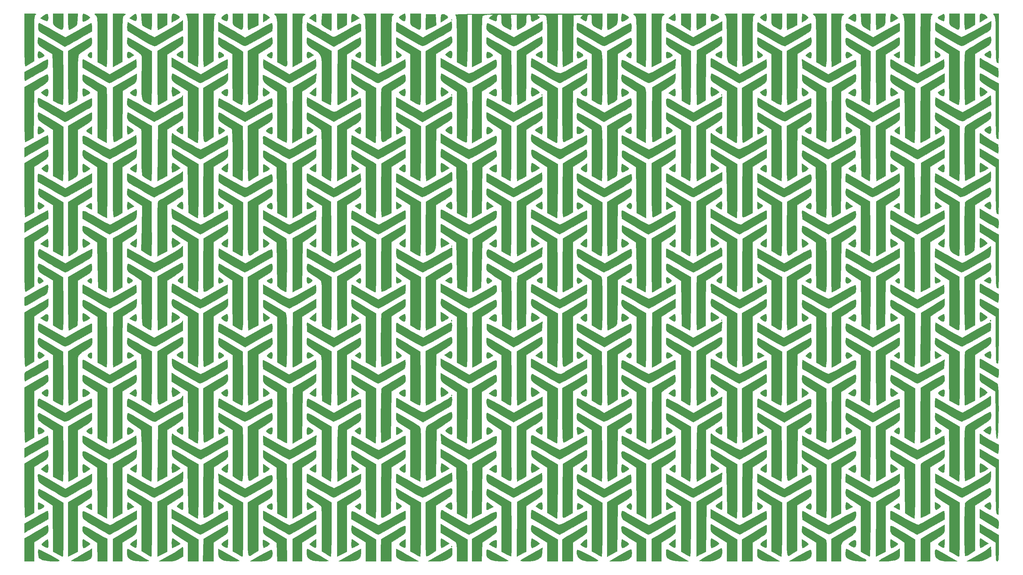
<source format=gbr>
G04 #@! TF.GenerationSoftware,KiCad,Pcbnew,(5.1.4)-1*
G04 #@! TF.CreationDate,2023-09-09T05:29:12-04:00*
G04 #@! TF.ProjectId,ThumbsUp,5468756d-6273-4557-902e-6b696361645f,rev?*
G04 #@! TF.SameCoordinates,Original*
G04 #@! TF.FileFunction,Legend,Top*
G04 #@! TF.FilePolarity,Positive*
%FSLAX46Y46*%
G04 Gerber Fmt 4.6, Leading zero omitted, Abs format (unit mm)*
G04 Created by KiCad (PCBNEW (5.1.4)-1) date 2023-09-09 05:29:12*
%MOMM*%
%LPD*%
G04 APERTURE LIST*
%ADD10C,0.010000*%
G04 APERTURE END LIST*
D10*
G36*
X-161936842Y-334375789D02*
G01*
X-162070526Y-334509473D01*
X-162204210Y-334375789D01*
X-162070526Y-334242105D01*
X-161936842Y-334375789D01*
X-161936842Y-334375789D01*
G37*
X-161936842Y-334375789D02*
X-162070526Y-334509473D01*
X-162204210Y-334375789D01*
X-162070526Y-334242105D01*
X-161936842Y-334375789D01*
G36*
X-23516990Y-332864160D02*
G01*
X-23446389Y-333415187D01*
X-23440000Y-333685087D01*
X-23475881Y-334429296D01*
X-23660881Y-334710217D01*
X-24111035Y-334596416D01*
X-24576316Y-334356545D01*
X-25099646Y-334037648D01*
X-25284895Y-333771070D01*
X-25092586Y-333486546D01*
X-24483238Y-333113812D01*
X-23640526Y-332691035D01*
X-23516990Y-332864160D01*
X-23516990Y-332864160D01*
G37*
X-23516990Y-332864160D02*
X-23446389Y-333415187D01*
X-23440000Y-333685087D01*
X-23475881Y-334429296D01*
X-23660881Y-334710217D01*
X-24111035Y-334596416D01*
X-24576316Y-334356545D01*
X-25099646Y-334037648D01*
X-25284895Y-333771070D01*
X-25092586Y-333486546D01*
X-24483238Y-333113812D01*
X-23640526Y-332691035D01*
X-23516990Y-332864160D01*
G36*
X-73515566Y-332875226D02*
G01*
X-73443176Y-333468068D01*
X-73437895Y-333707368D01*
X-73517902Y-334465429D01*
X-73792402Y-334746844D01*
X-74313116Y-334572841D01*
X-74770742Y-334254446D01*
X-75192148Y-333873629D01*
X-75311516Y-333643510D01*
X-75305479Y-333636997D01*
X-74788130Y-333260723D01*
X-74198457Y-332894509D01*
X-73745200Y-332664008D01*
X-73645772Y-332637895D01*
X-73515566Y-332875226D01*
X-73515566Y-332875226D01*
G37*
X-73515566Y-332875226D02*
X-73443176Y-333468068D01*
X-73437895Y-333707368D01*
X-73517902Y-334465429D01*
X-73792402Y-334746844D01*
X-74313116Y-334572841D01*
X-74770742Y-334254446D01*
X-75192148Y-333873629D01*
X-75311516Y-333643510D01*
X-75305479Y-333636997D01*
X-74788130Y-333260723D01*
X-74198457Y-332894509D01*
X-73745200Y-332664008D01*
X-73645772Y-332637895D01*
X-73515566Y-332875226D01*
G36*
X-88121171Y-332762603D02*
G01*
X-87492885Y-333060034D01*
X-86987524Y-333415144D01*
X-86806316Y-333688598D01*
X-87023556Y-333904767D01*
X-87547037Y-334216722D01*
X-88184401Y-334527011D01*
X-88743289Y-334738180D01*
X-88954334Y-334776842D01*
X-89116087Y-334539623D01*
X-89206049Y-333947028D01*
X-89212631Y-333707368D01*
X-89168596Y-333008940D01*
X-88988516Y-332699966D01*
X-88668488Y-332637895D01*
X-88121171Y-332762603D01*
X-88121171Y-332762603D01*
G37*
X-88121171Y-332762603D02*
X-87492885Y-333060034D01*
X-86987524Y-333415144D01*
X-86806316Y-333688598D01*
X-87023556Y-333904767D01*
X-87547037Y-334216722D01*
X-88184401Y-334527011D01*
X-88743289Y-334738180D01*
X-88954334Y-334776842D01*
X-89116087Y-334539623D01*
X-89206049Y-333947028D01*
X-89212631Y-333707368D01*
X-89168596Y-333008940D01*
X-88988516Y-332699966D01*
X-88668488Y-332637895D01*
X-88121171Y-332762603D01*
G36*
X-99180199Y-332875675D02*
G01*
X-99110364Y-333467952D01*
X-99105263Y-333707368D01*
X-99139265Y-334428192D01*
X-99317741Y-334707381D01*
X-99755397Y-334604862D01*
X-100294634Y-334328747D01*
X-101082952Y-333902062D01*
X-100294634Y-333271306D01*
X-99733138Y-332860573D01*
X-99347848Y-332647503D01*
X-99305789Y-332639223D01*
X-99180199Y-332875675D01*
X-99180199Y-332875675D01*
G37*
X-99180199Y-332875675D02*
X-99110364Y-333467952D01*
X-99105263Y-333707368D01*
X-99139265Y-334428192D01*
X-99317741Y-334707381D01*
X-99755397Y-334604862D01*
X-100294634Y-334328747D01*
X-101082952Y-333902062D01*
X-100294634Y-333271306D01*
X-99733138Y-332860573D01*
X-99347848Y-332647503D01*
X-99305789Y-332639223D01*
X-99180199Y-332875675D01*
G36*
X-175115566Y-332875226D02*
G01*
X-175043176Y-333468068D01*
X-175037895Y-333707368D01*
X-175117902Y-334465429D01*
X-175392402Y-334746844D01*
X-175913116Y-334572841D01*
X-176370742Y-334254446D01*
X-176792148Y-333873629D01*
X-176911516Y-333643510D01*
X-176905479Y-333636997D01*
X-176388130Y-333260723D01*
X-175798457Y-332894509D01*
X-175345200Y-332664008D01*
X-175245772Y-332637895D01*
X-175115566Y-332875226D01*
X-175115566Y-332875226D01*
G37*
X-175115566Y-332875226D02*
X-175043176Y-333468068D01*
X-175037895Y-333707368D01*
X-175117902Y-334465429D01*
X-175392402Y-334746844D01*
X-175913116Y-334572841D01*
X-176370742Y-334254446D01*
X-176792148Y-333873629D01*
X-176911516Y-333643510D01*
X-176905479Y-333636997D01*
X-176388130Y-333260723D01*
X-175798457Y-332894509D01*
X-175345200Y-332664008D01*
X-175245772Y-332637895D01*
X-175115566Y-332875226D01*
G36*
X-225045839Y-333148609D02*
G01*
X-225035789Y-333707368D01*
X-225099157Y-334435672D01*
X-225353733Y-334715812D01*
X-225896230Y-334601543D01*
X-226305789Y-334413244D01*
X-226811691Y-334039867D01*
X-226805867Y-333645544D01*
X-226282944Y-333189823D01*
X-226130852Y-333096594D01*
X-225474796Y-332740684D01*
X-225152623Y-332735992D01*
X-225045839Y-333148609D01*
X-225045839Y-333148609D01*
G37*
X-225045839Y-333148609D02*
X-225035789Y-333707368D01*
X-225099157Y-334435672D01*
X-225353733Y-334715812D01*
X-225896230Y-334601543D01*
X-226305789Y-334413244D01*
X-226811691Y-334039867D01*
X-226805867Y-333645544D01*
X-226282944Y-333189823D01*
X-226130852Y-333096594D01*
X-225474796Y-332740684D01*
X-225152623Y-332735992D01*
X-225045839Y-333148609D01*
G36*
X-250733303Y-333111043D02*
G01*
X-250703158Y-333707368D01*
X-250737201Y-334428368D01*
X-250915816Y-334707462D01*
X-251353730Y-334604685D01*
X-251891569Y-334329250D01*
X-252678927Y-333903068D01*
X-251943501Y-333270481D01*
X-251285656Y-332775800D01*
X-250904339Y-332714876D01*
X-250733303Y-333111043D01*
X-250733303Y-333111043D01*
G37*
X-250733303Y-333111043D02*
X-250703158Y-333707368D01*
X-250737201Y-334428368D01*
X-250915816Y-334707462D01*
X-251353730Y-334604685D01*
X-251891569Y-334329250D01*
X-252678927Y-333903068D01*
X-251943501Y-333270481D01*
X-251285656Y-332775800D01*
X-250904339Y-332714876D01*
X-250733303Y-333111043D01*
G36*
X-275615375Y-333072245D02*
G01*
X-275568421Y-333707368D01*
X-275625796Y-334417636D01*
X-275860244Y-334709215D01*
X-276365251Y-334621773D01*
X-277005167Y-334316992D01*
X-277773493Y-333913865D01*
X-277005167Y-333285495D01*
X-276279629Y-332775130D01*
X-275833986Y-332698872D01*
X-275615375Y-333072245D01*
X-275615375Y-333072245D01*
G37*
X-275615375Y-333072245D02*
X-275568421Y-333707368D01*
X-275625796Y-334417636D01*
X-275860244Y-334709215D01*
X-276365251Y-334621773D01*
X-277005167Y-334316992D01*
X-277773493Y-333913865D01*
X-277005167Y-333285495D01*
X-276279629Y-332775130D01*
X-275833986Y-332698872D01*
X-275615375Y-333072245D01*
G36*
X-12453471Y-332769176D02*
G01*
X-11936560Y-333079745D01*
X-11530115Y-333444693D01*
X-11394595Y-333739109D01*
X-11432341Y-333796261D01*
X-11709210Y-333974735D01*
X-12275915Y-334322484D01*
X-12544737Y-334484850D01*
X-13547368Y-335087823D01*
X-13547368Y-333862859D01*
X-13519016Y-333110229D01*
X-13385857Y-332750372D01*
X-13075740Y-332642320D01*
X-12920386Y-332637895D01*
X-12453471Y-332769176D01*
X-12453471Y-332769176D01*
G37*
X-12453471Y-332769176D02*
X-11936560Y-333079745D01*
X-11530115Y-333444693D01*
X-11394595Y-333739109D01*
X-11432341Y-333796261D01*
X-11709210Y-333974735D01*
X-12275915Y-334322484D01*
X-12544737Y-334484850D01*
X-13547368Y-335087823D01*
X-13547368Y-333862859D01*
X-13519016Y-333110229D01*
X-13385857Y-332750372D01*
X-13075740Y-332642320D01*
X-12920386Y-332637895D01*
X-12453471Y-332769176D01*
G36*
X-37833631Y-332778008D02*
G01*
X-37186984Y-333257840D01*
X-36466254Y-333877785D01*
X-37454726Y-334460998D01*
X-38086337Y-334818863D01*
X-38498157Y-335024680D01*
X-38561599Y-335044210D01*
X-38632239Y-334805019D01*
X-38674589Y-334199901D01*
X-38680000Y-333841052D01*
X-38598751Y-333004838D01*
X-38329420Y-332655487D01*
X-37833631Y-332778008D01*
X-37833631Y-332778008D01*
G37*
X-37833631Y-332778008D02*
X-37186984Y-333257840D01*
X-36466254Y-333877785D01*
X-37454726Y-334460998D01*
X-38086337Y-334818863D01*
X-38498157Y-335024680D01*
X-38561599Y-335044210D01*
X-38632239Y-334805019D01*
X-38674589Y-334199901D01*
X-38680000Y-333841052D01*
X-38598751Y-333004838D01*
X-38329420Y-332655487D01*
X-37833631Y-332778008D01*
G36*
X-48350449Y-333075648D02*
G01*
X-48305263Y-333691589D01*
X-48351395Y-334387500D01*
X-48466122Y-334813135D01*
X-48505789Y-334855856D01*
X-48841471Y-334801517D01*
X-49428637Y-334529589D01*
X-49614376Y-334423127D01*
X-50522436Y-333879827D01*
X-49748060Y-333260189D01*
X-49017791Y-332760400D01*
X-48569387Y-332693664D01*
X-48350449Y-333075648D01*
X-48350449Y-333075648D01*
G37*
X-48350449Y-333075648D02*
X-48305263Y-333691589D01*
X-48351395Y-334387500D01*
X-48466122Y-334813135D01*
X-48505789Y-334855856D01*
X-48841471Y-334801517D01*
X-49428637Y-334529589D01*
X-49614376Y-334423127D01*
X-50522436Y-333879827D01*
X-49748060Y-333260189D01*
X-49017791Y-332760400D01*
X-48569387Y-332693664D01*
X-48350449Y-333075648D01*
G36*
X-62995195Y-332772967D02*
G01*
X-62464285Y-333089965D01*
X-61983639Y-333456561D01*
X-61743634Y-333740424D01*
X-61742534Y-333780235D01*
X-61998176Y-334055623D01*
X-62536810Y-334455801D01*
X-62680885Y-334549437D01*
X-63545263Y-335096722D01*
X-63545263Y-333867308D01*
X-63514241Y-333140491D01*
X-63435585Y-332699280D01*
X-63385990Y-332637895D01*
X-62995195Y-332772967D01*
X-62995195Y-332772967D01*
G37*
X-62995195Y-332772967D02*
X-62464285Y-333089965D01*
X-61983639Y-333456561D01*
X-61743634Y-333740424D01*
X-61742534Y-333780235D01*
X-61998176Y-334055623D01*
X-62536810Y-334455801D01*
X-62680885Y-334549437D01*
X-63545263Y-335096722D01*
X-63545263Y-333867308D01*
X-63514241Y-333140491D01*
X-63435585Y-332699280D01*
X-63385990Y-332637895D01*
X-62995195Y-332772967D01*
G36*
X-113629283Y-332764023D02*
G01*
X-113048523Y-333062483D01*
X-112511086Y-333413392D01*
X-112218027Y-333696864D01*
X-112206316Y-333738605D01*
X-112414176Y-333993143D01*
X-112909780Y-334334095D01*
X-113501165Y-334654471D01*
X-113996366Y-334847282D01*
X-114189224Y-334843758D01*
X-114317694Y-334470076D01*
X-114348153Y-333854026D01*
X-114293755Y-333207524D01*
X-114167654Y-332742487D01*
X-114052305Y-332637895D01*
X-113629283Y-332764023D01*
X-113629283Y-332764023D01*
G37*
X-113629283Y-332764023D02*
X-113048523Y-333062483D01*
X-112511086Y-333413392D01*
X-112218027Y-333696864D01*
X-112206316Y-333738605D01*
X-112414176Y-333993143D01*
X-112909780Y-334334095D01*
X-113501165Y-334654471D01*
X-113996366Y-334847282D01*
X-114189224Y-334843758D01*
X-114317694Y-334470076D01*
X-114348153Y-333854026D01*
X-114293755Y-333207524D01*
X-114167654Y-332742487D01*
X-114052305Y-332637895D01*
X-113629283Y-332764023D01*
G36*
X-164243671Y-332808962D02*
G01*
X-163896091Y-332956996D01*
X-163285156Y-333337333D01*
X-163159238Y-333695770D01*
X-163526868Y-334102359D01*
X-164078028Y-334450615D01*
X-165145263Y-335060177D01*
X-165145263Y-333998499D01*
X-165063465Y-333148639D01*
X-164781313Y-332767450D01*
X-164243671Y-332808962D01*
X-164243671Y-332808962D01*
G37*
X-164243671Y-332808962D02*
X-163896091Y-332956996D01*
X-163285156Y-333337333D01*
X-163159238Y-333695770D01*
X-163526868Y-334102359D01*
X-164078028Y-334450615D01*
X-165145263Y-335060177D01*
X-165145263Y-333998499D01*
X-165063465Y-333148639D01*
X-164781313Y-332767450D01*
X-164243671Y-332808962D01*
G36*
X-189505977Y-332789762D02*
G01*
X-188818221Y-333273646D01*
X-188026968Y-333906741D01*
X-189152431Y-334480910D01*
X-190277895Y-335055078D01*
X-190277895Y-333846486D01*
X-190211788Y-333024863D01*
X-189974145Y-332680338D01*
X-189505977Y-332789762D01*
X-189505977Y-332789762D01*
G37*
X-189505977Y-332789762D02*
X-188818221Y-333273646D01*
X-188026968Y-333906741D01*
X-189152431Y-334480910D01*
X-190277895Y-335055078D01*
X-190277895Y-333846486D01*
X-190211788Y-333024863D01*
X-189974145Y-332680338D01*
X-189505977Y-332789762D01*
G36*
X-200203184Y-333145870D02*
G01*
X-200170526Y-333841052D01*
X-200183766Y-334553315D01*
X-200217273Y-334972832D01*
X-200237368Y-335022060D01*
X-200484431Y-334881720D01*
X-201018313Y-334559050D01*
X-201211957Y-334440052D01*
X-202119703Y-333880194D01*
X-201397574Y-333259044D01*
X-200748405Y-332772213D01*
X-200372769Y-332723820D01*
X-200203184Y-333145870D01*
X-200203184Y-333145870D01*
G37*
X-200203184Y-333145870D02*
X-200170526Y-333841052D01*
X-200183766Y-334553315D01*
X-200217273Y-334972832D01*
X-200237368Y-335022060D01*
X-200484431Y-334881720D01*
X-201018313Y-334559050D01*
X-201211957Y-334440052D01*
X-202119703Y-333880194D01*
X-201397574Y-333259044D01*
X-200748405Y-332772213D01*
X-200372769Y-332723820D01*
X-200203184Y-333145870D01*
G36*
X-214622375Y-332769269D02*
G01*
X-214083949Y-333076850D01*
X-213570549Y-333430823D01*
X-213284122Y-333701373D01*
X-213271579Y-333738605D01*
X-213479985Y-333976567D01*
X-214000351Y-334347353D01*
X-214207368Y-334474047D01*
X-215143158Y-335026176D01*
X-215143158Y-333832035D01*
X-215111275Y-333117395D01*
X-215030677Y-332690799D01*
X-214983884Y-332637895D01*
X-214622375Y-332769269D01*
X-214622375Y-332769269D01*
G37*
X-214622375Y-332769269D02*
X-214083949Y-333076850D01*
X-213570549Y-333430823D01*
X-213284122Y-333701373D01*
X-213271579Y-333738605D01*
X-213479985Y-333976567D01*
X-214000351Y-334347353D01*
X-214207368Y-334474047D01*
X-215143158Y-335026176D01*
X-215143158Y-333832035D01*
X-215111275Y-333117395D01*
X-215030677Y-332690799D01*
X-214983884Y-332637895D01*
X-214622375Y-332769269D01*
G36*
X-239636697Y-332799271D02*
G01*
X-239050668Y-333142140D01*
X-238686047Y-333487080D01*
X-238647916Y-333775276D01*
X-238987766Y-334091946D01*
X-239757089Y-334522306D01*
X-239941579Y-334616608D01*
X-240810526Y-335057942D01*
X-240810526Y-333847918D01*
X-240777661Y-333096192D01*
X-240636524Y-332739324D01*
X-240323304Y-332639289D01*
X-240251119Y-332637895D01*
X-239636697Y-332799271D01*
X-239636697Y-332799271D01*
G37*
X-239636697Y-332799271D02*
X-239050668Y-333142140D01*
X-238686047Y-333487080D01*
X-238647916Y-333775276D01*
X-238987766Y-334091946D01*
X-239757089Y-334522306D01*
X-239941579Y-334616608D01*
X-240810526Y-335057942D01*
X-240810526Y-333847918D01*
X-240777661Y-333096192D01*
X-240636524Y-332739324D01*
X-240323304Y-332639289D01*
X-240251119Y-332637895D01*
X-239636697Y-332799271D01*
G36*
X-265227177Y-332764023D02*
G01*
X-264646418Y-333062483D01*
X-264108980Y-333413392D01*
X-263815922Y-333696864D01*
X-263804210Y-333738605D01*
X-264012071Y-333993143D01*
X-264507675Y-334334095D01*
X-265099060Y-334654471D01*
X-265594260Y-334847282D01*
X-265787119Y-334843758D01*
X-265915589Y-334470076D01*
X-265946048Y-333854026D01*
X-265891650Y-333207524D01*
X-265765549Y-332742487D01*
X-265650200Y-332637895D01*
X-265227177Y-332764023D01*
X-265227177Y-332764023D01*
G37*
X-265227177Y-332764023D02*
X-264646418Y-333062483D01*
X-264108980Y-333413392D01*
X-263815922Y-333696864D01*
X-263804210Y-333738605D01*
X-264012071Y-333993143D01*
X-264507675Y-334334095D01*
X-265099060Y-334654471D01*
X-265594260Y-334847282D01*
X-265787119Y-334843758D01*
X-265915589Y-334470076D01*
X-265946048Y-333854026D01*
X-265891650Y-333207524D01*
X-265765549Y-332742487D01*
X-265650200Y-332637895D01*
X-265227177Y-332764023D01*
G36*
X-14884210Y-335800598D02*
G01*
X-16121044Y-336491878D01*
X-16860208Y-336882055D01*
X-17413927Y-337132718D01*
X-17591571Y-337183158D01*
X-17697173Y-336936314D01*
X-17777940Y-336277603D01*
X-17821250Y-335329753D01*
X-17825263Y-334910526D01*
X-17825263Y-332637895D01*
X-14884210Y-332637895D01*
X-14884210Y-335800598D01*
X-14884210Y-335800598D01*
G37*
X-14884210Y-335800598D02*
X-16121044Y-336491878D01*
X-16860208Y-336882055D01*
X-17413927Y-337132718D01*
X-17591571Y-337183158D01*
X-17697173Y-336936314D01*
X-17777940Y-336277603D01*
X-17821250Y-335329753D01*
X-17825263Y-334910526D01*
X-17825263Y-332637895D01*
X-14884210Y-332637895D01*
X-14884210Y-335800598D01*
G36*
X-19162105Y-334910526D02*
G01*
X-19176889Y-336093972D01*
X-19266280Y-336801028D01*
X-19497835Y-337089994D01*
X-19939113Y-337019172D01*
X-20657672Y-336646862D01*
X-20966842Y-336467960D01*
X-21598940Y-336078291D01*
X-21938290Y-335731299D01*
X-22075958Y-335246996D01*
X-22103008Y-334445396D01*
X-22103158Y-334222073D01*
X-22103158Y-332637895D01*
X-19162105Y-332637895D01*
X-19162105Y-334910526D01*
X-19162105Y-334910526D01*
G37*
X-19162105Y-334910526D02*
X-19176889Y-336093972D01*
X-19266280Y-336801028D01*
X-19497835Y-337089994D01*
X-19939113Y-337019172D01*
X-20657672Y-336646862D01*
X-20966842Y-336467960D01*
X-21598940Y-336078291D01*
X-21938290Y-335731299D01*
X-22075958Y-335246996D01*
X-22103008Y-334445396D01*
X-22103158Y-334222073D01*
X-22103158Y-332637895D01*
X-19162105Y-332637895D01*
X-19162105Y-334910526D01*
G36*
X-40070926Y-334269512D02*
G01*
X-40131352Y-335177384D01*
X-40263567Y-335725859D01*
X-40561685Y-336089809D01*
X-41119821Y-336444109D01*
X-41294019Y-336542144D01*
X-41980949Y-336913980D01*
X-42453740Y-337145294D01*
X-42564019Y-337183158D01*
X-42621190Y-336936270D01*
X-42664914Y-336277451D01*
X-42688357Y-335329462D01*
X-42690526Y-334910526D01*
X-42690526Y-332637895D01*
X-39991326Y-332637895D01*
X-40070926Y-334269512D01*
X-40070926Y-334269512D01*
G37*
X-40070926Y-334269512D02*
X-40131352Y-335177384D01*
X-40263567Y-335725859D01*
X-40561685Y-336089809D01*
X-41119821Y-336444109D01*
X-41294019Y-336542144D01*
X-41980949Y-336913980D01*
X-42453740Y-337145294D01*
X-42564019Y-337183158D01*
X-42621190Y-336936270D01*
X-42664914Y-336277451D01*
X-42688357Y-335329462D01*
X-42690526Y-334910526D01*
X-42690526Y-332637895D01*
X-39991326Y-332637895D01*
X-40070926Y-334269512D01*
G36*
X-64882105Y-335837307D02*
G01*
X-66210059Y-336510233D01*
X-66963300Y-336879965D01*
X-67506493Y-337124384D01*
X-67680585Y-337183158D01*
X-67745017Y-336936275D01*
X-67794293Y-336277468D01*
X-67820712Y-335329495D01*
X-67823158Y-334910526D01*
X-67823158Y-332637895D01*
X-64882105Y-332637895D01*
X-64882105Y-335837307D01*
X-64882105Y-335837307D01*
G37*
X-64882105Y-335837307D02*
X-66210059Y-336510233D01*
X-66963300Y-336879965D01*
X-67506493Y-337124384D01*
X-67680585Y-337183158D01*
X-67745017Y-336936275D01*
X-67794293Y-336277468D01*
X-67820712Y-335329495D01*
X-67823158Y-334910526D01*
X-67823158Y-332637895D01*
X-64882105Y-332637895D01*
X-64882105Y-335837307D01*
G36*
X-69160000Y-334910526D02*
G01*
X-69174784Y-336093972D01*
X-69264175Y-336801028D01*
X-69495730Y-337089994D01*
X-69937008Y-337019172D01*
X-70655567Y-336646862D01*
X-70964737Y-336467960D01*
X-71596835Y-336078291D01*
X-71936185Y-335731299D01*
X-72073852Y-335246996D01*
X-72100903Y-334445396D01*
X-72101053Y-334222073D01*
X-72101053Y-332637895D01*
X-69160000Y-332637895D01*
X-69160000Y-334910526D01*
X-69160000Y-334910526D01*
G37*
X-69160000Y-334910526D02*
X-69174784Y-336093972D01*
X-69264175Y-336801028D01*
X-69495730Y-337089994D01*
X-69937008Y-337019172D01*
X-70655567Y-336646862D01*
X-70964737Y-336467960D01*
X-71596835Y-336078291D01*
X-71936185Y-335731299D01*
X-72073852Y-335246996D01*
X-72100903Y-334445396D01*
X-72101053Y-334222073D01*
X-72101053Y-332637895D01*
X-69160000Y-332637895D01*
X-69160000Y-334910526D01*
G36*
X-90549474Y-335795504D02*
G01*
X-91733400Y-336489331D01*
X-92435126Y-336884506D01*
X-92934009Y-337135783D01*
X-93070242Y-337183158D01*
X-93139347Y-336936279D01*
X-93192198Y-336277480D01*
X-93220535Y-335329518D01*
X-93223158Y-334910526D01*
X-93223158Y-332637895D01*
X-90549474Y-332637895D01*
X-90549474Y-335795504D01*
X-90549474Y-335795504D01*
G37*
X-90549474Y-335795504D02*
X-91733400Y-336489331D01*
X-92435126Y-336884506D01*
X-92934009Y-337135783D01*
X-93070242Y-337183158D01*
X-93139347Y-336936279D01*
X-93192198Y-336277480D01*
X-93220535Y-335329518D01*
X-93223158Y-334910526D01*
X-93223158Y-332637895D01*
X-90549474Y-332637895D01*
X-90549474Y-335795504D01*
G36*
X-115414737Y-334066982D02*
G01*
X-115486909Y-335096703D01*
X-115723691Y-335728301D01*
X-115882631Y-335906319D01*
X-116374313Y-336259619D01*
X-117049674Y-336661438D01*
X-117711638Y-337003602D01*
X-118163126Y-337177935D01*
X-118208828Y-337183158D01*
X-118275243Y-336936277D01*
X-118326036Y-336277473D01*
X-118353269Y-335329504D01*
X-118355789Y-334910526D01*
X-118355789Y-332637895D01*
X-115414737Y-332637895D01*
X-115414737Y-334066982D01*
X-115414737Y-334066982D01*
G37*
X-115414737Y-334066982D02*
X-115486909Y-335096703D01*
X-115723691Y-335728301D01*
X-115882631Y-335906319D01*
X-116374313Y-336259619D01*
X-117049674Y-336661438D01*
X-117711638Y-337003602D01*
X-118163126Y-337177935D01*
X-118208828Y-337183158D01*
X-118275243Y-336936277D01*
X-118326036Y-336277473D01*
X-118353269Y-335329504D01*
X-118355789Y-334910526D01*
X-118355789Y-332637895D01*
X-115414737Y-332637895D01*
X-115414737Y-334066982D01*
G36*
X-166535936Y-334297850D02*
G01*
X-166456082Y-335824120D01*
X-167797047Y-336503639D01*
X-168556330Y-336875630D01*
X-169108399Y-337122447D01*
X-169291398Y-337183158D01*
X-169352947Y-336936862D01*
X-169383171Y-336280900D01*
X-169377800Y-335339655D01*
X-169367129Y-334977368D01*
X-169289474Y-332771579D01*
X-166615789Y-332771579D01*
X-166535936Y-334297850D01*
X-166535936Y-334297850D01*
G37*
X-166535936Y-334297850D02*
X-166456082Y-335824120D01*
X-167797047Y-336503639D01*
X-168556330Y-336875630D01*
X-169108399Y-337122447D01*
X-169291398Y-337183158D01*
X-169352947Y-336936862D01*
X-169383171Y-336280900D01*
X-169377800Y-335339655D01*
X-169367129Y-334977368D01*
X-169289474Y-332771579D01*
X-166615789Y-332771579D01*
X-166535936Y-334297850D01*
G36*
X-170760000Y-334910526D02*
G01*
X-170774784Y-336093972D01*
X-170864175Y-336801028D01*
X-171095730Y-337089994D01*
X-171537008Y-337019172D01*
X-172255567Y-336646862D01*
X-172564737Y-336467960D01*
X-173196835Y-336078291D01*
X-173536185Y-335731299D01*
X-173673852Y-335246996D01*
X-173700903Y-334445396D01*
X-173701053Y-334222073D01*
X-173701053Y-332637895D01*
X-170760000Y-332637895D01*
X-170760000Y-334910526D01*
X-170760000Y-334910526D01*
G37*
X-170760000Y-334910526D02*
X-170774784Y-336093972D01*
X-170864175Y-336801028D01*
X-171095730Y-337089994D01*
X-171537008Y-337019172D01*
X-172255567Y-336646862D01*
X-172564737Y-336467960D01*
X-173196835Y-336078291D01*
X-173536185Y-335731299D01*
X-173673852Y-335246996D01*
X-173700903Y-334445396D01*
X-173701053Y-334222073D01*
X-173701053Y-332637895D01*
X-170760000Y-332637895D01*
X-170760000Y-334910526D01*
G36*
X-191614737Y-335795504D02*
G01*
X-192798663Y-336489331D01*
X-193500389Y-336884506D01*
X-193999272Y-337135783D01*
X-194135505Y-337183158D01*
X-194204610Y-336936279D01*
X-194257461Y-336277480D01*
X-194285798Y-335329518D01*
X-194288421Y-334910526D01*
X-194288421Y-332637895D01*
X-191614737Y-332637895D01*
X-191614737Y-335795504D01*
X-191614737Y-335795504D01*
G37*
X-191614737Y-335795504D02*
X-192798663Y-336489331D01*
X-193500389Y-336884506D01*
X-193999272Y-337135783D01*
X-194135505Y-337183158D01*
X-194204610Y-336936279D01*
X-194257461Y-336277480D01*
X-194285798Y-335329518D01*
X-194288421Y-334910526D01*
X-194288421Y-332637895D01*
X-191614737Y-332637895D01*
X-191614737Y-335795504D01*
G36*
X-216480000Y-335837307D02*
G01*
X-217807954Y-336510233D01*
X-218561194Y-336879965D01*
X-219104388Y-337124384D01*
X-219278480Y-337183158D01*
X-219342911Y-336936275D01*
X-219392188Y-336277468D01*
X-219418607Y-335329495D01*
X-219421053Y-334910526D01*
X-219421053Y-332637895D01*
X-216480000Y-332637895D01*
X-216480000Y-335837307D01*
X-216480000Y-335837307D01*
G37*
X-216480000Y-335837307D02*
X-217807954Y-336510233D01*
X-218561194Y-336879965D01*
X-219104388Y-337124384D01*
X-219278480Y-337183158D01*
X-219342911Y-336936275D01*
X-219392188Y-336277468D01*
X-219418607Y-335329495D01*
X-219421053Y-334910526D01*
X-219421053Y-332637895D01*
X-216480000Y-332637895D01*
X-216480000Y-335837307D01*
G36*
X-220757895Y-334910526D02*
G01*
X-220772679Y-336093972D01*
X-220862069Y-336801028D01*
X-221093625Y-337089994D01*
X-221534903Y-337019172D01*
X-222253462Y-336646862D01*
X-222562631Y-336467960D01*
X-223194730Y-336078291D01*
X-223534080Y-335731299D01*
X-223671747Y-335246996D01*
X-223698797Y-334445396D01*
X-223698947Y-334222073D01*
X-223698947Y-332637895D01*
X-220757895Y-332637895D01*
X-220757895Y-334910526D01*
X-220757895Y-334910526D01*
G37*
X-220757895Y-334910526D02*
X-220772679Y-336093972D01*
X-220862069Y-336801028D01*
X-221093625Y-337089994D01*
X-221534903Y-337019172D01*
X-222253462Y-336646862D01*
X-222562631Y-336467960D01*
X-223194730Y-336078291D01*
X-223534080Y-335731299D01*
X-223671747Y-335246996D01*
X-223698797Y-334445396D01*
X-223698947Y-334222073D01*
X-223698947Y-332637895D01*
X-220757895Y-332637895D01*
X-220757895Y-334910526D01*
G36*
X-242147368Y-335800598D02*
G01*
X-243384202Y-336491878D01*
X-244094037Y-336878962D01*
X-244587206Y-337129825D01*
X-244721044Y-337183158D01*
X-244766241Y-336936263D01*
X-244800806Y-336277427D01*
X-244819338Y-335329417D01*
X-244821053Y-334910526D01*
X-244821053Y-332637895D01*
X-242147368Y-332637895D01*
X-242147368Y-335800598D01*
X-242147368Y-335800598D01*
G37*
X-242147368Y-335800598D02*
X-243384202Y-336491878D01*
X-244094037Y-336878962D01*
X-244587206Y-337129825D01*
X-244721044Y-337183158D01*
X-244766241Y-336936263D01*
X-244800806Y-336277427D01*
X-244819338Y-335329417D01*
X-244821053Y-334910526D01*
X-244821053Y-332637895D01*
X-242147368Y-332637895D01*
X-242147368Y-335800598D01*
G36*
X-246425263Y-334910526D02*
G01*
X-246447021Y-335935714D01*
X-246505086Y-336717562D01*
X-246588648Y-337134177D01*
X-246625789Y-337171341D01*
X-246966275Y-337050133D01*
X-247590260Y-336758356D01*
X-247895789Y-336603047D01*
X-248560300Y-336249789D01*
X-248992802Y-336005830D01*
X-249065717Y-335957392D01*
X-249135243Y-335664638D01*
X-249214363Y-334994132D01*
X-249274267Y-334253055D01*
X-249382363Y-332637895D01*
X-246425263Y-332637895D01*
X-246425263Y-334910526D01*
X-246425263Y-334910526D01*
G37*
X-246425263Y-334910526D02*
X-246447021Y-335935714D01*
X-246505086Y-336717562D01*
X-246588648Y-337134177D01*
X-246625789Y-337171341D01*
X-246966275Y-337050133D01*
X-247590260Y-336758356D01*
X-247895789Y-336603047D01*
X-248560300Y-336249789D01*
X-248992802Y-336005830D01*
X-249065717Y-335957392D01*
X-249135243Y-335664638D01*
X-249214363Y-334994132D01*
X-249274267Y-334253055D01*
X-249382363Y-332637895D01*
X-246425263Y-332637895D01*
X-246425263Y-334910526D01*
G36*
X-267334084Y-334301682D02*
G01*
X-267394363Y-335221968D01*
X-267521789Y-335778108D01*
X-267802609Y-336140350D01*
X-268323071Y-336478944D01*
X-268483158Y-336569916D01*
X-269164689Y-336933206D01*
X-269648305Y-337151206D01*
X-269753158Y-337178759D01*
X-269843758Y-336933988D01*
X-269913057Y-336277009D01*
X-269950231Y-335330247D01*
X-269953684Y-334910526D01*
X-269953684Y-332637895D01*
X-267254484Y-332637895D01*
X-267334084Y-334301682D01*
X-267334084Y-334301682D01*
G37*
X-267334084Y-334301682D02*
X-267394363Y-335221968D01*
X-267521789Y-335778108D01*
X-267802609Y-336140350D01*
X-268323071Y-336478944D01*
X-268483158Y-336569916D01*
X-269164689Y-336933206D01*
X-269648305Y-337151206D01*
X-269753158Y-337178759D01*
X-269843758Y-336933988D01*
X-269913057Y-336277009D01*
X-269950231Y-335330247D01*
X-269953684Y-334910526D01*
X-269953684Y-332637895D01*
X-267254484Y-332637895D01*
X-267334084Y-334301682D01*
G36*
X-271290526Y-334910526D02*
G01*
X-271307772Y-336105614D01*
X-271402516Y-336822832D01*
X-271639270Y-337118893D01*
X-272082542Y-337050506D01*
X-272796845Y-336674381D01*
X-273095263Y-336497053D01*
X-273726783Y-336096619D01*
X-274066163Y-335742824D01*
X-274204133Y-335254413D01*
X-274231419Y-334450133D01*
X-274231579Y-334226951D01*
X-274231579Y-332637895D01*
X-271290526Y-332637895D01*
X-271290526Y-334910526D01*
X-271290526Y-334910526D01*
G37*
X-271290526Y-334910526D02*
X-271307772Y-336105614D01*
X-271402516Y-336822832D01*
X-271639270Y-337118893D01*
X-272082542Y-337050506D01*
X-272796845Y-336674381D01*
X-273095263Y-336497053D01*
X-273726783Y-336096619D01*
X-274066163Y-335742824D01*
X-274204133Y-335254413D01*
X-274231419Y-334450133D01*
X-274231579Y-334226951D01*
X-274231579Y-332637895D01*
X-271290526Y-332637895D01*
X-271290526Y-334910526D01*
G36*
X-44294737Y-335044210D02*
G01*
X-44301598Y-336100876D01*
X-44319980Y-336916353D01*
X-44346577Y-337372712D01*
X-44361579Y-337429510D01*
X-44607493Y-337291160D01*
X-45166680Y-336958707D01*
X-45631579Y-336677901D01*
X-46291263Y-336255906D01*
X-46658165Y-335888404D01*
X-46828663Y-335396181D01*
X-46899134Y-334600020D01*
X-46914337Y-334292602D01*
X-46993937Y-332637895D01*
X-44294737Y-332637895D01*
X-44294737Y-335044210D01*
X-44294737Y-335044210D01*
G37*
X-44294737Y-335044210D02*
X-44301598Y-336100876D01*
X-44319980Y-336916353D01*
X-44346577Y-337372712D01*
X-44361579Y-337429510D01*
X-44607493Y-337291160D01*
X-45166680Y-336958707D01*
X-45631579Y-336677901D01*
X-46291263Y-336255906D01*
X-46658165Y-335888404D01*
X-46828663Y-335396181D01*
X-46899134Y-334600020D01*
X-46914337Y-334292602D01*
X-46993937Y-332637895D01*
X-44294737Y-332637895D01*
X-44294737Y-335044210D01*
G36*
X-94827368Y-335044210D02*
G01*
X-94834231Y-336101230D01*
X-94852617Y-336917410D01*
X-94879219Y-337374663D01*
X-94894210Y-337431922D01*
X-95137045Y-337290766D01*
X-95694372Y-336945666D01*
X-96231053Y-336607209D01*
X-97501053Y-335801101D01*
X-97501053Y-332637895D01*
X-94827368Y-332637895D01*
X-94827368Y-335044210D01*
X-94827368Y-335044210D01*
G37*
X-94827368Y-335044210D02*
X-94834231Y-336101230D01*
X-94852617Y-336917410D01*
X-94879219Y-337374663D01*
X-94894210Y-337431922D01*
X-95137045Y-337290766D01*
X-95694372Y-336945666D01*
X-96231053Y-336607209D01*
X-97501053Y-335801101D01*
X-97501053Y-332637895D01*
X-94827368Y-332637895D01*
X-94827368Y-335044210D01*
G36*
X-195892631Y-335044210D02*
G01*
X-195899487Y-336099290D01*
X-195917852Y-336911618D01*
X-195944428Y-337363974D01*
X-195959474Y-337418691D01*
X-196210143Y-337282423D01*
X-196784159Y-336965592D01*
X-197293080Y-336683428D01*
X-198019711Y-336243360D01*
X-198525401Y-335868640D01*
X-198663696Y-335710097D01*
X-198698698Y-335306860D01*
X-198674880Y-334569639D01*
X-198632914Y-334039044D01*
X-198498282Y-332637895D01*
X-195892631Y-332637895D01*
X-195892631Y-335044210D01*
X-195892631Y-335044210D01*
G37*
X-195892631Y-335044210D02*
X-195899487Y-336099290D01*
X-195917852Y-336911618D01*
X-195944428Y-337363974D01*
X-195959474Y-337418691D01*
X-196210143Y-337282423D01*
X-196784159Y-336965592D01*
X-197293080Y-336683428D01*
X-198019711Y-336243360D01*
X-198525401Y-335868640D01*
X-198663696Y-335710097D01*
X-198698698Y-335306860D01*
X-198674880Y-334569639D01*
X-198632914Y-334039044D01*
X-198498282Y-332637895D01*
X-195892631Y-332637895D01*
X-195892631Y-335044210D01*
G36*
X-10338947Y-335935235D02*
G01*
X-10360673Y-336591613D01*
X-10494483Y-337034197D01*
X-10843326Y-337406154D01*
X-11510152Y-337850650D01*
X-11876316Y-338073180D01*
X-13734837Y-339180393D01*
X-15367507Y-340122095D01*
X-16724840Y-340871391D01*
X-17757352Y-341401389D01*
X-18415558Y-341685196D01*
X-18598893Y-341726618D01*
X-18973405Y-341594073D01*
X-19708649Y-341231206D01*
X-20710051Y-340688119D01*
X-21883033Y-340014913D01*
X-22326758Y-339751754D01*
X-23526623Y-339026978D01*
X-24569265Y-338383991D01*
X-25364449Y-337879434D01*
X-25821944Y-337569946D01*
X-25886538Y-337517251D01*
X-26033373Y-337103064D01*
X-26075516Y-336395717D01*
X-26063990Y-336173282D01*
X-25980000Y-335090755D01*
X-22504210Y-337095927D01*
X-21267859Y-337806464D01*
X-20187326Y-338422358D01*
X-19351184Y-338893515D01*
X-18848004Y-339169840D01*
X-18752328Y-339217905D01*
X-18414902Y-339134945D01*
X-17678845Y-338806543D01*
X-16603264Y-338263704D01*
X-15247262Y-337537433D01*
X-13669944Y-336658736D01*
X-11930414Y-335658617D01*
X-11608947Y-335470622D01*
X-10338947Y-334726030D01*
X-10338947Y-335935235D01*
X-10338947Y-335935235D01*
G37*
X-10338947Y-335935235D02*
X-10360673Y-336591613D01*
X-10494483Y-337034197D01*
X-10843326Y-337406154D01*
X-11510152Y-337850650D01*
X-11876316Y-338073180D01*
X-13734837Y-339180393D01*
X-15367507Y-340122095D01*
X-16724840Y-340871391D01*
X-17757352Y-341401389D01*
X-18415558Y-341685196D01*
X-18598893Y-341726618D01*
X-18973405Y-341594073D01*
X-19708649Y-341231206D01*
X-20710051Y-340688119D01*
X-21883033Y-340014913D01*
X-22326758Y-339751754D01*
X-23526623Y-339026978D01*
X-24569265Y-338383991D01*
X-25364449Y-337879434D01*
X-25821944Y-337569946D01*
X-25886538Y-337517251D01*
X-26033373Y-337103064D01*
X-26075516Y-336395717D01*
X-26063990Y-336173282D01*
X-25980000Y-335090755D01*
X-22504210Y-337095927D01*
X-21267859Y-337806464D01*
X-20187326Y-338422358D01*
X-19351184Y-338893515D01*
X-18848004Y-339169840D01*
X-18752328Y-339217905D01*
X-18414902Y-339134945D01*
X-17678845Y-338806543D01*
X-16603264Y-338263704D01*
X-15247262Y-337537433D01*
X-13669944Y-336658736D01*
X-11930414Y-335658617D01*
X-11608947Y-335470622D01*
X-10338947Y-334726030D01*
X-10338947Y-335935235D01*
G36*
X-86015936Y-336069415D02*
G01*
X-86027661Y-337316842D01*
X-89862102Y-339522631D01*
X-91178511Y-340262021D01*
X-92362258Y-340893525D01*
X-93324338Y-341372245D01*
X-93975746Y-341653276D01*
X-94195114Y-341708577D01*
X-94591563Y-341569554D01*
X-95349947Y-341200027D01*
X-96376519Y-340649306D01*
X-97577532Y-339966704D01*
X-98169474Y-339618003D01*
X-101645263Y-337547272D01*
X-101727478Y-336429426D01*
X-101716031Y-335644785D01*
X-101541313Y-335318186D01*
X-101498588Y-335311579D01*
X-101168151Y-335437979D01*
X-100463673Y-335786321D01*
X-99473710Y-336310314D01*
X-98286815Y-336963668D01*
X-97638238Y-337329481D01*
X-94088994Y-339347383D01*
X-86004210Y-334821989D01*
X-86015936Y-336069415D01*
X-86015936Y-336069415D01*
G37*
X-86015936Y-336069415D02*
X-86027661Y-337316842D01*
X-89862102Y-339522631D01*
X-91178511Y-340262021D01*
X-92362258Y-340893525D01*
X-93324338Y-341372245D01*
X-93975746Y-341653276D01*
X-94195114Y-341708577D01*
X-94591563Y-341569554D01*
X-95349947Y-341200027D01*
X-96376519Y-340649306D01*
X-97577532Y-339966704D01*
X-98169474Y-339618003D01*
X-101645263Y-337547272D01*
X-101727478Y-336429426D01*
X-101716031Y-335644785D01*
X-101541313Y-335318186D01*
X-101498588Y-335311579D01*
X-101168151Y-335437979D01*
X-100463673Y-335786321D01*
X-99473710Y-336310314D01*
X-98286815Y-336963668D01*
X-97638238Y-337329481D01*
X-94088994Y-339347383D01*
X-86004210Y-334821989D01*
X-86015936Y-336069415D01*
G36*
X-126422958Y-335307949D02*
G01*
X-125757127Y-335622763D01*
X-124796335Y-336124131D01*
X-123623351Y-336769432D01*
X-122827561Y-337222117D01*
X-119144596Y-339342742D01*
X-117747561Y-338574784D01*
X-116853930Y-338078990D01*
X-115703737Y-337434592D01*
X-114504785Y-336758145D01*
X-114154011Y-336559202D01*
X-113174653Y-336017033D01*
X-112363006Y-335593876D01*
X-111835062Y-335348921D01*
X-111709070Y-335311579D01*
X-111565198Y-335549146D01*
X-111497816Y-336146315D01*
X-111499270Y-336440595D01*
X-111537895Y-337569612D01*
X-115147368Y-339644604D01*
X-116417334Y-340360630D01*
X-117544940Y-340970133D01*
X-118440314Y-341426546D01*
X-119013583Y-341683304D01*
X-119157895Y-341722546D01*
X-119565706Y-341594700D01*
X-120289751Y-341252820D01*
X-121191317Y-340763887D01*
X-121430526Y-340625154D01*
X-123157342Y-339611411D01*
X-124479609Y-338831734D01*
X-125450946Y-338244460D01*
X-126124970Y-337807926D01*
X-126555299Y-337480467D01*
X-126795552Y-337220421D01*
X-126899347Y-336986125D01*
X-126920301Y-336735914D01*
X-126912034Y-336428125D01*
X-126911579Y-336366156D01*
X-126864024Y-335677885D01*
X-126746210Y-335259350D01*
X-126711053Y-335222315D01*
X-126422958Y-335307949D01*
X-126422958Y-335307949D01*
G37*
X-126422958Y-335307949D02*
X-125757127Y-335622763D01*
X-124796335Y-336124131D01*
X-123623351Y-336769432D01*
X-122827561Y-337222117D01*
X-119144596Y-339342742D01*
X-117747561Y-338574784D01*
X-116853930Y-338078990D01*
X-115703737Y-337434592D01*
X-114504785Y-336758145D01*
X-114154011Y-336559202D01*
X-113174653Y-336017033D01*
X-112363006Y-335593876D01*
X-111835062Y-335348921D01*
X-111709070Y-335311579D01*
X-111565198Y-335549146D01*
X-111497816Y-336146315D01*
X-111499270Y-336440595D01*
X-111537895Y-337569612D01*
X-115147368Y-339644604D01*
X-116417334Y-340360630D01*
X-117544940Y-340970133D01*
X-118440314Y-341426546D01*
X-119013583Y-341683304D01*
X-119157895Y-341722546D01*
X-119565706Y-341594700D01*
X-120289751Y-341252820D01*
X-121191317Y-340763887D01*
X-121430526Y-340625154D01*
X-123157342Y-339611411D01*
X-124479609Y-338831734D01*
X-125450946Y-338244460D01*
X-126124970Y-337807926D01*
X-126555299Y-337480467D01*
X-126795552Y-337220421D01*
X-126899347Y-336986125D01*
X-126920301Y-336735914D01*
X-126912034Y-336428125D01*
X-126911579Y-336366156D01*
X-126864024Y-335677885D01*
X-126746210Y-335259350D01*
X-126711053Y-335222315D01*
X-126422958Y-335307949D01*
G36*
X-161985074Y-335925636D02*
G01*
X-161986156Y-336714960D01*
X-162188963Y-337191350D01*
X-162489696Y-337449939D01*
X-163226977Y-337922588D01*
X-164220738Y-338519676D01*
X-165373852Y-339187447D01*
X-166589191Y-339872147D01*
X-167769629Y-340520022D01*
X-168818038Y-341077316D01*
X-169637290Y-341490275D01*
X-170130259Y-341705143D01*
X-170211741Y-341723674D01*
X-170577757Y-341592173D01*
X-171311236Y-341232972D01*
X-172321297Y-340693804D01*
X-173517058Y-340022402D01*
X-174156964Y-339651568D01*
X-177687612Y-337584210D01*
X-177699596Y-336298431D01*
X-177669734Y-335579105D01*
X-177580269Y-335166319D01*
X-177511053Y-335123909D01*
X-177220626Y-335290613D01*
X-176553159Y-335676283D01*
X-175594101Y-336231472D01*
X-174428902Y-336906730D01*
X-173787595Y-337278636D01*
X-172560106Y-337986486D01*
X-171503376Y-338587993D01*
X-170700004Y-339036760D01*
X-170232585Y-339286394D01*
X-170149613Y-339322105D01*
X-169890857Y-339196676D01*
X-169245730Y-338849059D01*
X-168292206Y-338322256D01*
X-167108258Y-337659270D01*
X-166052544Y-337062538D01*
X-162070526Y-334802972D01*
X-161985074Y-335925636D01*
X-161985074Y-335925636D01*
G37*
X-161985074Y-335925636D02*
X-161986156Y-336714960D01*
X-162188963Y-337191350D01*
X-162489696Y-337449939D01*
X-163226977Y-337922588D01*
X-164220738Y-338519676D01*
X-165373852Y-339187447D01*
X-166589191Y-339872147D01*
X-167769629Y-340520022D01*
X-168818038Y-341077316D01*
X-169637290Y-341490275D01*
X-170130259Y-341705143D01*
X-170211741Y-341723674D01*
X-170577757Y-341592173D01*
X-171311236Y-341232972D01*
X-172321297Y-340693804D01*
X-173517058Y-340022402D01*
X-174156964Y-339651568D01*
X-177687612Y-337584210D01*
X-177699596Y-336298431D01*
X-177669734Y-335579105D01*
X-177580269Y-335166319D01*
X-177511053Y-335123909D01*
X-177220626Y-335290613D01*
X-176553159Y-335676283D01*
X-175594101Y-336231472D01*
X-174428902Y-336906730D01*
X-173787595Y-337278636D01*
X-172560106Y-337986486D01*
X-171503376Y-338587993D01*
X-170700004Y-339036760D01*
X-170232585Y-339286394D01*
X-170149613Y-339322105D01*
X-169890857Y-339196676D01*
X-169245730Y-338849059D01*
X-168292206Y-338322256D01*
X-167108258Y-337659270D01*
X-166052544Y-337062538D01*
X-162070526Y-334802972D01*
X-161985074Y-335925636D01*
G36*
X-226840526Y-335530735D02*
G01*
X-226026127Y-336013066D01*
X-225102156Y-336540787D01*
X-224902105Y-336652152D01*
X-224128098Y-337087252D01*
X-223107722Y-337670242D01*
X-222055788Y-338278355D01*
X-222009600Y-338305247D01*
X-220186568Y-339367062D01*
X-216558517Y-337339320D01*
X-215295028Y-336641581D01*
X-214190566Y-336047554D01*
X-213331228Y-335602306D01*
X-212803110Y-335350901D01*
X-212684597Y-335311579D01*
X-212551694Y-335548310D01*
X-212507990Y-336143704D01*
X-212520943Y-336441990D01*
X-212603158Y-337572401D01*
X-216212631Y-339645999D01*
X-217482660Y-340361423D01*
X-218610310Y-340970108D01*
X-219505694Y-341425569D01*
X-220078926Y-341681320D01*
X-220223158Y-341720023D01*
X-220584229Y-341590465D01*
X-221313309Y-341233158D01*
X-222319966Y-340695627D01*
X-223513768Y-340025395D01*
X-224157777Y-339652331D01*
X-227691345Y-337584210D01*
X-227700409Y-336292404D01*
X-227709474Y-335000597D01*
X-226840526Y-335530735D01*
X-226840526Y-335530735D01*
G37*
X-226840526Y-335530735D02*
X-226026127Y-336013066D01*
X-225102156Y-336540787D01*
X-224902105Y-336652152D01*
X-224128098Y-337087252D01*
X-223107722Y-337670242D01*
X-222055788Y-338278355D01*
X-222009600Y-338305247D01*
X-220186568Y-339367062D01*
X-216558517Y-337339320D01*
X-215295028Y-336641581D01*
X-214190566Y-336047554D01*
X-213331228Y-335602306D01*
X-212803110Y-335350901D01*
X-212684597Y-335311579D01*
X-212551694Y-335548310D01*
X-212507990Y-336143704D01*
X-212520943Y-336441990D01*
X-212603158Y-337572401D01*
X-216212631Y-339645999D01*
X-217482660Y-340361423D01*
X-218610310Y-340970108D01*
X-219505694Y-341425569D01*
X-220078926Y-341681320D01*
X-220223158Y-341720023D01*
X-220584229Y-341590465D01*
X-221313309Y-341233158D01*
X-222319966Y-340695627D01*
X-223513768Y-340025395D01*
X-224157777Y-339652331D01*
X-227691345Y-337584210D01*
X-227700409Y-336292404D01*
X-227709474Y-335000597D01*
X-226840526Y-335530735D01*
G36*
X-36065126Y-335549899D02*
G01*
X-36013167Y-336149189D01*
X-36008430Y-336447895D01*
X-36010545Y-337584210D01*
X-39016325Y-339311219D01*
X-40229604Y-340008319D01*
X-41345198Y-340649283D01*
X-42243422Y-341165347D01*
X-42804593Y-341487749D01*
X-42824210Y-341499019D01*
X-43626316Y-341959810D01*
X-47369474Y-339753740D01*
X-48768213Y-338923092D01*
X-49770787Y-338303602D01*
X-50445043Y-337840652D01*
X-50858830Y-337479626D01*
X-51079994Y-337165908D01*
X-51176383Y-336844879D01*
X-51198312Y-336671540D01*
X-51240526Y-336043991D01*
X-51183362Y-335636841D01*
X-50966734Y-335458470D01*
X-50530556Y-335517255D01*
X-49814743Y-335821574D01*
X-48759208Y-336379806D01*
X-47303867Y-337200330D01*
X-47270760Y-337219193D01*
X-43529299Y-339351202D01*
X-39917838Y-337331390D01*
X-38665967Y-336636395D01*
X-37582608Y-336044701D01*
X-36751353Y-335601193D01*
X-36255794Y-335350760D01*
X-36156347Y-335311579D01*
X-36065126Y-335549899D01*
X-36065126Y-335549899D01*
G37*
X-36065126Y-335549899D02*
X-36013167Y-336149189D01*
X-36008430Y-336447895D01*
X-36010545Y-337584210D01*
X-39016325Y-339311219D01*
X-40229604Y-340008319D01*
X-41345198Y-340649283D01*
X-42243422Y-341165347D01*
X-42804593Y-341487749D01*
X-42824210Y-341499019D01*
X-43626316Y-341959810D01*
X-47369474Y-339753740D01*
X-48768213Y-338923092D01*
X-49770787Y-338303602D01*
X-50445043Y-337840652D01*
X-50858830Y-337479626D01*
X-51079994Y-337165908D01*
X-51176383Y-336844879D01*
X-51198312Y-336671540D01*
X-51240526Y-336043991D01*
X-51183362Y-335636841D01*
X-50966734Y-335458470D01*
X-50530556Y-335517255D01*
X-49814743Y-335821574D01*
X-48759208Y-336379806D01*
X-47303867Y-337200330D01*
X-47270760Y-337219193D01*
X-43529299Y-339351202D01*
X-39917838Y-337331390D01*
X-38665967Y-336636395D01*
X-37582608Y-336044701D01*
X-36751353Y-335601193D01*
X-36255794Y-335350760D01*
X-36156347Y-335311579D01*
X-36065126Y-335549899D01*
G36*
X-75620756Y-335296528D02*
G01*
X-74952790Y-335683267D01*
X-73992229Y-336239467D01*
X-72824147Y-336915868D01*
X-72155275Y-337303206D01*
X-68600024Y-339362044D01*
X-65070012Y-337403653D01*
X-63811785Y-336712286D01*
X-62703323Y-336115714D01*
X-61835805Y-335662056D01*
X-61300410Y-335399431D01*
X-61189303Y-335355641D01*
X-60968325Y-335451421D01*
X-60901350Y-335946834D01*
X-60921935Y-336404933D01*
X-60983709Y-336965834D01*
X-61134013Y-337376303D01*
X-61467661Y-337741795D01*
X-62079468Y-338167768D01*
X-63010526Y-338727962D01*
X-64164287Y-339401930D01*
X-65363068Y-340090456D01*
X-66371680Y-340658616D01*
X-66486316Y-340721971D01*
X-67306667Y-341184000D01*
X-67952661Y-341566337D01*
X-68243140Y-341756801D01*
X-68578670Y-341710765D01*
X-69311050Y-341402677D01*
X-70386634Y-340858573D01*
X-71751773Y-340104489D01*
X-72310064Y-339782974D01*
X-76090688Y-337584210D01*
X-76101134Y-336298431D01*
X-76070411Y-335580163D01*
X-75980448Y-335169466D01*
X-75911053Y-335128510D01*
X-75620756Y-335296528D01*
X-75620756Y-335296528D01*
G37*
X-75620756Y-335296528D02*
X-74952790Y-335683267D01*
X-73992229Y-336239467D01*
X-72824147Y-336915868D01*
X-72155275Y-337303206D01*
X-68600024Y-339362044D01*
X-65070012Y-337403653D01*
X-63811785Y-336712286D01*
X-62703323Y-336115714D01*
X-61835805Y-335662056D01*
X-61300410Y-335399431D01*
X-61189303Y-335355641D01*
X-60968325Y-335451421D01*
X-60901350Y-335946834D01*
X-60921935Y-336404933D01*
X-60983709Y-336965834D01*
X-61134013Y-337376303D01*
X-61467661Y-337741795D01*
X-62079468Y-338167768D01*
X-63010526Y-338727962D01*
X-64164287Y-339401930D01*
X-65363068Y-340090456D01*
X-66371680Y-340658616D01*
X-66486316Y-340721971D01*
X-67306667Y-341184000D01*
X-67952661Y-341566337D01*
X-68243140Y-341756801D01*
X-68578670Y-341710765D01*
X-69311050Y-341402677D01*
X-70386634Y-340858573D01*
X-71751773Y-340104489D01*
X-72310064Y-339782974D01*
X-76090688Y-337584210D01*
X-76101134Y-336298431D01*
X-76070411Y-335580163D01*
X-75980448Y-335169466D01*
X-75911053Y-335128510D01*
X-75620756Y-335296528D01*
G36*
X-136538532Y-336061360D02*
G01*
X-136535858Y-336569975D01*
X-136573695Y-336944662D01*
X-136723250Y-337253436D01*
X-137055729Y-337564313D01*
X-137642338Y-337945310D01*
X-138554284Y-338464444D01*
X-139745263Y-339124428D01*
X-140716216Y-339674831D01*
X-141655252Y-340225072D01*
X-142151579Y-340527204D01*
X-143243745Y-341197798D01*
X-144004164Y-341602337D01*
X-144549200Y-341766549D01*
X-144995221Y-341716163D01*
X-145458592Y-341476906D01*
X-145705886Y-341313042D01*
X-146321887Y-340913725D01*
X-146733862Y-340682240D01*
X-146803906Y-340658947D01*
X-147072581Y-340528671D01*
X-147702465Y-340174307D01*
X-148598450Y-339650552D01*
X-149625459Y-339036256D01*
X-150767898Y-338340610D01*
X-151529459Y-337843915D01*
X-151987376Y-337469297D01*
X-152218881Y-337139880D01*
X-152301205Y-336778791D01*
X-152311579Y-336362572D01*
X-152243130Y-335679517D01*
X-152068106Y-335328714D01*
X-152011433Y-335311579D01*
X-151684908Y-335437247D01*
X-150982813Y-335783709D01*
X-149993112Y-336305148D01*
X-148803771Y-336955752D01*
X-148127683Y-337334379D01*
X-144544078Y-339357179D01*
X-143682039Y-338837619D01*
X-142963164Y-338417260D01*
X-142020222Y-337882219D01*
X-141349474Y-337509457D01*
X-140299765Y-336927767D01*
X-139087606Y-336249612D01*
X-138207895Y-335753367D01*
X-136536842Y-334805878D01*
X-136538532Y-336061360D01*
X-136538532Y-336061360D01*
G37*
X-136538532Y-336061360D02*
X-136535858Y-336569975D01*
X-136573695Y-336944662D01*
X-136723250Y-337253436D01*
X-137055729Y-337564313D01*
X-137642338Y-337945310D01*
X-138554284Y-338464444D01*
X-139745263Y-339124428D01*
X-140716216Y-339674831D01*
X-141655252Y-340225072D01*
X-142151579Y-340527204D01*
X-143243745Y-341197798D01*
X-144004164Y-341602337D01*
X-144549200Y-341766549D01*
X-144995221Y-341716163D01*
X-145458592Y-341476906D01*
X-145705886Y-341313042D01*
X-146321887Y-340913725D01*
X-146733862Y-340682240D01*
X-146803906Y-340658947D01*
X-147072581Y-340528671D01*
X-147702465Y-340174307D01*
X-148598450Y-339650552D01*
X-149625459Y-339036256D01*
X-150767898Y-338340610D01*
X-151529459Y-337843915D01*
X-151987376Y-337469297D01*
X-152218881Y-337139880D01*
X-152301205Y-336778791D01*
X-152311579Y-336362572D01*
X-152243130Y-335679517D01*
X-152068106Y-335328714D01*
X-152011433Y-335311579D01*
X-151684908Y-335437247D01*
X-150982813Y-335783709D01*
X-149993112Y-336305148D01*
X-148803771Y-336955752D01*
X-148127683Y-337334379D01*
X-144544078Y-339357179D01*
X-143682039Y-338837619D01*
X-142963164Y-338417260D01*
X-142020222Y-337882219D01*
X-141349474Y-337509457D01*
X-140299765Y-336927767D01*
X-139087606Y-336249612D01*
X-138207895Y-335753367D01*
X-136536842Y-334805878D01*
X-136538532Y-336061360D01*
G36*
X-200571579Y-336274712D02*
G01*
X-199465108Y-336907153D01*
X-198393030Y-337517695D01*
X-197540166Y-338001151D01*
X-197342088Y-338112761D01*
X-196557669Y-338560641D01*
X-195891871Y-338952449D01*
X-195726148Y-339053782D01*
X-195463814Y-339154624D01*
X-195112720Y-339129856D01*
X-194592525Y-338947058D01*
X-193822886Y-338573805D01*
X-192723462Y-337977677D01*
X-191865524Y-337495820D01*
X-190356060Y-336641799D01*
X-189252047Y-336029398D01*
X-188490325Y-335642657D01*
X-188007737Y-335465612D01*
X-187741123Y-335482301D01*
X-187627324Y-335676762D01*
X-187603183Y-336033033D01*
X-187605975Y-336419289D01*
X-187607739Y-337584210D01*
X-189939500Y-338921052D01*
X-191143583Y-339611257D01*
X-192368727Y-340313339D01*
X-193414128Y-340912233D01*
X-193747736Y-341103280D01*
X-195224210Y-341948666D01*
X-198812545Y-339841051D01*
X-200064789Y-339099467D01*
X-201158309Y-338440429D01*
X-202007431Y-337916462D01*
X-202526481Y-337580095D01*
X-202639693Y-337494623D01*
X-202771114Y-337097082D01*
X-202807027Y-336397230D01*
X-202794516Y-336152689D01*
X-202710526Y-335049569D01*
X-200571579Y-336274712D01*
X-200571579Y-336274712D01*
G37*
X-200571579Y-336274712D02*
X-199465108Y-336907153D01*
X-198393030Y-337517695D01*
X-197540166Y-338001151D01*
X-197342088Y-338112761D01*
X-196557669Y-338560641D01*
X-195891871Y-338952449D01*
X-195726148Y-339053782D01*
X-195463814Y-339154624D01*
X-195112720Y-339129856D01*
X-194592525Y-338947058D01*
X-193822886Y-338573805D01*
X-192723462Y-337977677D01*
X-191865524Y-337495820D01*
X-190356060Y-336641799D01*
X-189252047Y-336029398D01*
X-188490325Y-335642657D01*
X-188007737Y-335465612D01*
X-187741123Y-335482301D01*
X-187627324Y-335676762D01*
X-187603183Y-336033033D01*
X-187605975Y-336419289D01*
X-187607739Y-337584210D01*
X-189939500Y-338921052D01*
X-191143583Y-339611257D01*
X-192368727Y-340313339D01*
X-193414128Y-340912233D01*
X-193747736Y-341103280D01*
X-195224210Y-341948666D01*
X-198812545Y-339841051D01*
X-200064789Y-339099467D01*
X-201158309Y-338440429D01*
X-202007431Y-337916462D01*
X-202526481Y-337580095D01*
X-202639693Y-337494623D01*
X-202771114Y-337097082D01*
X-202807027Y-336397230D01*
X-202794516Y-336152689D01*
X-202710526Y-335049569D01*
X-200571579Y-336274712D01*
G36*
X-237713450Y-334542155D02*
G01*
X-237686159Y-334989838D01*
X-237692172Y-335698805D01*
X-237735789Y-337289189D01*
X-241077895Y-339251121D01*
X-242331684Y-339985113D01*
X-243472467Y-340649230D01*
X-244395622Y-341182832D01*
X-244996529Y-341525278D01*
X-245104631Y-341585105D01*
X-245388801Y-341711625D01*
X-245691663Y-341741361D01*
X-246093605Y-341641311D01*
X-246675017Y-341378472D01*
X-247516288Y-340919843D01*
X-248697807Y-340232420D01*
X-249374495Y-339832188D01*
X-250623407Y-339086303D01*
X-251712830Y-338425004D01*
X-252557768Y-337900720D01*
X-253073223Y-337565879D01*
X-253185433Y-337481514D01*
X-253308242Y-337093239D01*
X-253340168Y-336398329D01*
X-253327148Y-336145603D01*
X-253243158Y-335035398D01*
X-250435789Y-336666165D01*
X-249234650Y-337358574D01*
X-248102805Y-338001611D01*
X-247175859Y-338518784D01*
X-246632799Y-338811377D01*
X-245637177Y-339325821D01*
X-241763985Y-337138568D01*
X-240463503Y-336383798D01*
X-239334008Y-335689607D01*
X-238456174Y-335108684D01*
X-237910677Y-334693719D01*
X-237769673Y-334529867D01*
X-237713450Y-334542155D01*
X-237713450Y-334542155D01*
G37*
X-237713450Y-334542155D02*
X-237686159Y-334989838D01*
X-237692172Y-335698805D01*
X-237735789Y-337289189D01*
X-241077895Y-339251121D01*
X-242331684Y-339985113D01*
X-243472467Y-340649230D01*
X-244395622Y-341182832D01*
X-244996529Y-341525278D01*
X-245104631Y-341585105D01*
X-245388801Y-341711625D01*
X-245691663Y-341741361D01*
X-246093605Y-341641311D01*
X-246675017Y-341378472D01*
X-247516288Y-340919843D01*
X-248697807Y-340232420D01*
X-249374495Y-339832188D01*
X-250623407Y-339086303D01*
X-251712830Y-338425004D01*
X-252557768Y-337900720D01*
X-253073223Y-337565879D01*
X-253185433Y-337481514D01*
X-253308242Y-337093239D01*
X-253340168Y-336398329D01*
X-253327148Y-336145603D01*
X-253243158Y-335035398D01*
X-250435789Y-336666165D01*
X-249234650Y-337358574D01*
X-248102805Y-338001611D01*
X-247175859Y-338518784D01*
X-246632799Y-338811377D01*
X-245637177Y-339325821D01*
X-241763985Y-337138568D01*
X-240463503Y-336383798D01*
X-239334008Y-335689607D01*
X-238456174Y-335108684D01*
X-237910677Y-334693719D01*
X-237769673Y-334529867D01*
X-237713450Y-334542155D01*
G36*
X-277857417Y-335389579D02*
G01*
X-277184109Y-335729092D01*
X-276219319Y-336248465D01*
X-275047993Y-336902458D01*
X-274349115Y-337301644D01*
X-270765418Y-339364543D01*
X-267175291Y-337338061D01*
X-265927873Y-336639434D01*
X-264847888Y-336044966D01*
X-264019139Y-335599969D01*
X-263525431Y-335349755D01*
X-263427318Y-335311579D01*
X-263331560Y-335550150D01*
X-263275518Y-336151170D01*
X-263269474Y-336467417D01*
X-263269474Y-337623256D01*
X-266010000Y-339192264D01*
X-267213080Y-339878883D01*
X-268357681Y-340528315D01*
X-269300027Y-341059193D01*
X-269820000Y-341348438D01*
X-270889474Y-341935604D01*
X-273964210Y-340098984D01*
X-275167421Y-339381024D01*
X-276258259Y-338731487D01*
X-277126685Y-338215802D01*
X-277662656Y-337899400D01*
X-277707368Y-337873293D01*
X-278162778Y-337489935D01*
X-278351224Y-336922183D01*
X-278375789Y-336397901D01*
X-278327017Y-335711763D01*
X-278205073Y-335312500D01*
X-278154301Y-335275162D01*
X-277857417Y-335389579D01*
X-277857417Y-335389579D01*
G37*
X-277857417Y-335389579D02*
X-277184109Y-335729092D01*
X-276219319Y-336248465D01*
X-275047993Y-336902458D01*
X-274349115Y-337301644D01*
X-270765418Y-339364543D01*
X-267175291Y-337338061D01*
X-265927873Y-336639434D01*
X-264847888Y-336044966D01*
X-264019139Y-335599969D01*
X-263525431Y-335349755D01*
X-263427318Y-335311579D01*
X-263331560Y-335550150D01*
X-263275518Y-336151170D01*
X-263269474Y-336467417D01*
X-263269474Y-337623256D01*
X-266010000Y-339192264D01*
X-267213080Y-339878883D01*
X-268357681Y-340528315D01*
X-269300027Y-341059193D01*
X-269820000Y-341348438D01*
X-270889474Y-341935604D01*
X-273964210Y-340098984D01*
X-275167421Y-339381024D01*
X-276258259Y-338731487D01*
X-277126685Y-338215802D01*
X-277662656Y-337899400D01*
X-277707368Y-337873293D01*
X-278162778Y-337489935D01*
X-278351224Y-336922183D01*
X-278375789Y-336397901D01*
X-278327017Y-335711763D01*
X-278205073Y-335312500D01*
X-278154301Y-335275162D01*
X-277857417Y-335389579D01*
G36*
X-10348996Y-343575977D02*
G01*
X-10338947Y-344134737D01*
X-10375318Y-344865456D01*
X-10561689Y-345139120D01*
X-11013954Y-345021937D01*
X-11475263Y-344783914D01*
X-12051153Y-344403932D01*
X-12138698Y-344081514D01*
X-11734413Y-343710169D01*
X-11434010Y-343523962D01*
X-10777954Y-343168052D01*
X-10455781Y-343163360D01*
X-10348996Y-343575977D01*
X-10348996Y-343575977D01*
G37*
X-10348996Y-343575977D02*
X-10338947Y-344134737D01*
X-10375318Y-344865456D01*
X-10561689Y-345139120D01*
X-11013954Y-345021937D01*
X-11475263Y-344783914D01*
X-12051153Y-344403932D01*
X-12138698Y-344081514D01*
X-11734413Y-343710169D01*
X-11434010Y-343523962D01*
X-10777954Y-343168052D01*
X-10455781Y-343163360D01*
X-10348996Y-343575977D01*
G36*
X-25313269Y-343545593D02*
G01*
X-24680100Y-344012286D01*
X-24569747Y-344415434D01*
X-24979165Y-344788500D01*
X-25190475Y-344893925D01*
X-25764893Y-345134787D01*
X-26031931Y-345094631D01*
X-26109317Y-344678232D01*
X-26113684Y-344147172D01*
X-26113684Y-343090134D01*
X-25313269Y-343545593D01*
X-25313269Y-343545593D01*
G37*
X-25313269Y-343545593D02*
X-24680100Y-344012286D01*
X-24569747Y-344415434D01*
X-24979165Y-344788500D01*
X-25190475Y-344893925D01*
X-25764893Y-345134787D01*
X-26031931Y-345094631D01*
X-26109317Y-344678232D01*
X-26113684Y-344147172D01*
X-26113684Y-343090134D01*
X-25313269Y-343545593D01*
G36*
X-36006316Y-344261555D02*
G01*
X-36072246Y-344952291D01*
X-36315663Y-345165828D01*
X-36805002Y-344929860D01*
X-37099590Y-344703964D01*
X-37717367Y-344203718D01*
X-36861842Y-343761309D01*
X-36006316Y-343318899D01*
X-36006316Y-344261555D01*
X-36006316Y-344261555D01*
G37*
X-36006316Y-344261555D02*
X-36072246Y-344952291D01*
X-36315663Y-345165828D01*
X-36805002Y-344929860D01*
X-37099590Y-344703964D01*
X-37717367Y-344203718D01*
X-36861842Y-343761309D01*
X-36006316Y-343318899D01*
X-36006316Y-344261555D01*
G36*
X-50277487Y-343593671D02*
G01*
X-49951526Y-343826320D01*
X-49325157Y-344308119D01*
X-50008961Y-344756165D01*
X-50697014Y-345130596D01*
X-51079820Y-345099615D01*
X-51232584Y-344633577D01*
X-51246316Y-344268421D01*
X-51151899Y-343580535D01*
X-50842187Y-343360135D01*
X-50277487Y-343593671D01*
X-50277487Y-343593671D01*
G37*
X-50277487Y-343593671D02*
X-49951526Y-343826320D01*
X-49325157Y-344308119D01*
X-50008961Y-344756165D01*
X-50697014Y-345130596D01*
X-51079820Y-345099615D01*
X-51232584Y-344633577D01*
X-51246316Y-344268421D01*
X-51151899Y-343580535D01*
X-50842187Y-343360135D01*
X-50277487Y-343593671D01*
G36*
X-60882711Y-343862031D02*
G01*
X-60871579Y-344268421D01*
X-60971326Y-344962781D01*
X-61291901Y-345179232D01*
X-61865304Y-344931415D01*
X-62074737Y-344781284D01*
X-62419616Y-344481052D01*
X-62394539Y-344244915D01*
X-61972084Y-343883881D01*
X-61941053Y-343859943D01*
X-61324938Y-343441423D01*
X-61001941Y-343430743D01*
X-60882711Y-343862031D01*
X-60882711Y-343862031D01*
G37*
X-60882711Y-343862031D02*
X-60871579Y-344268421D01*
X-60971326Y-344962781D01*
X-61291901Y-345179232D01*
X-61865304Y-344931415D01*
X-62074737Y-344781284D01*
X-62419616Y-344481052D01*
X-62394539Y-344244915D01*
X-61972084Y-343883881D01*
X-61941053Y-343859943D01*
X-61324938Y-343441423D01*
X-61001941Y-343430743D01*
X-60882711Y-343862031D01*
G36*
X-75309474Y-343600000D02*
G01*
X-74702603Y-344093258D01*
X-74560962Y-344439279D01*
X-74875257Y-344737349D01*
X-75188370Y-344893925D01*
X-75757685Y-345133149D01*
X-76025913Y-345096828D01*
X-76106346Y-344689564D01*
X-76111579Y-344116530D01*
X-76111579Y-343028850D01*
X-75309474Y-343600000D01*
X-75309474Y-343600000D01*
G37*
X-75309474Y-343600000D02*
X-74702603Y-344093258D01*
X-74560962Y-344439279D01*
X-74875257Y-344737349D01*
X-75188370Y-344893925D01*
X-75757685Y-345133149D01*
X-76025913Y-345096828D01*
X-76106346Y-344689564D01*
X-76111579Y-344116530D01*
X-76111579Y-343028850D01*
X-75309474Y-343600000D01*
G36*
X-86081201Y-343291529D02*
G01*
X-86010599Y-343842556D01*
X-86004210Y-344112456D01*
X-86040091Y-344856664D01*
X-86225091Y-345137585D01*
X-86675245Y-345023784D01*
X-87140526Y-344783914D01*
X-87663856Y-344465017D01*
X-87849106Y-344198438D01*
X-87656796Y-343913914D01*
X-87047449Y-343541180D01*
X-86204737Y-343118403D01*
X-86081201Y-343291529D01*
X-86081201Y-343291529D01*
G37*
X-86081201Y-343291529D02*
X-86010599Y-343842556D01*
X-86004210Y-344112456D01*
X-86040091Y-344856664D01*
X-86225091Y-345137585D01*
X-86675245Y-345023784D01*
X-87140526Y-344783914D01*
X-87663856Y-344465017D01*
X-87849106Y-344198438D01*
X-87656796Y-343913914D01*
X-87047449Y-343541180D01*
X-86204737Y-343118403D01*
X-86081201Y-343291529D01*
G36*
X-100887366Y-343566337D02*
G01*
X-100566382Y-343764434D01*
X-100036184Y-344176112D01*
X-99996153Y-344476910D01*
X-100453209Y-344784894D01*
X-100631179Y-344870000D01*
X-101317191Y-345144434D01*
X-101657396Y-345091732D01*
X-101770483Y-344649685D01*
X-101778947Y-344268421D01*
X-101704537Y-343590801D01*
X-101431998Y-343367020D01*
X-100887366Y-343566337D01*
X-100887366Y-343566337D01*
G37*
X-100887366Y-343566337D02*
X-100566382Y-343764434D01*
X-100036184Y-344176112D01*
X-99996153Y-344476910D01*
X-100453209Y-344784894D01*
X-100631179Y-344870000D01*
X-101317191Y-345144434D01*
X-101657396Y-345091732D01*
X-101770483Y-344649685D01*
X-101778947Y-344268421D01*
X-101704537Y-343590801D01*
X-101431998Y-343367020D01*
X-100887366Y-343566337D01*
G36*
X-111607581Y-343433379D02*
G01*
X-111478138Y-343898800D01*
X-111455674Y-344268421D01*
X-111525734Y-344961576D01*
X-111825697Y-345180457D01*
X-112384830Y-344937996D01*
X-112607368Y-344777318D01*
X-112957145Y-344470667D01*
X-112933096Y-344229292D01*
X-112514383Y-343852882D01*
X-112510906Y-343850032D01*
X-111921367Y-343429204D01*
X-111607581Y-343433379D01*
X-111607581Y-343433379D01*
G37*
X-111607581Y-343433379D02*
X-111478138Y-343898800D01*
X-111455674Y-344268421D01*
X-111525734Y-344961576D01*
X-111825697Y-345180457D01*
X-112384830Y-344937996D01*
X-112607368Y-344777318D01*
X-112957145Y-344470667D01*
X-112933096Y-344229292D01*
X-112514383Y-343852882D01*
X-112510906Y-343850032D01*
X-111921367Y-343429204D01*
X-111607581Y-343433379D01*
G36*
X-126182844Y-343378692D02*
G01*
X-125823334Y-343613366D01*
X-125225479Y-344102281D01*
X-125095582Y-344447045D01*
X-125425682Y-344747309D01*
X-125721001Y-344893925D01*
X-126392777Y-345153150D01*
X-126724823Y-345086562D01*
X-126841103Y-344634677D01*
X-126854489Y-344350035D01*
X-126820918Y-343562838D01*
X-126618347Y-343254282D01*
X-126182844Y-343378692D01*
X-126182844Y-343378692D01*
G37*
X-126182844Y-343378692D02*
X-125823334Y-343613366D01*
X-125225479Y-344102281D01*
X-125095582Y-344447045D01*
X-125425682Y-344747309D01*
X-125721001Y-344893925D01*
X-126392777Y-345153150D01*
X-126724823Y-345086562D01*
X-126841103Y-344634677D01*
X-126854489Y-344350035D01*
X-126820918Y-343562838D01*
X-126618347Y-343254282D01*
X-126182844Y-343378692D01*
G36*
X-136613832Y-343291529D02*
G01*
X-136543231Y-343842556D01*
X-136536842Y-344112456D01*
X-136572723Y-344856664D01*
X-136757723Y-345137585D01*
X-137207877Y-345023784D01*
X-137673158Y-344783914D01*
X-138196488Y-344465017D01*
X-138381737Y-344198438D01*
X-138189428Y-343913914D01*
X-137580080Y-343541180D01*
X-136737368Y-343118403D01*
X-136613832Y-343291529D01*
X-136613832Y-343291529D01*
G37*
X-136613832Y-343291529D02*
X-136543231Y-343842556D01*
X-136536842Y-344112456D01*
X-136572723Y-344856664D01*
X-136757723Y-345137585D01*
X-137207877Y-345023784D01*
X-137673158Y-344783914D01*
X-138196488Y-344465017D01*
X-138381737Y-344198438D01*
X-138189428Y-343913914D01*
X-137580080Y-343541180D01*
X-136737368Y-343118403D01*
X-136613832Y-343291529D01*
G36*
X-151419997Y-343566337D02*
G01*
X-151099014Y-343764434D01*
X-150568816Y-344176112D01*
X-150528785Y-344476910D01*
X-150985840Y-344784894D01*
X-151163811Y-344870000D01*
X-151849823Y-345144434D01*
X-152190028Y-345091732D01*
X-152303114Y-344649685D01*
X-152311579Y-344268421D01*
X-152237169Y-343590801D01*
X-151964629Y-343367020D01*
X-151419997Y-343566337D01*
X-151419997Y-343566337D01*
G37*
X-151419997Y-343566337D02*
X-151099014Y-343764434D01*
X-150568816Y-344176112D01*
X-150528785Y-344476910D01*
X-150985840Y-344784894D01*
X-151163811Y-344870000D01*
X-151849823Y-345144434D01*
X-152190028Y-345091732D01*
X-152303114Y-344649685D01*
X-152311579Y-344268421D01*
X-152237169Y-343590801D01*
X-151964629Y-343367020D01*
X-151419997Y-343566337D01*
G36*
X-161967996Y-343599521D02*
G01*
X-161936842Y-344134737D01*
X-162017169Y-344893435D01*
X-162292374Y-345174605D01*
X-162813793Y-344999566D01*
X-163264178Y-344685971D01*
X-163923094Y-344179623D01*
X-163264178Y-343631338D01*
X-162582155Y-343162093D01*
X-162164983Y-343145841D01*
X-161967996Y-343599521D01*
X-161967996Y-343599521D01*
G37*
X-161967996Y-343599521D02*
X-161936842Y-344134737D01*
X-162017169Y-344893435D01*
X-162292374Y-345174605D01*
X-162813793Y-344999566D01*
X-163264178Y-344685971D01*
X-163923094Y-344179623D01*
X-163264178Y-343631338D01*
X-162582155Y-343162093D01*
X-162164983Y-343145841D01*
X-161967996Y-343599521D01*
G36*
X-176909474Y-343600000D02*
G01*
X-176302603Y-344093258D01*
X-176160962Y-344439279D01*
X-176475257Y-344737349D01*
X-176788370Y-344893925D01*
X-177357685Y-345133149D01*
X-177625913Y-345096828D01*
X-177706346Y-344689564D01*
X-177711579Y-344116530D01*
X-177711579Y-343028850D01*
X-176909474Y-343600000D01*
X-176909474Y-343600000D01*
G37*
X-176909474Y-343600000D02*
X-176302603Y-344093258D01*
X-176160962Y-344439279D01*
X-176475257Y-344737349D01*
X-176788370Y-344893925D01*
X-177357685Y-345133149D01*
X-177625913Y-345096828D01*
X-177706346Y-344689564D01*
X-177711579Y-344116530D01*
X-177711579Y-343028850D01*
X-176909474Y-343600000D01*
G36*
X-187687059Y-343444578D02*
G01*
X-187608044Y-343912464D01*
X-187604210Y-344268421D01*
X-187647183Y-344930658D01*
X-187860187Y-345145445D01*
X-188369348Y-344989450D01*
X-188606842Y-344877889D01*
X-189104582Y-344555290D01*
X-189116970Y-344236039D01*
X-188639050Y-343824078D01*
X-188549407Y-343764434D01*
X-187960983Y-343416490D01*
X-187687059Y-343444578D01*
X-187687059Y-343444578D01*
G37*
X-187687059Y-343444578D02*
X-187608044Y-343912464D01*
X-187604210Y-344268421D01*
X-187647183Y-344930658D01*
X-187860187Y-345145445D01*
X-188369348Y-344989450D01*
X-188606842Y-344877889D01*
X-189104582Y-344555290D01*
X-189116970Y-344236039D01*
X-188639050Y-343824078D01*
X-188549407Y-343764434D01*
X-187960983Y-343416490D01*
X-187687059Y-343444578D01*
G36*
X-201875382Y-343593671D02*
G01*
X-201549421Y-343826320D01*
X-200923052Y-344308119D01*
X-201606856Y-344756165D01*
X-202294908Y-345130596D01*
X-202677715Y-345099615D01*
X-202830479Y-344633577D01*
X-202844210Y-344268421D01*
X-202749794Y-343580535D01*
X-202440081Y-343360135D01*
X-201875382Y-343593671D01*
X-201875382Y-343593671D01*
G37*
X-201875382Y-343593671D02*
X-201549421Y-343826320D01*
X-200923052Y-344308119D01*
X-201606856Y-344756165D01*
X-202294908Y-345130596D01*
X-202677715Y-345099615D01*
X-202830479Y-344633577D01*
X-202844210Y-344268421D01*
X-202749794Y-343580535D01*
X-202440081Y-343360135D01*
X-201875382Y-343593671D01*
G36*
X-212480606Y-343862031D02*
G01*
X-212469474Y-344268421D01*
X-212569221Y-344962781D01*
X-212889795Y-345179232D01*
X-213463199Y-344931415D01*
X-213672631Y-344781284D01*
X-214017511Y-344481052D01*
X-213992434Y-344244915D01*
X-213569979Y-343883881D01*
X-213538947Y-343859943D01*
X-212922833Y-343441423D01*
X-212599835Y-343430743D01*
X-212480606Y-343862031D01*
X-212480606Y-343862031D01*
G37*
X-212480606Y-343862031D02*
X-212469474Y-344268421D01*
X-212569221Y-344962781D01*
X-212889795Y-345179232D01*
X-213463199Y-344931415D01*
X-213672631Y-344781284D01*
X-214017511Y-344481052D01*
X-213992434Y-344244915D01*
X-213569979Y-343883881D01*
X-213538947Y-343859943D01*
X-212922833Y-343441423D01*
X-212599835Y-343430743D01*
X-212480606Y-343862031D01*
G36*
X-226930198Y-343592993D02*
G01*
X-226699491Y-343748845D01*
X-226201670Y-344190383D01*
X-226208516Y-344531164D01*
X-226727264Y-344866653D01*
X-226786265Y-344893925D01*
X-227382354Y-345141600D01*
X-227643391Y-345084213D01*
X-227707779Y-344627990D01*
X-227709474Y-344268421D01*
X-227653518Y-343579774D01*
X-227424390Y-343370389D01*
X-226930198Y-343592993D01*
X-226930198Y-343592993D01*
G37*
X-226930198Y-343592993D02*
X-226699491Y-343748845D01*
X-226201670Y-344190383D01*
X-226208516Y-344531164D01*
X-226727264Y-344866653D01*
X-226786265Y-344893925D01*
X-227382354Y-345141600D01*
X-227643391Y-345084213D01*
X-227707779Y-344627990D01*
X-227709474Y-344268421D01*
X-227653518Y-343579774D01*
X-227424390Y-343370389D01*
X-226930198Y-343592993D01*
G36*
X-237612154Y-343575977D02*
G01*
X-237602105Y-344134737D01*
X-237638476Y-344865456D01*
X-237824847Y-345139120D01*
X-238277112Y-345021937D01*
X-238738421Y-344783914D01*
X-239314311Y-344403932D01*
X-239401856Y-344081514D01*
X-238997570Y-343710169D01*
X-238697168Y-343523962D01*
X-238041112Y-343168052D01*
X-237718939Y-343163360D01*
X-237612154Y-343575977D01*
X-237612154Y-343575977D01*
G37*
X-237612154Y-343575977D02*
X-237602105Y-344134737D01*
X-237638476Y-344865456D01*
X-237824847Y-345139120D01*
X-238277112Y-345021937D01*
X-238738421Y-344783914D01*
X-239314311Y-344403932D01*
X-239401856Y-344081514D01*
X-238997570Y-343710169D01*
X-238697168Y-343523962D01*
X-238041112Y-343168052D01*
X-237718939Y-343163360D01*
X-237612154Y-343575977D01*
G36*
X-252408013Y-343593671D02*
G01*
X-252082052Y-343826320D01*
X-251455683Y-344308119D01*
X-252139487Y-344756165D01*
X-252827540Y-345130596D01*
X-253210347Y-345099615D01*
X-253363111Y-344633577D01*
X-253376842Y-344268421D01*
X-253282425Y-343580535D01*
X-252972713Y-343360135D01*
X-252408013Y-343593671D01*
X-252408013Y-343593671D01*
G37*
X-252408013Y-343593671D02*
X-252082052Y-343826320D01*
X-251455683Y-344308119D01*
X-252139487Y-344756165D01*
X-252827540Y-345130596D01*
X-253210347Y-345099615D01*
X-253363111Y-344633577D01*
X-253376842Y-344268421D01*
X-253282425Y-343580535D01*
X-252972713Y-343360135D01*
X-252408013Y-343593671D01*
G36*
X-263298841Y-343656824D02*
G01*
X-263269474Y-344259014D01*
X-263323629Y-344949264D01*
X-263538482Y-345159670D01*
X-263992610Y-344938784D01*
X-264165195Y-344812444D01*
X-264493201Y-344375771D01*
X-264299419Y-343940435D01*
X-263789320Y-343592031D01*
X-263444218Y-343463794D01*
X-263298841Y-343656824D01*
X-263298841Y-343656824D01*
G37*
X-263298841Y-343656824D02*
X-263269474Y-344259014D01*
X-263323629Y-344949264D01*
X-263538482Y-345159670D01*
X-263992610Y-344938784D01*
X-264165195Y-344812444D01*
X-264493201Y-344375771D01*
X-264299419Y-343940435D01*
X-263789320Y-343592031D01*
X-263444218Y-343463794D01*
X-263298841Y-343656824D01*
G36*
X-277769945Y-343417779D02*
G01*
X-277409778Y-343664620D01*
X-276827079Y-344145155D01*
X-276694176Y-344464931D01*
X-277002583Y-344738730D01*
X-277318896Y-344893925D01*
X-278020779Y-345156887D01*
X-278378974Y-345081382D01*
X-278501895Y-344614509D01*
X-278509474Y-344312982D01*
X-278451072Y-343544053D01*
X-278228330Y-343259665D01*
X-277769945Y-343417779D01*
X-277769945Y-343417779D01*
G37*
X-277769945Y-343417779D02*
X-277409778Y-343664620D01*
X-276827079Y-344145155D01*
X-276694176Y-344464931D01*
X-277002583Y-344738730D01*
X-277318896Y-344893925D01*
X-278020779Y-345156887D01*
X-278378974Y-345081382D01*
X-278501895Y-344614509D01*
X-278509474Y-344312982D01*
X-278451072Y-343544053D01*
X-278228330Y-343259665D01*
X-277769945Y-343417779D01*
G36*
X-8200000Y-339589473D02*
G01*
X-8202457Y-341453017D01*
X-8209377Y-343126272D01*
X-8220087Y-344539320D01*
X-8233913Y-345622246D01*
X-8250179Y-346305133D01*
X-8266842Y-346519944D01*
X-8536925Y-346416392D01*
X-8667895Y-346363979D01*
X-8780210Y-346186362D01*
X-8866472Y-345722508D01*
X-8929235Y-344923154D01*
X-8971056Y-343739034D01*
X-8994490Y-342120884D01*
X-9002094Y-340019440D01*
X-9002105Y-339922456D01*
X-9006138Y-337889029D01*
X-9021146Y-336323262D01*
X-9051494Y-335158117D01*
X-9101547Y-334326557D01*
X-9175671Y-333761546D01*
X-9278230Y-333396047D01*
X-9413590Y-333163024D01*
X-9444597Y-333126842D01*
X-9706238Y-332790891D01*
X-9587403Y-332659864D01*
X-9043544Y-332637895D01*
X-8200000Y-332637895D01*
X-8200000Y-339589473D01*
X-8200000Y-339589473D01*
G37*
X-8200000Y-339589473D02*
X-8202457Y-341453017D01*
X-8209377Y-343126272D01*
X-8220087Y-344539320D01*
X-8233913Y-345622246D01*
X-8250179Y-346305133D01*
X-8266842Y-346519944D01*
X-8536925Y-346416392D01*
X-8667895Y-346363979D01*
X-8780210Y-346186362D01*
X-8866472Y-345722508D01*
X-8929235Y-344923154D01*
X-8971056Y-343739034D01*
X-8994490Y-342120884D01*
X-9002094Y-340019440D01*
X-9002105Y-339922456D01*
X-9006138Y-337889029D01*
X-9021146Y-336323262D01*
X-9051494Y-335158117D01*
X-9101547Y-334326557D01*
X-9175671Y-333761546D01*
X-9278230Y-333396047D01*
X-9413590Y-333163024D01*
X-9444597Y-333126842D01*
X-9706238Y-332790891D01*
X-9587403Y-332659864D01*
X-9043544Y-332637895D01*
X-8200000Y-332637895D01*
X-8200000Y-339589473D01*
G36*
X-28311212Y-332646398D02*
G01*
X-27378717Y-332663825D01*
X-26902645Y-332719119D01*
X-26804939Y-332833646D01*
X-26982631Y-333010084D01*
X-27130745Y-333165111D01*
X-27244132Y-333420565D01*
X-27327345Y-333842304D01*
X-27384938Y-334496189D01*
X-27421465Y-335448077D01*
X-27441481Y-336763829D01*
X-27449538Y-338509304D01*
X-27450526Y-339776983D01*
X-27450526Y-346188699D01*
X-28747707Y-346894713D01*
X-29476480Y-347264310D01*
X-29992917Y-347475626D01*
X-30151391Y-347494566D01*
X-30176592Y-347210050D01*
X-30194319Y-346460303D01*
X-30204278Y-345314787D01*
X-30206180Y-343842961D01*
X-30199732Y-342114282D01*
X-30184642Y-340198212D01*
X-30182791Y-340013150D01*
X-30107688Y-332637895D01*
X-28311212Y-332646398D01*
X-28311212Y-332646398D01*
G37*
X-28311212Y-332646398D02*
X-27378717Y-332663825D01*
X-26902645Y-332719119D01*
X-26804939Y-332833646D01*
X-26982631Y-333010084D01*
X-27130745Y-333165111D01*
X-27244132Y-333420565D01*
X-27327345Y-333842304D01*
X-27384938Y-334496189D01*
X-27421465Y-335448077D01*
X-27441481Y-336763829D01*
X-27449538Y-338509304D01*
X-27450526Y-339776983D01*
X-27450526Y-346188699D01*
X-28747707Y-346894713D01*
X-29476480Y-347264310D01*
X-29992917Y-347475626D01*
X-30151391Y-347494566D01*
X-30176592Y-347210050D01*
X-30194319Y-346460303D01*
X-30204278Y-345314787D01*
X-30206180Y-343842961D01*
X-30199732Y-342114282D01*
X-30184642Y-340198212D01*
X-30182791Y-340013150D01*
X-30107688Y-332637895D01*
X-28311212Y-332646398D01*
G36*
X-31728421Y-340124210D02*
G01*
X-31735279Y-342062152D01*
X-31754645Y-343813192D01*
X-31784709Y-345309778D01*
X-31823659Y-346484355D01*
X-31869683Y-347269371D01*
X-31920970Y-347597274D01*
X-31928947Y-347602860D01*
X-32255659Y-347475144D01*
X-32882180Y-347154861D01*
X-33398385Y-346867597D01*
X-34667297Y-346140000D01*
X-34668385Y-339752633D01*
X-34671861Y-337724795D01*
X-34684571Y-336165681D01*
X-34711105Y-335009297D01*
X-34756053Y-334189652D01*
X-34824005Y-333640752D01*
X-34919552Y-333296603D01*
X-35047283Y-333091214D01*
X-35137368Y-333010084D01*
X-35311848Y-332827219D01*
X-35187689Y-332718431D01*
X-34687699Y-332664630D01*
X-33734688Y-332646724D01*
X-33666842Y-332646398D01*
X-31728421Y-332637895D01*
X-31728421Y-340124210D01*
X-31728421Y-340124210D01*
G37*
X-31728421Y-340124210D02*
X-31735279Y-342062152D01*
X-31754645Y-343813192D01*
X-31784709Y-345309778D01*
X-31823659Y-346484355D01*
X-31869683Y-347269371D01*
X-31920970Y-347597274D01*
X-31928947Y-347602860D01*
X-32255659Y-347475144D01*
X-32882180Y-347154861D01*
X-33398385Y-346867597D01*
X-34667297Y-346140000D01*
X-34668385Y-339752633D01*
X-34671861Y-337724795D01*
X-34684571Y-336165681D01*
X-34711105Y-335009297D01*
X-34756053Y-334189652D01*
X-34824005Y-333640752D01*
X-34919552Y-333296603D01*
X-35047283Y-333091214D01*
X-35137368Y-333010084D01*
X-35311848Y-332827219D01*
X-35187689Y-332718431D01*
X-34687699Y-332664630D01*
X-33734688Y-332646724D01*
X-33666842Y-332646398D01*
X-31728421Y-332637895D01*
X-31728421Y-340124210D01*
G36*
X-52345448Y-332645408D02*
G01*
X-51822966Y-332683898D01*
X-51681477Y-332777292D01*
X-51844131Y-332949516D01*
X-51988930Y-333054108D01*
X-52175820Y-333199452D01*
X-52318743Y-333385069D01*
X-52423594Y-333678364D01*
X-52496267Y-334146743D01*
X-52542658Y-334857611D01*
X-52568661Y-335878375D01*
X-52580170Y-337276440D01*
X-52583080Y-339119212D01*
X-52583158Y-339849144D01*
X-52583158Y-346227967D01*
X-53819992Y-346919246D01*
X-54529826Y-347306331D01*
X-55022995Y-347557193D01*
X-55156834Y-347610526D01*
X-55182729Y-347354433D01*
X-55206133Y-346631253D01*
X-55226142Y-345508631D01*
X-55241853Y-344054215D01*
X-55252361Y-342335652D01*
X-55256764Y-340420588D01*
X-55256842Y-340124210D01*
X-55256842Y-332637895D01*
X-53325772Y-332637895D01*
X-52345448Y-332645408D01*
X-52345448Y-332645408D01*
G37*
X-52345448Y-332645408D02*
X-51822966Y-332683898D01*
X-51681477Y-332777292D01*
X-51844131Y-332949516D01*
X-51988930Y-333054108D01*
X-52175820Y-333199452D01*
X-52318743Y-333385069D01*
X-52423594Y-333678364D01*
X-52496267Y-334146743D01*
X-52542658Y-334857611D01*
X-52568661Y-335878375D01*
X-52580170Y-337276440D01*
X-52583080Y-339119212D01*
X-52583158Y-339849144D01*
X-52583158Y-346227967D01*
X-53819992Y-346919246D01*
X-54529826Y-347306331D01*
X-55022995Y-347557193D01*
X-55156834Y-347610526D01*
X-55182729Y-347354433D01*
X-55206133Y-346631253D01*
X-55226142Y-345508631D01*
X-55241853Y-344054215D01*
X-55252361Y-342335652D01*
X-55256764Y-340420588D01*
X-55256842Y-340124210D01*
X-55256842Y-332637895D01*
X-53325772Y-332637895D01*
X-52345448Y-332645408D01*
G36*
X-56593684Y-340124210D02*
G01*
X-56598788Y-342419298D01*
X-56615495Y-344226475D01*
X-56645899Y-345592482D01*
X-56692096Y-346564060D01*
X-56756178Y-347187950D01*
X-56840239Y-347510893D01*
X-56927895Y-347583782D01*
X-57342521Y-347440966D01*
X-58016959Y-347108589D01*
X-58398421Y-346895329D01*
X-59534737Y-346233619D01*
X-59534737Y-339851970D01*
X-59536081Y-337844336D01*
X-59544040Y-336304050D01*
X-59564505Y-335163722D01*
X-59603366Y-334355963D01*
X-59666515Y-333813386D01*
X-59759841Y-333468600D01*
X-59889236Y-333254217D01*
X-60060591Y-333102848D01*
X-60128965Y-333054108D01*
X-60391096Y-332845915D01*
X-60391317Y-332721871D01*
X-60053182Y-332660337D01*
X-59300241Y-332639677D01*
X-58658438Y-332637895D01*
X-56593684Y-332637895D01*
X-56593684Y-340124210D01*
X-56593684Y-340124210D01*
G37*
X-56593684Y-340124210D02*
X-56598788Y-342419298D01*
X-56615495Y-344226475D01*
X-56645899Y-345592482D01*
X-56692096Y-346564060D01*
X-56756178Y-347187950D01*
X-56840239Y-347510893D01*
X-56927895Y-347583782D01*
X-57342521Y-347440966D01*
X-58016959Y-347108589D01*
X-58398421Y-346895329D01*
X-59534737Y-346233619D01*
X-59534737Y-339851970D01*
X-59536081Y-337844336D01*
X-59544040Y-336304050D01*
X-59564505Y-335163722D01*
X-59603366Y-334355963D01*
X-59666515Y-333813386D01*
X-59759841Y-333468600D01*
X-59889236Y-333254217D01*
X-60060591Y-333102848D01*
X-60128965Y-333054108D01*
X-60391096Y-332845915D01*
X-60391317Y-332721871D01*
X-60053182Y-332660337D01*
X-59300241Y-332639677D01*
X-58658438Y-332637895D01*
X-56593684Y-332637895D01*
X-56593684Y-340124210D01*
G36*
X-78451053Y-332646398D02*
G01*
X-77470584Y-332662868D01*
X-76947428Y-332714172D01*
X-76804396Y-332819401D01*
X-76964295Y-332997645D01*
X-76980526Y-333010084D01*
X-77128640Y-333165111D01*
X-77242027Y-333420565D01*
X-77325239Y-333842304D01*
X-77382833Y-334496189D01*
X-77419360Y-335448077D01*
X-77439375Y-336763829D01*
X-77447432Y-338509304D01*
X-77448421Y-339776983D01*
X-77448421Y-346188699D01*
X-78745601Y-346894713D01*
X-79486606Y-347253745D01*
X-80031680Y-347436271D01*
X-80216128Y-347427381D01*
X-80261647Y-347124581D01*
X-80302697Y-346357700D01*
X-80337639Y-345197385D01*
X-80364837Y-343714282D01*
X-80382653Y-341979041D01*
X-80389452Y-340062309D01*
X-80389474Y-339945965D01*
X-80389474Y-332637895D01*
X-78451053Y-332646398D01*
X-78451053Y-332646398D01*
G37*
X-78451053Y-332646398D02*
X-77470584Y-332662868D01*
X-76947428Y-332714172D01*
X-76804396Y-332819401D01*
X-76964295Y-332997645D01*
X-76980526Y-333010084D01*
X-77128640Y-333165111D01*
X-77242027Y-333420565D01*
X-77325239Y-333842304D01*
X-77382833Y-334496189D01*
X-77419360Y-335448077D01*
X-77439375Y-336763829D01*
X-77447432Y-338509304D01*
X-77448421Y-339776983D01*
X-77448421Y-346188699D01*
X-78745601Y-346894713D01*
X-79486606Y-347253745D01*
X-80031680Y-347436271D01*
X-80216128Y-347427381D01*
X-80261647Y-347124581D01*
X-80302697Y-346357700D01*
X-80337639Y-345197385D01*
X-80364837Y-343714282D01*
X-80382653Y-341979041D01*
X-80389452Y-340062309D01*
X-80389474Y-339945965D01*
X-80389474Y-332637895D01*
X-78451053Y-332646398D01*
G36*
X-81726316Y-340124210D02*
G01*
X-81733173Y-342061965D01*
X-81752538Y-343812647D01*
X-81782599Y-345308743D01*
X-81821546Y-346482733D01*
X-81867566Y-347267103D01*
X-81918850Y-347594335D01*
X-81926842Y-347599821D01*
X-82280316Y-347478005D01*
X-82871158Y-347195871D01*
X-82929474Y-347165305D01*
X-83466738Y-346882351D01*
X-83880243Y-346625689D01*
X-84186155Y-346325367D01*
X-84400638Y-345911429D01*
X-84539856Y-345313923D01*
X-84619974Y-344462895D01*
X-84657155Y-343288391D01*
X-84667566Y-341720457D01*
X-84667369Y-339689139D01*
X-84667368Y-339644352D01*
X-84670583Y-337635435D01*
X-84683358Y-336094619D01*
X-84710391Y-334955293D01*
X-84756382Y-334150843D01*
X-84826027Y-333614656D01*
X-84924025Y-333280120D01*
X-85055073Y-333080621D01*
X-85135263Y-333010084D01*
X-85309743Y-332827219D01*
X-85185583Y-332718431D01*
X-84685594Y-332664630D01*
X-83732583Y-332646724D01*
X-83664737Y-332646398D01*
X-81726316Y-332637895D01*
X-81726316Y-340124210D01*
X-81726316Y-340124210D01*
G37*
X-81726316Y-340124210D02*
X-81733173Y-342061965D01*
X-81752538Y-343812647D01*
X-81782599Y-345308743D01*
X-81821546Y-346482733D01*
X-81867566Y-347267103D01*
X-81918850Y-347594335D01*
X-81926842Y-347599821D01*
X-82280316Y-347478005D01*
X-82871158Y-347195871D01*
X-82929474Y-347165305D01*
X-83466738Y-346882351D01*
X-83880243Y-346625689D01*
X-84186155Y-346325367D01*
X-84400638Y-345911429D01*
X-84539856Y-345313923D01*
X-84619974Y-344462895D01*
X-84657155Y-343288391D01*
X-84667566Y-341720457D01*
X-84667369Y-339689139D01*
X-84667368Y-339644352D01*
X-84670583Y-337635435D01*
X-84683358Y-336094619D01*
X-84710391Y-334955293D01*
X-84756382Y-334150843D01*
X-84826027Y-333614656D01*
X-84924025Y-333280120D01*
X-85055073Y-333080621D01*
X-85135263Y-333010084D01*
X-85309743Y-332827219D01*
X-85185583Y-332718431D01*
X-84685594Y-332664630D01*
X-83732583Y-332646724D01*
X-83664737Y-332646398D01*
X-81726316Y-332637895D01*
X-81726316Y-340124210D01*
G36*
X-102878080Y-332645408D02*
G01*
X-102355598Y-332683898D01*
X-102214108Y-332777292D01*
X-102376763Y-332949516D01*
X-102521561Y-333054108D01*
X-102708215Y-333199233D01*
X-102851019Y-333384543D01*
X-102955844Y-333677337D01*
X-103028560Y-334144909D01*
X-103075034Y-334854557D01*
X-103101137Y-335873576D01*
X-103112737Y-337269264D01*
X-103115704Y-339108916D01*
X-103115789Y-339867499D01*
X-103115789Y-346264676D01*
X-104452631Y-346942105D01*
X-105789474Y-347619534D01*
X-105789474Y-332637895D01*
X-103858404Y-332637895D01*
X-102878080Y-332645408D01*
X-102878080Y-332645408D01*
G37*
X-102878080Y-332645408D02*
X-102355598Y-332683898D01*
X-102214108Y-332777292D01*
X-102376763Y-332949516D01*
X-102521561Y-333054108D01*
X-102708215Y-333199233D01*
X-102851019Y-333384543D01*
X-102955844Y-333677337D01*
X-103028560Y-334144909D01*
X-103075034Y-334854557D01*
X-103101137Y-335873576D01*
X-103112737Y-337269264D01*
X-103115704Y-339108916D01*
X-103115789Y-339867499D01*
X-103115789Y-346264676D01*
X-104452631Y-346942105D01*
X-105789474Y-347619534D01*
X-105789474Y-332637895D01*
X-103858404Y-332637895D01*
X-102878080Y-332645408D01*
G36*
X-107393684Y-340124210D02*
G01*
X-107400538Y-342060975D01*
X-107419894Y-343809773D01*
X-107449943Y-345303282D01*
X-107488873Y-346474177D01*
X-107534877Y-347255135D01*
X-107586143Y-347578832D01*
X-107594210Y-347583782D01*
X-107925194Y-347443487D01*
X-108542418Y-347116512D01*
X-108931053Y-346895329D01*
X-110067368Y-346233619D01*
X-110067368Y-339851970D01*
X-110068712Y-337844336D01*
X-110076671Y-336304050D01*
X-110097136Y-335163722D01*
X-110135997Y-334355963D01*
X-110199146Y-333813386D01*
X-110292473Y-333468600D01*
X-110421868Y-333254217D01*
X-110593223Y-333102848D01*
X-110661596Y-333054108D01*
X-110931703Y-332840502D01*
X-110930810Y-332716044D01*
X-110582067Y-332656809D01*
X-109808627Y-332638870D01*
X-109324754Y-332637895D01*
X-107393684Y-332637895D01*
X-107393684Y-340124210D01*
X-107393684Y-340124210D01*
G37*
X-107393684Y-340124210D02*
X-107400538Y-342060975D01*
X-107419894Y-343809773D01*
X-107449943Y-345303282D01*
X-107488873Y-346474177D01*
X-107534877Y-347255135D01*
X-107586143Y-347578832D01*
X-107594210Y-347583782D01*
X-107925194Y-347443487D01*
X-108542418Y-347116512D01*
X-108931053Y-346895329D01*
X-110067368Y-346233619D01*
X-110067368Y-339851970D01*
X-110068712Y-337844336D01*
X-110076671Y-336304050D01*
X-110097136Y-335163722D01*
X-110135997Y-334355963D01*
X-110199146Y-333813386D01*
X-110292473Y-333468600D01*
X-110421868Y-333254217D01*
X-110593223Y-333102848D01*
X-110661596Y-333054108D01*
X-110931703Y-332840502D01*
X-110930810Y-332716044D01*
X-110582067Y-332656809D01*
X-109808627Y-332638870D01*
X-109324754Y-332637895D01*
X-107393684Y-332637895D01*
X-107393684Y-340124210D01*
G36*
X-119692631Y-334905969D02*
G01*
X-119717966Y-335934072D01*
X-119785579Y-336720769D01*
X-119882891Y-337143452D01*
X-119926324Y-337183158D01*
X-120275541Y-337061698D01*
X-120917237Y-336750409D01*
X-121396850Y-336491878D01*
X-122108302Y-336071351D01*
X-122475874Y-335708618D01*
X-122613142Y-335207265D01*
X-122633684Y-334370873D01*
X-122633684Y-334352931D01*
X-122651682Y-333518931D01*
X-122746251Y-333087619D01*
X-122978254Y-332927175D01*
X-123302105Y-332905263D01*
X-123754131Y-332975179D01*
X-123939182Y-333289804D01*
X-123970526Y-333841052D01*
X-124062199Y-334524821D01*
X-124366027Y-334747152D01*
X-124925226Y-334521251D01*
X-125307368Y-334249530D01*
X-125749958Y-333877368D01*
X-125794060Y-333637427D01*
X-125467108Y-333338608D01*
X-125441053Y-333318336D01*
X-125177819Y-333084344D01*
X-125221642Y-332969475D01*
X-125652128Y-332944162D01*
X-126376842Y-332970756D01*
X-127847368Y-333038947D01*
X-127990110Y-346143513D01*
X-129294986Y-346877019D01*
X-130037414Y-347279412D01*
X-130579937Y-347545839D01*
X-130760984Y-347610526D01*
X-130803064Y-347354537D01*
X-130841045Y-346632076D01*
X-130873430Y-345511401D01*
X-130898724Y-344060769D01*
X-130915431Y-342348440D01*
X-130922055Y-340442671D01*
X-130922105Y-340257895D01*
X-130922105Y-332905263D01*
X-132258947Y-332905263D01*
X-132258947Y-340257895D01*
X-132264669Y-342178193D01*
X-132280817Y-343911405D01*
X-132305866Y-345389272D01*
X-132338290Y-346543535D01*
X-132376564Y-347305937D01*
X-132419161Y-347608220D01*
X-132423291Y-347610526D01*
X-132730776Y-347492396D01*
X-133349777Y-347187981D01*
X-133893817Y-346899612D01*
X-135200000Y-346188699D01*
X-135200000Y-339709271D01*
X-135198685Y-337626471D01*
X-135206342Y-336017444D01*
X-135240376Y-334821291D01*
X-135318192Y-333977113D01*
X-135457193Y-333424013D01*
X-135674784Y-333101092D01*
X-135988370Y-332947452D01*
X-136415354Y-332902194D01*
X-136973142Y-332904420D01*
X-137144548Y-332905263D01*
X-137811941Y-332921445D01*
X-138019390Y-333002478D01*
X-137841449Y-333197091D01*
X-137724680Y-333284455D01*
X-137414215Y-333527542D01*
X-137358725Y-333715600D01*
X-137622491Y-333950538D01*
X-138269795Y-334334266D01*
X-138452908Y-334438961D01*
X-139175476Y-334798205D01*
X-139566343Y-334789942D01*
X-139722913Y-334365752D01*
X-139745263Y-333796491D01*
X-139801306Y-333183102D01*
X-140049108Y-332940202D01*
X-140413684Y-332905263D01*
X-140799015Y-332944334D01*
X-140998140Y-333149499D01*
X-141072080Y-333652685D01*
X-141082105Y-334350383D01*
X-141103311Y-335196209D01*
X-141240128Y-335705694D01*
X-141602352Y-336077205D01*
X-142266031Y-336489331D01*
X-142967757Y-336884506D01*
X-143466641Y-337135783D01*
X-143602873Y-337183158D01*
X-143673890Y-336936912D01*
X-143727366Y-336282529D01*
X-143754256Y-335346541D01*
X-143755789Y-335044210D01*
X-143755789Y-332905263D01*
X-145400719Y-332905263D01*
X-145313517Y-335044838D01*
X-145301075Y-336037339D01*
X-145345045Y-336785044D01*
X-145436193Y-337161877D01*
X-145470194Y-337183786D01*
X-145825885Y-337057573D01*
X-146461403Y-336736526D01*
X-146873878Y-336503466D01*
X-147540474Y-336086673D01*
X-147885266Y-335717223D01*
X-148014315Y-335199515D01*
X-148033684Y-334364519D01*
X-148051350Y-333526354D01*
X-148144451Y-333091380D01*
X-148373143Y-332928268D01*
X-148702105Y-332905263D01*
X-149154131Y-332975179D01*
X-149339182Y-333289804D01*
X-149370526Y-333841052D01*
X-149429924Y-334484576D01*
X-149671702Y-334732591D01*
X-150191239Y-334619095D01*
X-150774066Y-334341298D01*
X-151616315Y-333905755D01*
X-150998537Y-333405509D01*
X-150380760Y-332905263D01*
X-151693748Y-332905263D01*
X-152528168Y-332967099D01*
X-153157064Y-333124066D01*
X-153327579Y-333226105D01*
X-153439437Y-333517338D01*
X-153525321Y-334166097D01*
X-153587104Y-335211381D01*
X-153626658Y-336692192D01*
X-153645857Y-338647529D01*
X-153648421Y-339905811D01*
X-153648421Y-346264676D01*
X-156322105Y-347619534D01*
X-156322105Y-332905263D01*
X-157658947Y-332905263D01*
X-157658947Y-340257895D01*
X-157664162Y-342530602D01*
X-157681238Y-344315751D01*
X-157712323Y-345660434D01*
X-157759567Y-346611740D01*
X-157825117Y-347216762D01*
X-157911122Y-347522590D01*
X-157993158Y-347583782D01*
X-158407784Y-347440966D01*
X-159082222Y-347108589D01*
X-159463684Y-346895329D01*
X-160600000Y-346233619D01*
X-160600000Y-339852589D01*
X-160611385Y-337666141D01*
X-160644686Y-335887797D01*
X-160698618Y-334548499D01*
X-160771898Y-333679187D01*
X-160863241Y-333310801D01*
X-160871730Y-333303620D01*
X-161029764Y-332989146D01*
X-160995498Y-332896276D01*
X-160708342Y-332855633D01*
X-159922035Y-332817225D01*
X-158672160Y-332781486D01*
X-156994299Y-332748853D01*
X-154924035Y-332719759D01*
X-152496951Y-332694641D01*
X-149748629Y-332673933D01*
X-146714653Y-332658070D01*
X-143430605Y-332647488D01*
X-140270084Y-332642825D01*
X-119692631Y-332628781D01*
X-119692631Y-334905969D01*
X-119692631Y-334905969D01*
G37*
X-119692631Y-334905969D02*
X-119717966Y-335934072D01*
X-119785579Y-336720769D01*
X-119882891Y-337143452D01*
X-119926324Y-337183158D01*
X-120275541Y-337061698D01*
X-120917237Y-336750409D01*
X-121396850Y-336491878D01*
X-122108302Y-336071351D01*
X-122475874Y-335708618D01*
X-122613142Y-335207265D01*
X-122633684Y-334370873D01*
X-122633684Y-334352931D01*
X-122651682Y-333518931D01*
X-122746251Y-333087619D01*
X-122978254Y-332927175D01*
X-123302105Y-332905263D01*
X-123754131Y-332975179D01*
X-123939182Y-333289804D01*
X-123970526Y-333841052D01*
X-124062199Y-334524821D01*
X-124366027Y-334747152D01*
X-124925226Y-334521251D01*
X-125307368Y-334249530D01*
X-125749958Y-333877368D01*
X-125794060Y-333637427D01*
X-125467108Y-333338608D01*
X-125441053Y-333318336D01*
X-125177819Y-333084344D01*
X-125221642Y-332969475D01*
X-125652128Y-332944162D01*
X-126376842Y-332970756D01*
X-127847368Y-333038947D01*
X-127990110Y-346143513D01*
X-129294986Y-346877019D01*
X-130037414Y-347279412D01*
X-130579937Y-347545839D01*
X-130760984Y-347610526D01*
X-130803064Y-347354537D01*
X-130841045Y-346632076D01*
X-130873430Y-345511401D01*
X-130898724Y-344060769D01*
X-130915431Y-342348440D01*
X-130922055Y-340442671D01*
X-130922105Y-340257895D01*
X-130922105Y-332905263D01*
X-132258947Y-332905263D01*
X-132258947Y-340257895D01*
X-132264669Y-342178193D01*
X-132280817Y-343911405D01*
X-132305866Y-345389272D01*
X-132338290Y-346543535D01*
X-132376564Y-347305937D01*
X-132419161Y-347608220D01*
X-132423291Y-347610526D01*
X-132730776Y-347492396D01*
X-133349777Y-347187981D01*
X-133893817Y-346899612D01*
X-135200000Y-346188699D01*
X-135200000Y-339709271D01*
X-135198685Y-337626471D01*
X-135206342Y-336017444D01*
X-135240376Y-334821291D01*
X-135318192Y-333977113D01*
X-135457193Y-333424013D01*
X-135674784Y-333101092D01*
X-135988370Y-332947452D01*
X-136415354Y-332902194D01*
X-136973142Y-332904420D01*
X-137144548Y-332905263D01*
X-137811941Y-332921445D01*
X-138019390Y-333002478D01*
X-137841449Y-333197091D01*
X-137724680Y-333284455D01*
X-137414215Y-333527542D01*
X-137358725Y-333715600D01*
X-137622491Y-333950538D01*
X-138269795Y-334334266D01*
X-138452908Y-334438961D01*
X-139175476Y-334798205D01*
X-139566343Y-334789942D01*
X-139722913Y-334365752D01*
X-139745263Y-333796491D01*
X-139801306Y-333183102D01*
X-140049108Y-332940202D01*
X-140413684Y-332905263D01*
X-140799015Y-332944334D01*
X-140998140Y-333149499D01*
X-141072080Y-333652685D01*
X-141082105Y-334350383D01*
X-141103311Y-335196209D01*
X-141240128Y-335705694D01*
X-141602352Y-336077205D01*
X-142266031Y-336489331D01*
X-142967757Y-336884506D01*
X-143466641Y-337135783D01*
X-143602873Y-337183158D01*
X-143673890Y-336936912D01*
X-143727366Y-336282529D01*
X-143754256Y-335346541D01*
X-143755789Y-335044210D01*
X-143755789Y-332905263D01*
X-145400719Y-332905263D01*
X-145313517Y-335044838D01*
X-145301075Y-336037339D01*
X-145345045Y-336785044D01*
X-145436193Y-337161877D01*
X-145470194Y-337183786D01*
X-145825885Y-337057573D01*
X-146461403Y-336736526D01*
X-146873878Y-336503466D01*
X-147540474Y-336086673D01*
X-147885266Y-335717223D01*
X-148014315Y-335199515D01*
X-148033684Y-334364519D01*
X-148051350Y-333526354D01*
X-148144451Y-333091380D01*
X-148373143Y-332928268D01*
X-148702105Y-332905263D01*
X-149154131Y-332975179D01*
X-149339182Y-333289804D01*
X-149370526Y-333841052D01*
X-149429924Y-334484576D01*
X-149671702Y-334732591D01*
X-150191239Y-334619095D01*
X-150774066Y-334341298D01*
X-151616315Y-333905755D01*
X-150998537Y-333405509D01*
X-150380760Y-332905263D01*
X-151693748Y-332905263D01*
X-152528168Y-332967099D01*
X-153157064Y-333124066D01*
X-153327579Y-333226105D01*
X-153439437Y-333517338D01*
X-153525321Y-334166097D01*
X-153587104Y-335211381D01*
X-153626658Y-336692192D01*
X-153645857Y-338647529D01*
X-153648421Y-339905811D01*
X-153648421Y-346264676D01*
X-156322105Y-347619534D01*
X-156322105Y-332905263D01*
X-157658947Y-332905263D01*
X-157658947Y-340257895D01*
X-157664162Y-342530602D01*
X-157681238Y-344315751D01*
X-157712323Y-345660434D01*
X-157759567Y-346611740D01*
X-157825117Y-347216762D01*
X-157911122Y-347522590D01*
X-157993158Y-347583782D01*
X-158407784Y-347440966D01*
X-159082222Y-347108589D01*
X-159463684Y-346895329D01*
X-160600000Y-346233619D01*
X-160600000Y-339852589D01*
X-160611385Y-337666141D01*
X-160644686Y-335887797D01*
X-160698618Y-334548499D01*
X-160771898Y-333679187D01*
X-160863241Y-333310801D01*
X-160871730Y-333303620D01*
X-161029764Y-332989146D01*
X-160995498Y-332896276D01*
X-160708342Y-332855633D01*
X-159922035Y-332817225D01*
X-158672160Y-332781486D01*
X-156994299Y-332748853D01*
X-154924035Y-332719759D01*
X-152496951Y-332694641D01*
X-149748629Y-332673933D01*
X-146714653Y-332658070D01*
X-143430605Y-332647488D01*
X-140270084Y-332642825D01*
X-119692631Y-332628781D01*
X-119692631Y-334905969D01*
G36*
X-180051053Y-332646398D02*
G01*
X-179070584Y-332662868D01*
X-178547428Y-332714172D01*
X-178404396Y-332819401D01*
X-178564295Y-332997645D01*
X-178580526Y-333010084D01*
X-178728897Y-333165415D01*
X-178842420Y-333421376D01*
X-178925678Y-333843960D01*
X-178983253Y-334499163D01*
X-179019728Y-335452981D01*
X-179039684Y-336771408D01*
X-179047704Y-338520438D01*
X-179048693Y-339752633D01*
X-179048965Y-346140000D01*
X-180347136Y-346869101D01*
X-181085559Y-347239749D01*
X-181629912Y-347431748D01*
X-181817390Y-347426118D01*
X-181862578Y-347123661D01*
X-181903327Y-346357105D01*
X-181938015Y-345197084D01*
X-181965014Y-343714227D01*
X-181982702Y-341979168D01*
X-181989452Y-340062537D01*
X-181989474Y-339945965D01*
X-181989474Y-332637895D01*
X-180051053Y-332646398D01*
X-180051053Y-332646398D01*
G37*
X-180051053Y-332646398D02*
X-179070584Y-332662868D01*
X-178547428Y-332714172D01*
X-178404396Y-332819401D01*
X-178564295Y-332997645D01*
X-178580526Y-333010084D01*
X-178728897Y-333165415D01*
X-178842420Y-333421376D01*
X-178925678Y-333843960D01*
X-178983253Y-334499163D01*
X-179019728Y-335452981D01*
X-179039684Y-336771408D01*
X-179047704Y-338520438D01*
X-179048693Y-339752633D01*
X-179048965Y-346140000D01*
X-180347136Y-346869101D01*
X-181085559Y-347239749D01*
X-181629912Y-347431748D01*
X-181817390Y-347426118D01*
X-181862578Y-347123661D01*
X-181903327Y-346357105D01*
X-181938015Y-345197084D01*
X-181965014Y-343714227D01*
X-181982702Y-341979168D01*
X-181989452Y-340062537D01*
X-181989474Y-339945965D01*
X-181989474Y-332637895D01*
X-180051053Y-332646398D01*
G36*
X-183326316Y-340124210D02*
G01*
X-183333174Y-342062152D01*
X-183352540Y-343813192D01*
X-183382604Y-345309778D01*
X-183421553Y-346484355D01*
X-183467577Y-347269371D01*
X-183518865Y-347597274D01*
X-183526842Y-347602860D01*
X-183853554Y-347475144D01*
X-184480074Y-347154861D01*
X-184996280Y-346867597D01*
X-186265192Y-346140000D01*
X-186266280Y-339752633D01*
X-186269756Y-337724795D01*
X-186282466Y-336165681D01*
X-186309000Y-335009297D01*
X-186353947Y-334189652D01*
X-186421900Y-333640752D01*
X-186517446Y-333296603D01*
X-186645178Y-333091214D01*
X-186735263Y-333010084D01*
X-186909743Y-332827219D01*
X-186785583Y-332718431D01*
X-186285594Y-332664630D01*
X-185332583Y-332646724D01*
X-185264737Y-332646398D01*
X-183326316Y-332637895D01*
X-183326316Y-340124210D01*
X-183326316Y-340124210D01*
G37*
X-183326316Y-340124210D02*
X-183333174Y-342062152D01*
X-183352540Y-343813192D01*
X-183382604Y-345309778D01*
X-183421553Y-346484355D01*
X-183467577Y-347269371D01*
X-183518865Y-347597274D01*
X-183526842Y-347602860D01*
X-183853554Y-347475144D01*
X-184480074Y-347154861D01*
X-184996280Y-346867597D01*
X-186265192Y-346140000D01*
X-186266280Y-339752633D01*
X-186269756Y-337724795D01*
X-186282466Y-336165681D01*
X-186309000Y-335009297D01*
X-186353947Y-334189652D01*
X-186421900Y-333640752D01*
X-186517446Y-333296603D01*
X-186645178Y-333091214D01*
X-186735263Y-333010084D01*
X-186909743Y-332827219D01*
X-186785583Y-332718431D01*
X-186285594Y-332664630D01*
X-185332583Y-332646724D01*
X-185264737Y-332646398D01*
X-183326316Y-332637895D01*
X-183326316Y-340124210D01*
G36*
X-203943343Y-332645408D02*
G01*
X-203420861Y-332683898D01*
X-203279371Y-332777292D01*
X-203442026Y-332949516D01*
X-203586825Y-333054108D01*
X-203773969Y-333199689D01*
X-203917019Y-333385634D01*
X-204021897Y-333679468D01*
X-204094526Y-334148714D01*
X-204140826Y-334860894D01*
X-204166721Y-335883534D01*
X-204178132Y-337284155D01*
X-204180982Y-339130282D01*
X-204181053Y-339829510D01*
X-204181053Y-346188699D01*
X-205517895Y-346916299D01*
X-206854737Y-347643900D01*
X-206854737Y-332637895D01*
X-204923667Y-332637895D01*
X-203943343Y-332645408D01*
X-203943343Y-332645408D01*
G37*
X-203943343Y-332645408D02*
X-203420861Y-332683898D01*
X-203279371Y-332777292D01*
X-203442026Y-332949516D01*
X-203586825Y-333054108D01*
X-203773969Y-333199689D01*
X-203917019Y-333385634D01*
X-204021897Y-333679468D01*
X-204094526Y-334148714D01*
X-204140826Y-334860894D01*
X-204166721Y-335883534D01*
X-204178132Y-337284155D01*
X-204180982Y-339130282D01*
X-204181053Y-339829510D01*
X-204181053Y-346188699D01*
X-205517895Y-346916299D01*
X-206854737Y-347643900D01*
X-206854737Y-332637895D01*
X-204923667Y-332637895D01*
X-203943343Y-332645408D01*
G36*
X-208432017Y-339255263D02*
G01*
X-208422946Y-341126773D01*
X-208411815Y-342857240D01*
X-208399382Y-344362975D01*
X-208386402Y-345560289D01*
X-208373633Y-346365492D01*
X-208365175Y-346651971D01*
X-208404703Y-347232857D01*
X-208650514Y-347453868D01*
X-209175999Y-347325881D01*
X-209996316Y-346893724D01*
X-211132631Y-346233619D01*
X-211132631Y-339851970D01*
X-211133975Y-337844336D01*
X-211141934Y-336304050D01*
X-211162399Y-335163722D01*
X-211201261Y-334355963D01*
X-211264409Y-333813386D01*
X-211357736Y-333468600D01*
X-211487131Y-333254217D01*
X-211658486Y-333102848D01*
X-211726859Y-333054108D01*
X-211996966Y-332840502D01*
X-211996073Y-332716044D01*
X-211647330Y-332656809D01*
X-210873890Y-332638870D01*
X-210390017Y-332637895D01*
X-208458947Y-332637895D01*
X-208432017Y-339255263D01*
X-208432017Y-339255263D01*
G37*
X-208432017Y-339255263D02*
X-208422946Y-341126773D01*
X-208411815Y-342857240D01*
X-208399382Y-344362975D01*
X-208386402Y-345560289D01*
X-208373633Y-346365492D01*
X-208365175Y-346651971D01*
X-208404703Y-347232857D01*
X-208650514Y-347453868D01*
X-209175999Y-347325881D01*
X-209996316Y-346893724D01*
X-211132631Y-346233619D01*
X-211132631Y-339851970D01*
X-211133975Y-337844336D01*
X-211141934Y-336304050D01*
X-211162399Y-335163722D01*
X-211201261Y-334355963D01*
X-211264409Y-333813386D01*
X-211357736Y-333468600D01*
X-211487131Y-333254217D01*
X-211658486Y-333102848D01*
X-211726859Y-333054108D01*
X-211996966Y-332840502D01*
X-211996073Y-332716044D01*
X-211647330Y-332656809D01*
X-210873890Y-332638870D01*
X-210390017Y-332637895D01*
X-208458947Y-332637895D01*
X-208432017Y-339255263D01*
G36*
X-230048947Y-332646398D02*
G01*
X-229068478Y-332662868D01*
X-228545323Y-332714172D01*
X-228402291Y-332819401D01*
X-228562190Y-332997645D01*
X-228578421Y-333010084D01*
X-228727431Y-333166138D01*
X-228841271Y-333423250D01*
X-228924585Y-333847759D01*
X-228982020Y-334506008D01*
X-229018221Y-335464336D01*
X-229037834Y-336789086D01*
X-229045504Y-338546597D01*
X-229046316Y-339691679D01*
X-229046316Y-346018093D01*
X-230301819Y-346814309D01*
X-231030436Y-347253599D01*
X-231578963Y-347542776D01*
X-231772345Y-347610526D01*
X-231828021Y-347354437D01*
X-231878340Y-346631268D01*
X-231921361Y-345508662D01*
X-231955140Y-344054266D01*
X-231977734Y-342335725D01*
X-231987201Y-340420683D01*
X-231987368Y-340124210D01*
X-231987368Y-332637895D01*
X-230048947Y-332646398D01*
X-230048947Y-332646398D01*
G37*
X-230048947Y-332646398D02*
X-229068478Y-332662868D01*
X-228545323Y-332714172D01*
X-228402291Y-332819401D01*
X-228562190Y-332997645D01*
X-228578421Y-333010084D01*
X-228727431Y-333166138D01*
X-228841271Y-333423250D01*
X-228924585Y-333847759D01*
X-228982020Y-334506008D01*
X-229018221Y-335464336D01*
X-229037834Y-336789086D01*
X-229045504Y-338546597D01*
X-229046316Y-339691679D01*
X-229046316Y-346018093D01*
X-230301819Y-346814309D01*
X-231030436Y-347253599D01*
X-231578963Y-347542776D01*
X-231772345Y-347610526D01*
X-231828021Y-347354437D01*
X-231878340Y-346631268D01*
X-231921361Y-345508662D01*
X-231955140Y-344054266D01*
X-231977734Y-342335725D01*
X-231987201Y-340420683D01*
X-231987368Y-340124210D01*
X-231987368Y-332637895D01*
X-230048947Y-332646398D01*
G36*
X-233324210Y-340124210D02*
G01*
X-233331068Y-342062152D01*
X-233350435Y-343813192D01*
X-233380499Y-345309778D01*
X-233419448Y-346484355D01*
X-233465472Y-347269371D01*
X-233516760Y-347597274D01*
X-233524737Y-347602860D01*
X-233851449Y-347475144D01*
X-234477969Y-347154861D01*
X-234994175Y-346867597D01*
X-236263086Y-346140000D01*
X-236264175Y-339752633D01*
X-236267651Y-337724795D01*
X-236280361Y-336165681D01*
X-236306894Y-335009297D01*
X-236351842Y-334189652D01*
X-236419794Y-333640752D01*
X-236515341Y-333296603D01*
X-236643072Y-333091214D01*
X-236733158Y-333010084D01*
X-236907637Y-332827219D01*
X-236783478Y-332718431D01*
X-236283488Y-332664630D01*
X-235330477Y-332646724D01*
X-235262631Y-332646398D01*
X-233324210Y-332637895D01*
X-233324210Y-340124210D01*
X-233324210Y-340124210D01*
G37*
X-233324210Y-340124210D02*
X-233331068Y-342062152D01*
X-233350435Y-343813192D01*
X-233380499Y-345309778D01*
X-233419448Y-346484355D01*
X-233465472Y-347269371D01*
X-233516760Y-347597274D01*
X-233524737Y-347602860D01*
X-233851449Y-347475144D01*
X-234477969Y-347154861D01*
X-234994175Y-346867597D01*
X-236263086Y-346140000D01*
X-236264175Y-339752633D01*
X-236267651Y-337724795D01*
X-236280361Y-336165681D01*
X-236306894Y-335009297D01*
X-236351842Y-334189652D01*
X-236419794Y-333640752D01*
X-236515341Y-333296603D01*
X-236643072Y-333091214D01*
X-236733158Y-333010084D01*
X-236907637Y-332827219D01*
X-236783478Y-332718431D01*
X-236283488Y-332664630D01*
X-235330477Y-332646724D01*
X-235262631Y-332646398D01*
X-233324210Y-332637895D01*
X-233324210Y-340124210D01*
G36*
X-254475975Y-332645408D02*
G01*
X-253953492Y-332683898D01*
X-253812003Y-332777292D01*
X-253974657Y-332949516D01*
X-254119456Y-333054108D01*
X-254306600Y-333199689D01*
X-254449651Y-333385634D01*
X-254554529Y-333679468D01*
X-254627157Y-334148714D01*
X-254673458Y-334860894D01*
X-254699353Y-335883534D01*
X-254710764Y-337284155D01*
X-254713613Y-339130282D01*
X-254713684Y-339829510D01*
X-254713684Y-346188699D01*
X-256050526Y-346916299D01*
X-257387368Y-347643900D01*
X-257387368Y-332637895D01*
X-255456298Y-332637895D01*
X-254475975Y-332645408D01*
X-254475975Y-332645408D01*
G37*
X-254475975Y-332645408D02*
X-253953492Y-332683898D01*
X-253812003Y-332777292D01*
X-253974657Y-332949516D01*
X-254119456Y-333054108D01*
X-254306600Y-333199689D01*
X-254449651Y-333385634D01*
X-254554529Y-333679468D01*
X-254627157Y-334148714D01*
X-254673458Y-334860894D01*
X-254699353Y-335883534D01*
X-254710764Y-337284155D01*
X-254713613Y-339130282D01*
X-254713684Y-339829510D01*
X-254713684Y-346188699D01*
X-256050526Y-346916299D01*
X-257387368Y-347643900D01*
X-257387368Y-332637895D01*
X-255456298Y-332637895D01*
X-254475975Y-332645408D01*
G36*
X-258991579Y-340124210D02*
G01*
X-258998433Y-342060975D01*
X-259017789Y-343809773D01*
X-259047838Y-345303282D01*
X-259086768Y-346474177D01*
X-259132771Y-347255135D01*
X-259184037Y-347578832D01*
X-259192105Y-347583782D01*
X-259523089Y-347443487D01*
X-260140313Y-347116512D01*
X-260528947Y-346895329D01*
X-261665263Y-346233619D01*
X-261665263Y-339851970D01*
X-261666607Y-337844336D01*
X-261674566Y-336304050D01*
X-261695031Y-335163722D01*
X-261733892Y-334355963D01*
X-261797041Y-333813386D01*
X-261890367Y-333468600D01*
X-262019763Y-333254217D01*
X-262191117Y-333102848D01*
X-262259491Y-333054108D01*
X-262529598Y-332840502D01*
X-262528705Y-332716044D01*
X-262179962Y-332656809D01*
X-261406521Y-332638870D01*
X-260922649Y-332637895D01*
X-258991579Y-332637895D01*
X-258991579Y-340124210D01*
X-258991579Y-340124210D01*
G37*
X-258991579Y-340124210D02*
X-258998433Y-342060975D01*
X-259017789Y-343809773D01*
X-259047838Y-345303282D01*
X-259086768Y-346474177D01*
X-259132771Y-347255135D01*
X-259184037Y-347578832D01*
X-259192105Y-347583782D01*
X-259523089Y-347443487D01*
X-260140313Y-347116512D01*
X-260528947Y-346895329D01*
X-261665263Y-346233619D01*
X-261665263Y-339851970D01*
X-261666607Y-337844336D01*
X-261674566Y-336304050D01*
X-261695031Y-335163722D01*
X-261733892Y-334355963D01*
X-261797041Y-333813386D01*
X-261890367Y-333468600D01*
X-262019763Y-333254217D01*
X-262191117Y-333102848D01*
X-262259491Y-333054108D01*
X-262529598Y-332840502D01*
X-262528705Y-332716044D01*
X-262179962Y-332656809D01*
X-261406521Y-332638870D01*
X-260922649Y-332637895D01*
X-258991579Y-332637895D01*
X-258991579Y-340124210D01*
G36*
X-280447895Y-332646025D02*
G01*
X-279506898Y-332669822D01*
X-279047300Y-332737731D01*
X-279016791Y-332860733D01*
X-279111053Y-332926679D01*
X-279259061Y-333053455D01*
X-279372355Y-333282769D01*
X-279455498Y-333679712D01*
X-279513055Y-334309373D01*
X-279549589Y-335236842D01*
X-279569664Y-336527209D01*
X-279577846Y-338245564D01*
X-279578947Y-339599405D01*
X-279578947Y-345999608D01*
X-280581579Y-346623363D01*
X-281276483Y-347053407D01*
X-281809742Y-347379478D01*
X-281918421Y-347444601D01*
X-282019784Y-347400807D01*
X-282099698Y-347104853D01*
X-282160308Y-346509845D01*
X-282203761Y-345568886D01*
X-282232202Y-344235083D01*
X-282247776Y-342461540D01*
X-282252629Y-340201362D01*
X-282252631Y-340139990D01*
X-282252631Y-332637895D01*
X-280447895Y-332646025D01*
X-280447895Y-332646025D01*
G37*
X-280447895Y-332646025D02*
X-279506898Y-332669822D01*
X-279047300Y-332737731D01*
X-279016791Y-332860733D01*
X-279111053Y-332926679D01*
X-279259061Y-333053455D01*
X-279372355Y-333282769D01*
X-279455498Y-333679712D01*
X-279513055Y-334309373D01*
X-279549589Y-335236842D01*
X-279569664Y-336527209D01*
X-279577846Y-338245564D01*
X-279578947Y-339599405D01*
X-279578947Y-345999608D01*
X-280581579Y-346623363D01*
X-281276483Y-347053407D01*
X-281809742Y-347379478D01*
X-281918421Y-347444601D01*
X-282019784Y-347400807D01*
X-282099698Y-347104853D01*
X-282160308Y-346509845D01*
X-282203761Y-345568886D01*
X-282232202Y-344235083D01*
X-282247776Y-342461540D01*
X-282252629Y-340201362D01*
X-282252631Y-340139990D01*
X-282252631Y-332637895D01*
X-280447895Y-332646025D01*
G36*
X-13223338Y-345200936D02*
G01*
X-13213158Y-345209742D01*
X-12844748Y-345463369D01*
X-12129778Y-345903077D01*
X-11189299Y-346455553D01*
X-10606316Y-346788529D01*
X-8333684Y-348073333D01*
X-8252193Y-349312456D01*
X-8245677Y-350040800D01*
X-8321485Y-350485790D01*
X-8385877Y-350550556D01*
X-8690354Y-350420134D01*
X-9347185Y-350067979D01*
X-10252583Y-349551426D01*
X-11074210Y-349065493D01*
X-13547368Y-347581453D01*
X-13547368Y-346248606D01*
X-13519735Y-345470775D01*
X-13420095Y-345147569D01*
X-13223338Y-345200936D01*
X-13223338Y-345200936D01*
G37*
X-13223338Y-345200936D02*
X-13213158Y-345209742D01*
X-12844748Y-345463369D01*
X-12129778Y-345903077D01*
X-11189299Y-346455553D01*
X-10606316Y-346788529D01*
X-8333684Y-348073333D01*
X-8252193Y-349312456D01*
X-8245677Y-350040800D01*
X-8321485Y-350485790D01*
X-8385877Y-350550556D01*
X-8690354Y-350420134D01*
X-9347185Y-350067979D01*
X-10252583Y-349551426D01*
X-11074210Y-349065493D01*
X-13547368Y-347581453D01*
X-13547368Y-346248606D01*
X-13519735Y-345470775D01*
X-13420095Y-345147569D01*
X-13223338Y-345200936D01*
G36*
X-275655397Y-345690755D02*
G01*
X-275605871Y-346259714D01*
X-275619489Y-346675008D01*
X-275705517Y-347442968D01*
X-275923488Y-347923131D01*
X-276405859Y-348314275D01*
X-276905263Y-348604535D01*
X-277748028Y-349078998D01*
X-278828084Y-349693036D01*
X-279919891Y-350318398D01*
X-279980000Y-350352991D01*
X-280878228Y-350869578D01*
X-281596581Y-351281774D01*
X-282009803Y-351517735D01*
X-282052105Y-351541519D01*
X-282166289Y-351369714D01*
X-282235743Y-350808345D01*
X-282246138Y-350366832D01*
X-282239644Y-349081052D01*
X-279136792Y-347343158D01*
X-277968084Y-346691784D01*
X-276961607Y-346136858D01*
X-276212176Y-345730220D01*
X-275814609Y-345523706D01*
X-275785406Y-345510882D01*
X-275655397Y-345690755D01*
X-275655397Y-345690755D01*
G37*
X-275655397Y-345690755D02*
X-275605871Y-346259714D01*
X-275619489Y-346675008D01*
X-275705517Y-347442968D01*
X-275923488Y-347923131D01*
X-276405859Y-348314275D01*
X-276905263Y-348604535D01*
X-277748028Y-349078998D01*
X-278828084Y-349693036D01*
X-279919891Y-350318398D01*
X-279980000Y-350352991D01*
X-280878228Y-350869578D01*
X-281596581Y-351281774D01*
X-282009803Y-351517735D01*
X-282052105Y-351541519D01*
X-282166289Y-351369714D01*
X-282235743Y-350808345D01*
X-282246138Y-350366832D01*
X-282239644Y-349081052D01*
X-279136792Y-347343158D01*
X-277968084Y-346691784D01*
X-276961607Y-346136858D01*
X-276212176Y-345730220D01*
X-275814609Y-345523706D01*
X-275785406Y-345510882D01*
X-275655397Y-345690755D01*
G36*
X-38279741Y-345596434D02*
G01*
X-37688907Y-345918692D01*
X-37140353Y-346235616D01*
X-36092882Y-346844422D01*
X-34954591Y-347493352D01*
X-34521745Y-347736128D01*
X-33535330Y-348290437D01*
X-32535257Y-348860219D01*
X-32129474Y-349094498D01*
X-31060000Y-349716392D01*
X-23573684Y-345487202D01*
X-23488677Y-346606010D01*
X-23503665Y-347448087D01*
X-23741092Y-347953880D01*
X-23889729Y-348086011D01*
X-24337401Y-348378474D01*
X-25107510Y-348842146D01*
X-26100035Y-349420716D01*
X-27214954Y-350057875D01*
X-28352248Y-350697312D01*
X-29411894Y-351282717D01*
X-30293871Y-351757782D01*
X-30898159Y-352066194D01*
X-31117799Y-352155278D01*
X-31423543Y-352025212D01*
X-32074599Y-351675922D01*
X-32960637Y-351168069D01*
X-33549255Y-350818436D01*
X-34509728Y-350247361D01*
X-35286288Y-349798038D01*
X-35774088Y-349530459D01*
X-35884712Y-349482105D01*
X-36154961Y-349353208D01*
X-36739128Y-349019126D01*
X-37339141Y-348657066D01*
X-38092640Y-348167405D01*
X-38493263Y-347777661D01*
X-38652038Y-347321789D01*
X-38680000Y-346651803D01*
X-38655320Y-345941965D01*
X-38593008Y-345521232D01*
X-38558082Y-345471579D01*
X-38279741Y-345596434D01*
X-38279741Y-345596434D01*
G37*
X-38279741Y-345596434D02*
X-37688907Y-345918692D01*
X-37140353Y-346235616D01*
X-36092882Y-346844422D01*
X-34954591Y-347493352D01*
X-34521745Y-347736128D01*
X-33535330Y-348290437D01*
X-32535257Y-348860219D01*
X-32129474Y-349094498D01*
X-31060000Y-349716392D01*
X-23573684Y-345487202D01*
X-23488677Y-346606010D01*
X-23503665Y-347448087D01*
X-23741092Y-347953880D01*
X-23889729Y-348086011D01*
X-24337401Y-348378474D01*
X-25107510Y-348842146D01*
X-26100035Y-349420716D01*
X-27214954Y-350057875D01*
X-28352248Y-350697312D01*
X-29411894Y-351282717D01*
X-30293871Y-351757782D01*
X-30898159Y-352066194D01*
X-31117799Y-352155278D01*
X-31423543Y-352025212D01*
X-32074599Y-351675922D01*
X-32960637Y-351168069D01*
X-33549255Y-350818436D01*
X-34509728Y-350247361D01*
X-35286288Y-349798038D01*
X-35774088Y-349530459D01*
X-35884712Y-349482105D01*
X-36154961Y-349353208D01*
X-36739128Y-349019126D01*
X-37339141Y-348657066D01*
X-38092640Y-348167405D01*
X-38493263Y-347777661D01*
X-38652038Y-347321789D01*
X-38680000Y-346651803D01*
X-38655320Y-345941965D01*
X-38593008Y-345521232D01*
X-38558082Y-345471579D01*
X-38279741Y-345596434D01*
G36*
X-62424428Y-346089324D02*
G01*
X-61701637Y-346502351D01*
X-60672173Y-347090418D01*
X-59493748Y-347763440D01*
X-58691543Y-348221522D01*
X-56110455Y-349695289D01*
X-52349584Y-347619955D01*
X-51072137Y-346927993D01*
X-49962815Y-346351671D01*
X-49103101Y-345931361D01*
X-48574477Y-345707435D01*
X-48446988Y-345686345D01*
X-48354002Y-346022782D01*
X-48306752Y-346670027D01*
X-48305263Y-346814134D01*
X-48317394Y-347197071D01*
X-48399359Y-347510444D01*
X-48619513Y-347813148D01*
X-49046212Y-348164077D01*
X-49747813Y-348622125D01*
X-50792672Y-349246187D01*
X-51830853Y-349851715D01*
X-53100236Y-350577655D01*
X-54242551Y-351207373D01*
X-55162018Y-351689828D01*
X-55762857Y-351973978D01*
X-55908221Y-352024568D01*
X-56405763Y-351931013D01*
X-57316959Y-351531082D01*
X-58623530Y-350833640D01*
X-59935789Y-350070654D01*
X-63411579Y-347995403D01*
X-63493901Y-346713148D01*
X-63576224Y-345430893D01*
X-62424428Y-346089324D01*
X-62424428Y-346089324D01*
G37*
X-62424428Y-346089324D02*
X-61701637Y-346502351D01*
X-60672173Y-347090418D01*
X-59493748Y-347763440D01*
X-58691543Y-348221522D01*
X-56110455Y-349695289D01*
X-52349584Y-347619955D01*
X-51072137Y-346927993D01*
X-49962815Y-346351671D01*
X-49103101Y-345931361D01*
X-48574477Y-345707435D01*
X-48446988Y-345686345D01*
X-48354002Y-346022782D01*
X-48306752Y-346670027D01*
X-48305263Y-346814134D01*
X-48317394Y-347197071D01*
X-48399359Y-347510444D01*
X-48619513Y-347813148D01*
X-49046212Y-348164077D01*
X-49747813Y-348622125D01*
X-50792672Y-349246187D01*
X-51830853Y-349851715D01*
X-53100236Y-350577655D01*
X-54242551Y-351207373D01*
X-55162018Y-351689828D01*
X-55762857Y-351973978D01*
X-55908221Y-352024568D01*
X-56405763Y-351931013D01*
X-57316959Y-351531082D01*
X-58623530Y-350833640D01*
X-59935789Y-350070654D01*
X-63411579Y-347995403D01*
X-63493901Y-346713148D01*
X-63576224Y-345430893D01*
X-62424428Y-346089324D01*
G36*
X-88770254Y-345329680D02*
G01*
X-88145495Y-345661932D01*
X-87308008Y-346134734D01*
X-87120333Y-346243547D01*
X-86078111Y-346846795D01*
X-85055214Y-347432701D01*
X-84271629Y-347875264D01*
X-84266316Y-347878222D01*
X-83306006Y-348419170D01*
X-82302401Y-348993578D01*
X-82127368Y-349094977D01*
X-81057895Y-349716392D01*
X-73571579Y-345487202D01*
X-73487589Y-346585190D01*
X-73483519Y-347322334D01*
X-73576002Y-347819898D01*
X-73621273Y-347891382D01*
X-73951749Y-348121660D01*
X-74635477Y-348543466D01*
X-75574146Y-349100693D01*
X-76669442Y-349737232D01*
X-77823054Y-350396977D01*
X-78936668Y-351023820D01*
X-79911973Y-351561654D01*
X-80650657Y-351954371D01*
X-81054406Y-352145864D01*
X-81093437Y-352155789D01*
X-81393224Y-352027230D01*
X-82072779Y-351671086D01*
X-83051413Y-351131656D01*
X-84248435Y-350453238D01*
X-85273105Y-349861155D01*
X-89212631Y-347566520D01*
X-89212631Y-346385365D01*
X-89181510Y-345675248D01*
X-89102926Y-345254110D01*
X-89058754Y-345204210D01*
X-88770254Y-345329680D01*
X-88770254Y-345329680D01*
G37*
X-88770254Y-345329680D02*
X-88145495Y-345661932D01*
X-87308008Y-346134734D01*
X-87120333Y-346243547D01*
X-86078111Y-346846795D01*
X-85055214Y-347432701D01*
X-84271629Y-347875264D01*
X-84266316Y-347878222D01*
X-83306006Y-348419170D01*
X-82302401Y-348993578D01*
X-82127368Y-349094977D01*
X-81057895Y-349716392D01*
X-73571579Y-345487202D01*
X-73487589Y-346585190D01*
X-73483519Y-347322334D01*
X-73576002Y-347819898D01*
X-73621273Y-347891382D01*
X-73951749Y-348121660D01*
X-74635477Y-348543466D01*
X-75574146Y-349100693D01*
X-76669442Y-349737232D01*
X-77823054Y-350396977D01*
X-78936668Y-351023820D01*
X-79911973Y-351561654D01*
X-80650657Y-351954371D01*
X-81054406Y-352145864D01*
X-81093437Y-352155789D01*
X-81393224Y-352027230D01*
X-82072779Y-351671086D01*
X-83051413Y-351131656D01*
X-84248435Y-350453238D01*
X-85273105Y-349861155D01*
X-89212631Y-347566520D01*
X-89212631Y-346385365D01*
X-89181510Y-345675248D01*
X-89102926Y-345254110D01*
X-89058754Y-345204210D01*
X-88770254Y-345329680D01*
G36*
X-99155763Y-346692033D02*
G01*
X-99238947Y-347995403D01*
X-102714737Y-350064225D01*
X-103955824Y-350787990D01*
X-105056094Y-351401729D01*
X-105924770Y-351856923D01*
X-106471075Y-352105053D01*
X-106591579Y-352136357D01*
X-106948859Y-352006086D01*
X-107674989Y-351644200D01*
X-108682365Y-351097648D01*
X-109883387Y-350413376D01*
X-110668947Y-349951214D01*
X-112042099Y-349130766D01*
X-113022055Y-348526333D01*
X-113675141Y-348080463D01*
X-114067681Y-347735702D01*
X-114265999Y-347434598D01*
X-114336419Y-347119698D01*
X-114345263Y-346766634D01*
X-114294849Y-346085654D01*
X-114170385Y-345674442D01*
X-114138334Y-345642617D01*
X-113846045Y-345724032D01*
X-113179275Y-346033600D01*
X-112224077Y-346527721D01*
X-111066506Y-347162795D01*
X-110475540Y-347498416D01*
X-109231149Y-348197053D01*
X-108127955Y-348787220D01*
X-107258770Y-349221465D01*
X-106716407Y-349452336D01*
X-106605101Y-349477262D01*
X-106153701Y-349350431D01*
X-105428920Y-349028822D01*
X-104853684Y-348727758D01*
X-103234223Y-347824728D01*
X-102013204Y-347141199D01*
X-101121233Y-346637683D01*
X-100488921Y-346274692D01*
X-100046873Y-346012736D01*
X-99725700Y-345812328D01*
X-99690499Y-345789575D01*
X-99072578Y-345388662D01*
X-99155763Y-346692033D01*
X-99155763Y-346692033D01*
G37*
X-99155763Y-346692033D02*
X-99238947Y-347995403D01*
X-102714737Y-350064225D01*
X-103955824Y-350787990D01*
X-105056094Y-351401729D01*
X-105924770Y-351856923D01*
X-106471075Y-352105053D01*
X-106591579Y-352136357D01*
X-106948859Y-352006086D01*
X-107674989Y-351644200D01*
X-108682365Y-351097648D01*
X-109883387Y-350413376D01*
X-110668947Y-349951214D01*
X-112042099Y-349130766D01*
X-113022055Y-348526333D01*
X-113675141Y-348080463D01*
X-114067681Y-347735702D01*
X-114265999Y-347434598D01*
X-114336419Y-347119698D01*
X-114345263Y-346766634D01*
X-114294849Y-346085654D01*
X-114170385Y-345674442D01*
X-114138334Y-345642617D01*
X-113846045Y-345724032D01*
X-113179275Y-346033600D01*
X-112224077Y-346527721D01*
X-111066506Y-347162795D01*
X-110475540Y-347498416D01*
X-109231149Y-348197053D01*
X-108127955Y-348787220D01*
X-107258770Y-349221465D01*
X-106716407Y-349452336D01*
X-106605101Y-349477262D01*
X-106153701Y-349350431D01*
X-105428920Y-349028822D01*
X-104853684Y-348727758D01*
X-103234223Y-347824728D01*
X-102013204Y-347141199D01*
X-101121233Y-346637683D01*
X-100488921Y-346274692D01*
X-100046873Y-346012736D01*
X-99725700Y-345812328D01*
X-99690499Y-345789575D01*
X-99072578Y-345388662D01*
X-99155763Y-346692033D01*
G36*
X-139300586Y-345332933D02*
G01*
X-138652065Y-345685659D01*
X-137723515Y-346212225D01*
X-136604472Y-346862470D01*
X-136304277Y-347039163D01*
X-134767526Y-347958251D01*
X-133608447Y-348643878D01*
X-132726842Y-349102540D01*
X-132022509Y-349340739D01*
X-131395250Y-349364972D01*
X-130744864Y-349181739D01*
X-129971151Y-348797538D01*
X-128973912Y-348218869D01*
X-127886490Y-347585142D01*
X-126625170Y-346867941D01*
X-125532979Y-346255000D01*
X-124691112Y-345791240D01*
X-124180766Y-345521584D01*
X-124066317Y-345471579D01*
X-124008284Y-345710229D01*
X-124003521Y-346315510D01*
X-124022719Y-346700167D01*
X-124104210Y-347928755D01*
X-127713684Y-350027897D01*
X-128981829Y-350751255D01*
X-130108177Y-351367271D01*
X-131003257Y-351829043D01*
X-131577599Y-352089668D01*
X-131724210Y-352130280D01*
X-132078305Y-351998658D01*
X-132802132Y-351632468D01*
X-133810472Y-351078138D01*
X-135018103Y-350382098D01*
X-135935263Y-349836091D01*
X-139745263Y-347538661D01*
X-139745263Y-346371435D01*
X-139711372Y-345666228D01*
X-139625902Y-345250984D01*
X-139579540Y-345204210D01*
X-139300586Y-345332933D01*
X-139300586Y-345332933D01*
G37*
X-139300586Y-345332933D02*
X-138652065Y-345685659D01*
X-137723515Y-346212225D01*
X-136604472Y-346862470D01*
X-136304277Y-347039163D01*
X-134767526Y-347958251D01*
X-133608447Y-348643878D01*
X-132726842Y-349102540D01*
X-132022509Y-349340739D01*
X-131395250Y-349364972D01*
X-130744864Y-349181739D01*
X-129971151Y-348797538D01*
X-128973912Y-348218869D01*
X-127886490Y-347585142D01*
X-126625170Y-346867941D01*
X-125532979Y-346255000D01*
X-124691112Y-345791240D01*
X-124180766Y-345521584D01*
X-124066317Y-345471579D01*
X-124008284Y-345710229D01*
X-124003521Y-346315510D01*
X-124022719Y-346700167D01*
X-124104210Y-347928755D01*
X-127713684Y-350027897D01*
X-128981829Y-350751255D01*
X-130108177Y-351367271D01*
X-131003257Y-351829043D01*
X-131577599Y-352089668D01*
X-131724210Y-352130280D01*
X-132078305Y-351998658D01*
X-132802132Y-351632468D01*
X-133810472Y-351078138D01*
X-135018103Y-350382098D01*
X-135935263Y-349836091D01*
X-139745263Y-347538661D01*
X-139745263Y-346371435D01*
X-139711372Y-345666228D01*
X-139625902Y-345250984D01*
X-139579540Y-345204210D01*
X-139300586Y-345332933D01*
G36*
X-164410000Y-345579974D02*
G01*
X-163902413Y-345858289D01*
X-163045606Y-346337919D01*
X-161954304Y-346954287D01*
X-160743232Y-347642818D01*
X-160600000Y-347724543D01*
X-159425276Y-348378245D01*
X-158393923Y-348920888D01*
X-157605742Y-349302182D01*
X-157160533Y-349471838D01*
X-157124210Y-349476017D01*
X-156680838Y-349350095D01*
X-155961887Y-349029450D01*
X-155386316Y-348727758D01*
X-153763395Y-347822839D01*
X-152540637Y-347138516D01*
X-151650387Y-346636362D01*
X-151024993Y-346277948D01*
X-150596804Y-346024847D01*
X-150298166Y-345838630D01*
X-150284973Y-345830095D01*
X-149780931Y-345608417D01*
X-149494501Y-345791178D01*
X-149379172Y-346428380D01*
X-149370526Y-346813204D01*
X-149381737Y-347185906D01*
X-149459577Y-347493167D01*
X-149670356Y-347791092D01*
X-150080386Y-348135784D01*
X-150755978Y-348583349D01*
X-151763441Y-349189889D01*
X-153109968Y-349977064D01*
X-154394462Y-350713147D01*
X-155531429Y-351341575D01*
X-156435168Y-351816787D01*
X-157019980Y-352093221D01*
X-157187337Y-352144777D01*
X-157520575Y-352009849D01*
X-158226836Y-351643621D01*
X-159222064Y-351092323D01*
X-160422200Y-350402180D01*
X-161335263Y-349863573D01*
X-165145263Y-347593381D01*
X-165145263Y-345190478D01*
X-164410000Y-345579974D01*
X-164410000Y-345579974D01*
G37*
X-164410000Y-345579974D02*
X-163902413Y-345858289D01*
X-163045606Y-346337919D01*
X-161954304Y-346954287D01*
X-160743232Y-347642818D01*
X-160600000Y-347724543D01*
X-159425276Y-348378245D01*
X-158393923Y-348920888D01*
X-157605742Y-349302182D01*
X-157160533Y-349471838D01*
X-157124210Y-349476017D01*
X-156680838Y-349350095D01*
X-155961887Y-349029450D01*
X-155386316Y-348727758D01*
X-153763395Y-347822839D01*
X-152540637Y-347138516D01*
X-151650387Y-346636362D01*
X-151024993Y-346277948D01*
X-150596804Y-346024847D01*
X-150298166Y-345838630D01*
X-150284973Y-345830095D01*
X-149780931Y-345608417D01*
X-149494501Y-345791178D01*
X-149379172Y-346428380D01*
X-149370526Y-346813204D01*
X-149381737Y-347185906D01*
X-149459577Y-347493167D01*
X-149670356Y-347791092D01*
X-150080386Y-348135784D01*
X-150755978Y-348583349D01*
X-151763441Y-349189889D01*
X-153109968Y-349977064D01*
X-154394462Y-350713147D01*
X-155531429Y-351341575D01*
X-156435168Y-351816787D01*
X-157019980Y-352093221D01*
X-157187337Y-352144777D01*
X-157520575Y-352009849D01*
X-158226836Y-351643621D01*
X-159222064Y-351092323D01*
X-160422200Y-350402180D01*
X-161335263Y-349863573D01*
X-165145263Y-347593381D01*
X-165145263Y-345190478D01*
X-164410000Y-345579974D01*
G36*
X-189911224Y-345597840D02*
G01*
X-189273157Y-345946081D01*
X-188336589Y-346470482D01*
X-187183694Y-347125229D01*
X-186492300Y-347521348D01*
X-185241890Y-348230078D01*
X-184147269Y-348832052D01*
X-183295090Y-349281046D01*
X-182772009Y-349530840D01*
X-182657895Y-349566660D01*
X-182343502Y-349439420D01*
X-181652103Y-349091405D01*
X-180670299Y-348568319D01*
X-179484690Y-347915866D01*
X-178781053Y-347520662D01*
X-175171579Y-345479121D01*
X-175087589Y-346581149D01*
X-175083429Y-347319596D01*
X-175175500Y-347818649D01*
X-175221273Y-347891382D01*
X-175596047Y-348160088D01*
X-176319503Y-348609109D01*
X-177292299Y-349182929D01*
X-178415094Y-349826028D01*
X-179588549Y-350482889D01*
X-180713322Y-351097993D01*
X-181690072Y-351615822D01*
X-182419459Y-351980857D01*
X-182802141Y-352137581D01*
X-182822963Y-352139717D01*
X-183268473Y-351991233D01*
X-183924366Y-351640985D01*
X-184128421Y-351512778D01*
X-184748874Y-351123684D01*
X-185690032Y-350552349D01*
X-186809804Y-349884414D01*
X-187671053Y-349377618D01*
X-190277895Y-347853326D01*
X-190277895Y-346662452D01*
X-190255958Y-345948880D01*
X-190200522Y-345523670D01*
X-190168616Y-345471579D01*
X-189911224Y-345597840D01*
X-189911224Y-345597840D01*
G37*
X-189911224Y-345597840D02*
X-189273157Y-345946081D01*
X-188336589Y-346470482D01*
X-187183694Y-347125229D01*
X-186492300Y-347521348D01*
X-185241890Y-348230078D01*
X-184147269Y-348832052D01*
X-183295090Y-349281046D01*
X-182772009Y-349530840D01*
X-182657895Y-349566660D01*
X-182343502Y-349439420D01*
X-181652103Y-349091405D01*
X-180670299Y-348568319D01*
X-179484690Y-347915866D01*
X-178781053Y-347520662D01*
X-175171579Y-345479121D01*
X-175087589Y-346581149D01*
X-175083429Y-347319596D01*
X-175175500Y-347818649D01*
X-175221273Y-347891382D01*
X-175596047Y-348160088D01*
X-176319503Y-348609109D01*
X-177292299Y-349182929D01*
X-178415094Y-349826028D01*
X-179588549Y-350482889D01*
X-180713322Y-351097993D01*
X-181690072Y-351615822D01*
X-182419459Y-351980857D01*
X-182802141Y-352137581D01*
X-182822963Y-352139717D01*
X-183268473Y-351991233D01*
X-183924366Y-351640985D01*
X-184128421Y-351512778D01*
X-184748874Y-351123684D01*
X-185690032Y-350552349D01*
X-186809804Y-349884414D01*
X-187671053Y-349377618D01*
X-190277895Y-347853326D01*
X-190277895Y-346662452D01*
X-190255958Y-345948880D01*
X-190200522Y-345523670D01*
X-190168616Y-345471579D01*
X-189911224Y-345597840D01*
G36*
X-212469474Y-346980932D02*
G01*
X-211296155Y-347657148D01*
X-210172029Y-348306680D01*
X-209253067Y-348839324D01*
X-208836023Y-349082251D01*
X-207742573Y-349721773D01*
X-204023392Y-347632983D01*
X-200304210Y-345544194D01*
X-200220042Y-346617327D01*
X-200251582Y-347461529D01*
X-200466971Y-348002176D01*
X-200487411Y-348023018D01*
X-200863919Y-348293817D01*
X-201585146Y-348745552D01*
X-202549848Y-349320837D01*
X-203656784Y-349962284D01*
X-204804709Y-350612506D01*
X-205892381Y-351214116D01*
X-206818558Y-351709726D01*
X-207481996Y-352041949D01*
X-207775284Y-352153986D01*
X-208095198Y-352022382D01*
X-208781833Y-351661965D01*
X-209745340Y-351122285D01*
X-210895871Y-350452894D01*
X-211356232Y-350179123D01*
X-212556097Y-349454347D01*
X-213598739Y-348811360D01*
X-214393923Y-348306802D01*
X-214851417Y-347997314D01*
X-214916011Y-347944620D01*
X-215062871Y-347530403D01*
X-215104980Y-346823114D01*
X-215093464Y-346601156D01*
X-215009474Y-345519135D01*
X-212469474Y-346980932D01*
X-212469474Y-346980932D01*
G37*
X-212469474Y-346980932D02*
X-211296155Y-347657148D01*
X-210172029Y-348306680D01*
X-209253067Y-348839324D01*
X-208836023Y-349082251D01*
X-207742573Y-349721773D01*
X-204023392Y-347632983D01*
X-200304210Y-345544194D01*
X-200220042Y-346617327D01*
X-200251582Y-347461529D01*
X-200466971Y-348002176D01*
X-200487411Y-348023018D01*
X-200863919Y-348293817D01*
X-201585146Y-348745552D01*
X-202549848Y-349320837D01*
X-203656784Y-349962284D01*
X-204804709Y-350612506D01*
X-205892381Y-351214116D01*
X-206818558Y-351709726D01*
X-207481996Y-352041949D01*
X-207775284Y-352153986D01*
X-208095198Y-352022382D01*
X-208781833Y-351661965D01*
X-209745340Y-351122285D01*
X-210895871Y-350452894D01*
X-211356232Y-350179123D01*
X-212556097Y-349454347D01*
X-213598739Y-348811360D01*
X-214393923Y-348306802D01*
X-214851417Y-347997314D01*
X-214916011Y-347944620D01*
X-215062871Y-347530403D01*
X-215104980Y-346823114D01*
X-215093464Y-346601156D01*
X-215009474Y-345519135D01*
X-212469474Y-346980932D01*
G36*
X-238471053Y-346383188D02*
G01*
X-237225071Y-347119117D01*
X-235909384Y-347882372D01*
X-234744194Y-348545636D01*
X-234375684Y-348751056D01*
X-232619788Y-349721017D01*
X-230899894Y-348708877D01*
X-229937841Y-348148811D01*
X-228839471Y-347518817D01*
X-227716384Y-346881737D01*
X-226680183Y-346300412D01*
X-225842470Y-345837685D01*
X-225314845Y-345556398D01*
X-225220542Y-345510882D01*
X-225110414Y-345691057D01*
X-225071732Y-346255360D01*
X-225086857Y-346672628D01*
X-225169474Y-347928755D01*
X-228778947Y-350027897D01*
X-230047059Y-350751112D01*
X-231173383Y-351366774D01*
X-232068457Y-351828029D01*
X-232642819Y-352088025D01*
X-232789474Y-352128261D01*
X-233144113Y-351996634D01*
X-233869129Y-351631750D01*
X-234879051Y-351079891D01*
X-236088403Y-350387341D01*
X-237000526Y-349848010D01*
X-240810526Y-347566535D01*
X-240810526Y-344985281D01*
X-238471053Y-346383188D01*
X-238471053Y-346383188D01*
G37*
X-238471053Y-346383188D02*
X-237225071Y-347119117D01*
X-235909384Y-347882372D01*
X-234744194Y-348545636D01*
X-234375684Y-348751056D01*
X-232619788Y-349721017D01*
X-230899894Y-348708877D01*
X-229937841Y-348148811D01*
X-228839471Y-347518817D01*
X-227716384Y-346881737D01*
X-226680183Y-346300412D01*
X-225842470Y-345837685D01*
X-225314845Y-345556398D01*
X-225220542Y-345510882D01*
X-225110414Y-345691057D01*
X-225071732Y-346255360D01*
X-225086857Y-346672628D01*
X-225169474Y-347928755D01*
X-228778947Y-350027897D01*
X-230047059Y-350751112D01*
X-231173383Y-351366774D01*
X-232068457Y-351828029D01*
X-232642819Y-352088025D01*
X-232789474Y-352128261D01*
X-233144113Y-351996634D01*
X-233869129Y-351631750D01*
X-234879051Y-351079891D01*
X-236088403Y-350387341D01*
X-237000526Y-349848010D01*
X-240810526Y-347566535D01*
X-240810526Y-344985281D01*
X-238471053Y-346383188D01*
G36*
X-265527116Y-345596758D02*
G01*
X-264892732Y-345936104D01*
X-263988594Y-346435332D01*
X-262911057Y-347040154D01*
X-261756477Y-347696285D01*
X-260621212Y-348349439D01*
X-259601616Y-348945328D01*
X-259109059Y-349238600D01*
X-258290749Y-349730495D01*
X-254563796Y-347637086D01*
X-250836842Y-345543678D01*
X-250752184Y-346471535D01*
X-250730456Y-347201043D01*
X-250791979Y-347721326D01*
X-250800378Y-347745599D01*
X-251062397Y-347977577D01*
X-251695676Y-348407846D01*
X-252601899Y-348978886D01*
X-253682747Y-349633178D01*
X-254839901Y-350313201D01*
X-255975045Y-350961437D01*
X-256989859Y-351520366D01*
X-257786026Y-351932467D01*
X-258265227Y-352140223D01*
X-258335904Y-352154151D01*
X-258641320Y-352022496D01*
X-259320238Y-351659870D01*
X-260289199Y-351113021D01*
X-261464743Y-350428700D01*
X-262266842Y-349952224D01*
X-265943158Y-347751937D01*
X-265943158Y-346611758D01*
X-265912262Y-345916106D01*
X-265834544Y-345512467D01*
X-265795388Y-345471579D01*
X-265527116Y-345596758D01*
X-265527116Y-345596758D01*
G37*
X-265527116Y-345596758D02*
X-264892732Y-345936104D01*
X-263988594Y-346435332D01*
X-262911057Y-347040154D01*
X-261756477Y-347696285D01*
X-260621212Y-348349439D01*
X-259601616Y-348945328D01*
X-259109059Y-349238600D01*
X-258290749Y-349730495D01*
X-254563796Y-347637086D01*
X-250836842Y-345543678D01*
X-250752184Y-346471535D01*
X-250730456Y-347201043D01*
X-250791979Y-347721326D01*
X-250800378Y-347745599D01*
X-251062397Y-347977577D01*
X-251695676Y-348407846D01*
X-252601899Y-348978886D01*
X-253682747Y-349633178D01*
X-254839901Y-350313201D01*
X-255975045Y-350961437D01*
X-256989859Y-351520366D01*
X-257786026Y-351932467D01*
X-258265227Y-352140223D01*
X-258335904Y-352154151D01*
X-258641320Y-352022496D01*
X-259320238Y-351659870D01*
X-260289199Y-351113021D01*
X-261464743Y-350428700D01*
X-262266842Y-349952224D01*
X-265943158Y-347751937D01*
X-265943158Y-346611758D01*
X-265912262Y-345916106D01*
X-265834544Y-345512467D01*
X-265795388Y-345471579D01*
X-265527116Y-345596758D01*
G36*
X-86004210Y-355497895D02*
G01*
X-86137895Y-355631579D01*
X-86271579Y-355497895D01*
X-86137895Y-355364210D01*
X-86004210Y-355497895D01*
X-86004210Y-355497895D01*
G37*
X-86004210Y-355497895D02*
X-86137895Y-355631579D01*
X-86271579Y-355497895D01*
X-86137895Y-355364210D01*
X-86004210Y-355497895D01*
G36*
X-136536842Y-355497895D02*
G01*
X-136670526Y-355631579D01*
X-136804210Y-355497895D01*
X-136670526Y-355364210D01*
X-136536842Y-355497895D01*
X-136536842Y-355497895D01*
G37*
X-136536842Y-355497895D02*
X-136670526Y-355631579D01*
X-136804210Y-355497895D01*
X-136670526Y-355364210D01*
X-136536842Y-355497895D01*
G36*
X-161936842Y-355497895D02*
G01*
X-162070526Y-355631579D01*
X-162204210Y-355497895D01*
X-162070526Y-355364210D01*
X-161936842Y-355497895D01*
X-161936842Y-355497895D01*
G37*
X-161936842Y-355497895D02*
X-162070526Y-355631579D01*
X-162204210Y-355497895D01*
X-162070526Y-355364210D01*
X-161936842Y-355497895D01*
G36*
X-12620995Y-353677563D02*
G01*
X-11958362Y-354132356D01*
X-11512001Y-354527788D01*
X-11410111Y-354704985D01*
X-11621521Y-355010003D01*
X-12125894Y-355396221D01*
X-12724390Y-355734914D01*
X-13218164Y-355897353D01*
X-13254411Y-355898947D01*
X-13432954Y-355652030D01*
X-13533808Y-354987832D01*
X-13547368Y-354539824D01*
X-13512359Y-353791600D01*
X-13422577Y-353341425D01*
X-13346842Y-353276316D01*
X-12620995Y-353677563D01*
X-12620995Y-353677563D01*
G37*
X-12620995Y-353677563D02*
X-11958362Y-354132356D01*
X-11512001Y-354527788D01*
X-11410111Y-354704985D01*
X-11621521Y-355010003D01*
X-12125894Y-355396221D01*
X-12724390Y-355734914D01*
X-13218164Y-355897353D01*
X-13254411Y-355898947D01*
X-13432954Y-355652030D01*
X-13533808Y-354987832D01*
X-13547368Y-354539824D01*
X-13512359Y-353791600D01*
X-13422577Y-353341425D01*
X-13346842Y-353276316D01*
X-12620995Y-353677563D01*
G36*
X-23493446Y-353997440D02*
G01*
X-23443625Y-354590522D01*
X-23440000Y-354829473D01*
X-23520007Y-355587535D01*
X-23794508Y-355868949D01*
X-24315221Y-355694946D01*
X-24772847Y-355376551D01*
X-25194083Y-354998060D01*
X-25313707Y-354773051D01*
X-25307584Y-354766838D01*
X-24863418Y-354466038D01*
X-24289059Y-354118736D01*
X-23790350Y-353845111D01*
X-23583091Y-353760000D01*
X-23493446Y-353997440D01*
X-23493446Y-353997440D01*
G37*
X-23493446Y-353997440D02*
X-23443625Y-354590522D01*
X-23440000Y-354829473D01*
X-23520007Y-355587535D01*
X-23794508Y-355868949D01*
X-24315221Y-355694946D01*
X-24772847Y-355376551D01*
X-25194083Y-354998060D01*
X-25313707Y-354773051D01*
X-25307584Y-354766838D01*
X-24863418Y-354466038D01*
X-24289059Y-354118736D01*
X-23790350Y-353845111D01*
X-23583091Y-353760000D01*
X-23493446Y-353997440D01*
G36*
X-38152833Y-353650305D02*
G01*
X-37602117Y-354047606D01*
X-37342028Y-354257943D01*
X-36425307Y-355023255D01*
X-37272008Y-355461101D01*
X-38042661Y-355807708D01*
X-38468278Y-355802269D01*
X-38647561Y-355391135D01*
X-38680000Y-354695789D01*
X-38638147Y-353978115D01*
X-38532261Y-353547732D01*
X-38469374Y-353492631D01*
X-38152833Y-353650305D01*
X-38152833Y-353650305D01*
G37*
X-38152833Y-353650305D02*
X-37602117Y-354047606D01*
X-37342028Y-354257943D01*
X-36425307Y-355023255D01*
X-37272008Y-355461101D01*
X-38042661Y-355807708D01*
X-38468278Y-355802269D01*
X-38647561Y-355391135D01*
X-38680000Y-354695789D01*
X-38638147Y-353978115D01*
X-38532261Y-353547732D01*
X-38469374Y-353492631D01*
X-38152833Y-353650305D01*
G36*
X-48353646Y-354186390D02*
G01*
X-48305263Y-354829473D01*
X-48368088Y-355553318D01*
X-48614936Y-355850388D01*
X-49133368Y-355758031D01*
X-49762002Y-355450852D01*
X-50550321Y-355024167D01*
X-49762002Y-354393411D01*
X-49027099Y-353887889D01*
X-48575574Y-353813516D01*
X-48353646Y-354186390D01*
X-48353646Y-354186390D01*
G37*
X-48353646Y-354186390D02*
X-48305263Y-354829473D01*
X-48368088Y-355553318D01*
X-48614936Y-355850388D01*
X-49133368Y-355758031D01*
X-49762002Y-355450852D01*
X-50550321Y-355024167D01*
X-49762002Y-354393411D01*
X-49027099Y-353887889D01*
X-48575574Y-353813516D01*
X-48353646Y-354186390D01*
G36*
X-62612783Y-354091752D02*
G01*
X-61949990Y-354561635D01*
X-61726812Y-354894770D01*
X-61913591Y-355210782D01*
X-62267912Y-355482734D01*
X-62937836Y-355856768D01*
X-63335841Y-355801312D01*
X-63517262Y-355282169D01*
X-63545263Y-354693331D01*
X-63545263Y-353487715D01*
X-62612783Y-354091752D01*
X-62612783Y-354091752D01*
G37*
X-62612783Y-354091752D02*
X-61949990Y-354561635D01*
X-61726812Y-354894770D01*
X-61913591Y-355210782D01*
X-62267912Y-355482734D01*
X-62937836Y-355856768D01*
X-63335841Y-355801312D01*
X-63517262Y-355282169D01*
X-63545263Y-354693331D01*
X-63545263Y-353487715D01*
X-62612783Y-354091752D01*
G36*
X-73515566Y-353997331D02*
G01*
X-73443176Y-354590174D01*
X-73437895Y-354829473D01*
X-73517902Y-355587535D01*
X-73792402Y-355868949D01*
X-74313116Y-355694946D01*
X-74770742Y-355376551D01*
X-75192148Y-354995734D01*
X-75311516Y-354765616D01*
X-75305479Y-354759102D01*
X-74788130Y-354382829D01*
X-74198457Y-354016614D01*
X-73745200Y-353786114D01*
X-73645772Y-353760000D01*
X-73515566Y-353997331D01*
X-73515566Y-353997331D01*
G37*
X-73515566Y-353997331D02*
X-73443176Y-354590174D01*
X-73437895Y-354829473D01*
X-73517902Y-355587535D01*
X-73792402Y-355868949D01*
X-74313116Y-355694946D01*
X-74770742Y-355376551D01*
X-75192148Y-354995734D01*
X-75311516Y-354765616D01*
X-75305479Y-354759102D01*
X-74788130Y-354382829D01*
X-74198457Y-354016614D01*
X-73745200Y-353786114D01*
X-73645772Y-353760000D01*
X-73515566Y-353997331D01*
G36*
X-88794820Y-353356899D02*
G01*
X-88262568Y-353678609D01*
X-87644156Y-354080592D01*
X-87107280Y-354453050D01*
X-86819638Y-354686183D01*
X-86806316Y-354709512D01*
X-87016518Y-354909177D01*
X-87522347Y-355232913D01*
X-88136633Y-355574892D01*
X-88672209Y-355829288D01*
X-88909980Y-355898947D01*
X-89100906Y-355649417D01*
X-89202039Y-354963354D01*
X-89212631Y-354562105D01*
X-89187537Y-353799279D01*
X-89123379Y-353315270D01*
X-89073215Y-353225263D01*
X-88794820Y-353356899D01*
X-88794820Y-353356899D01*
G37*
X-88794820Y-353356899D02*
X-88262568Y-353678609D01*
X-87644156Y-354080592D01*
X-87107280Y-354453050D01*
X-86819638Y-354686183D01*
X-86806316Y-354709512D01*
X-87016518Y-354909177D01*
X-87522347Y-355232913D01*
X-88136633Y-355574892D01*
X-88672209Y-355829288D01*
X-88909980Y-355898947D01*
X-89100906Y-355649417D01*
X-89202039Y-354963354D01*
X-89212631Y-354562105D01*
X-89187537Y-353799279D01*
X-89123379Y-353315270D01*
X-89073215Y-353225263D01*
X-88794820Y-353356899D01*
G36*
X-99180199Y-353997781D02*
G01*
X-99110364Y-354590058D01*
X-99105263Y-354829473D01*
X-99139265Y-355550297D01*
X-99317741Y-355829486D01*
X-99755397Y-355726967D01*
X-100294634Y-355450852D01*
X-101082952Y-355024167D01*
X-100294634Y-354393411D01*
X-99733138Y-353982678D01*
X-99347848Y-353769608D01*
X-99305789Y-353761328D01*
X-99180199Y-353997781D01*
X-99180199Y-353997781D01*
G37*
X-99180199Y-353997781D02*
X-99110364Y-354590058D01*
X-99105263Y-354829473D01*
X-99139265Y-355550297D01*
X-99317741Y-355829486D01*
X-99755397Y-355726967D01*
X-100294634Y-355450852D01*
X-101082952Y-355024167D01*
X-100294634Y-354393411D01*
X-99733138Y-353982678D01*
X-99347848Y-353769608D01*
X-99305789Y-353761328D01*
X-99180199Y-353997781D01*
G36*
X-123970526Y-354704806D02*
G01*
X-124043755Y-355532380D01*
X-124300238Y-355874391D01*
X-124795167Y-355764452D01*
X-125247877Y-355482734D01*
X-125718598Y-355074333D01*
X-125760015Y-354727889D01*
X-125347008Y-354338977D01*
X-124906316Y-354062795D01*
X-123970526Y-353510666D01*
X-123970526Y-354704806D01*
X-123970526Y-354704806D01*
G37*
X-123970526Y-354704806D02*
X-124043755Y-355532380D01*
X-124300238Y-355874391D01*
X-124795167Y-355764452D01*
X-125247877Y-355482734D01*
X-125718598Y-355074333D01*
X-125760015Y-354727889D01*
X-125347008Y-354338977D01*
X-124906316Y-354062795D01*
X-123970526Y-353510666D01*
X-123970526Y-354704806D01*
G36*
X-139307188Y-353470055D02*
G01*
X-138770669Y-353727333D01*
X-138148126Y-354088015D01*
X-137614762Y-354449310D01*
X-137345779Y-354708425D01*
X-137338947Y-354735249D01*
X-137550832Y-354950076D01*
X-138059613Y-355278515D01*
X-138674984Y-355613781D01*
X-139206637Y-355849089D01*
X-139411053Y-355897948D01*
X-139645091Y-355645582D01*
X-139743000Y-354913805D01*
X-139745263Y-354740351D01*
X-139710727Y-353994334D01*
X-139623996Y-353498915D01*
X-139582480Y-353418971D01*
X-139307188Y-353470055D01*
X-139307188Y-353470055D01*
G37*
X-139307188Y-353470055D02*
X-138770669Y-353727333D01*
X-138148126Y-354088015D01*
X-137614762Y-354449310D01*
X-137345779Y-354708425D01*
X-137338947Y-354735249D01*
X-137550832Y-354950076D01*
X-138059613Y-355278515D01*
X-138674984Y-355613781D01*
X-139206637Y-355849089D01*
X-139411053Y-355897948D01*
X-139645091Y-355645582D01*
X-139743000Y-354913805D01*
X-139745263Y-354740351D01*
X-139710727Y-353994334D01*
X-139623996Y-353498915D01*
X-139582480Y-353418971D01*
X-139307188Y-353470055D01*
G36*
X-149418909Y-354186390D02*
G01*
X-149370526Y-354829473D01*
X-149433351Y-355553318D01*
X-149680199Y-355850388D01*
X-150198631Y-355758031D01*
X-150827266Y-355450852D01*
X-151615584Y-355024167D01*
X-150827266Y-354393411D01*
X-150092362Y-353887889D01*
X-149640837Y-353813516D01*
X-149418909Y-354186390D01*
X-149418909Y-354186390D01*
G37*
X-149418909Y-354186390D02*
X-149370526Y-354829473D01*
X-149433351Y-355553318D01*
X-149680199Y-355850388D01*
X-150198631Y-355758031D01*
X-150827266Y-355450852D01*
X-151615584Y-355024167D01*
X-150827266Y-354393411D01*
X-150092362Y-353887889D01*
X-149640837Y-353813516D01*
X-149418909Y-354186390D01*
G36*
X-164811053Y-353387007D02*
G01*
X-164086148Y-353846214D01*
X-163457413Y-354311060D01*
X-163068182Y-354670742D01*
X-163008006Y-354780838D01*
X-163219940Y-355019157D01*
X-163720753Y-355360503D01*
X-164312068Y-355687613D01*
X-164795509Y-355883228D01*
X-164899562Y-355898947D01*
X-165039031Y-355658288D01*
X-165128059Y-355042279D01*
X-165145263Y-354546326D01*
X-165109934Y-353733965D01*
X-164990241Y-353381216D01*
X-164811053Y-353387007D01*
X-164811053Y-353387007D01*
G37*
X-164811053Y-353387007D02*
X-164086148Y-353846214D01*
X-163457413Y-354311060D01*
X-163068182Y-354670742D01*
X-163008006Y-354780838D01*
X-163219940Y-355019157D01*
X-163720753Y-355360503D01*
X-164312068Y-355687613D01*
X-164795509Y-355883228D01*
X-164899562Y-355898947D01*
X-165039031Y-355658288D01*
X-165128059Y-355042279D01*
X-165145263Y-354546326D01*
X-165109934Y-353733965D01*
X-164990241Y-353381216D01*
X-164811053Y-353387007D01*
G36*
X-175115566Y-353997331D02*
G01*
X-175043176Y-354590174D01*
X-175037895Y-354829473D01*
X-175117902Y-355587535D01*
X-175392402Y-355868949D01*
X-175913116Y-355694946D01*
X-176370742Y-355376551D01*
X-176792148Y-354995734D01*
X-176911516Y-354765616D01*
X-176905479Y-354759102D01*
X-176388130Y-354382829D01*
X-175798457Y-354016614D01*
X-175345200Y-353786114D01*
X-175245772Y-353760000D01*
X-175115566Y-353997331D01*
X-175115566Y-353997331D01*
G37*
X-175115566Y-353997331D02*
X-175043176Y-354590174D01*
X-175037895Y-354829473D01*
X-175117902Y-355587535D01*
X-175392402Y-355868949D01*
X-175913116Y-355694946D01*
X-176370742Y-355376551D01*
X-176792148Y-354995734D01*
X-176911516Y-354765616D01*
X-176905479Y-354759102D01*
X-176388130Y-354382829D01*
X-175798457Y-354016614D01*
X-175345200Y-353786114D01*
X-175245772Y-353760000D01*
X-175115566Y-353997331D01*
G36*
X-200170526Y-354682183D02*
G01*
X-200200585Y-355478874D01*
X-200359460Y-355813678D01*
X-200750197Y-355758821D01*
X-201306842Y-355478651D01*
X-201817601Y-355175185D01*
X-202041664Y-354989838D01*
X-202042105Y-354986352D01*
X-201850214Y-354783485D01*
X-201366433Y-354381275D01*
X-201106316Y-354179179D01*
X-200170526Y-353465418D01*
X-200170526Y-354682183D01*
X-200170526Y-354682183D01*
G37*
X-200170526Y-354682183D02*
X-200200585Y-355478874D01*
X-200359460Y-355813678D01*
X-200750197Y-355758821D01*
X-201306842Y-355478651D01*
X-201817601Y-355175185D01*
X-202041664Y-354989838D01*
X-202042105Y-354986352D01*
X-201850214Y-354783485D01*
X-201366433Y-354381275D01*
X-201106316Y-354179179D01*
X-200170526Y-353465418D01*
X-200170526Y-354682183D01*
G36*
X-214247361Y-354075381D02*
G01*
X-213670853Y-354476779D01*
X-213309184Y-354735409D01*
X-213275573Y-354761175D01*
X-213347299Y-354974109D01*
X-213725624Y-355309183D01*
X-214240459Y-355646237D01*
X-214721713Y-355865113D01*
X-214877716Y-355893002D01*
X-215125977Y-355774837D01*
X-215211917Y-355334864D01*
X-215185077Y-354696702D01*
X-215089458Y-353494456D01*
X-214247361Y-354075381D01*
X-214247361Y-354075381D01*
G37*
X-214247361Y-354075381D02*
X-213670853Y-354476779D01*
X-213309184Y-354735409D01*
X-213275573Y-354761175D01*
X-213347299Y-354974109D01*
X-213725624Y-355309183D01*
X-214240459Y-355646237D01*
X-214721713Y-355865113D01*
X-214877716Y-355893002D01*
X-215125977Y-355774837D01*
X-215211917Y-355334864D01*
X-215185077Y-354696702D01*
X-215089458Y-353494456D01*
X-214247361Y-354075381D01*
G36*
X-225141631Y-353862381D02*
G01*
X-225043316Y-354276606D01*
X-225035789Y-354829473D01*
X-225115465Y-355586808D01*
X-225393997Y-355864538D01*
X-225930641Y-355691673D01*
X-226305789Y-355451259D01*
X-226800501Y-355013395D01*
X-226811699Y-354655326D01*
X-226325092Y-354279105D01*
X-226118541Y-354167918D01*
X-225457586Y-353852090D01*
X-225141631Y-353862381D01*
X-225141631Y-353862381D01*
G37*
X-225141631Y-353862381D02*
X-225043316Y-354276606D01*
X-225035789Y-354829473D01*
X-225115465Y-355586808D01*
X-225393997Y-355864538D01*
X-225930641Y-355691673D01*
X-226305789Y-355451259D01*
X-226800501Y-355013395D01*
X-226811699Y-354655326D01*
X-226325092Y-354279105D01*
X-226118541Y-354167918D01*
X-225457586Y-353852090D01*
X-225141631Y-353862381D01*
G36*
X-240381488Y-353359075D02*
G01*
X-239843717Y-353686209D01*
X-239225120Y-354095208D01*
X-238693024Y-354474618D01*
X-238414752Y-354712983D01*
X-238404210Y-354735249D01*
X-238616095Y-354950076D01*
X-239124876Y-355278515D01*
X-239740247Y-355613781D01*
X-240271901Y-355849089D01*
X-240476316Y-355897948D01*
X-240705718Y-355640168D01*
X-240805695Y-354864524D01*
X-240810526Y-354562105D01*
X-240785432Y-353799279D01*
X-240721273Y-353315270D01*
X-240671110Y-353225263D01*
X-240381488Y-353359075D01*
X-240381488Y-353359075D01*
G37*
X-240381488Y-353359075D02*
X-239843717Y-353686209D01*
X-239225120Y-354095208D01*
X-238693024Y-354474618D01*
X-238414752Y-354712983D01*
X-238404210Y-354735249D01*
X-238616095Y-354950076D01*
X-239124876Y-355278515D01*
X-239740247Y-355613781D01*
X-240271901Y-355849089D01*
X-240476316Y-355897948D01*
X-240705718Y-355640168D01*
X-240805695Y-354864524D01*
X-240810526Y-354562105D01*
X-240785432Y-353799279D01*
X-240721273Y-353315270D01*
X-240671110Y-353225263D01*
X-240381488Y-353359075D01*
G36*
X-250780148Y-353986266D02*
G01*
X-250709547Y-354537293D01*
X-250703158Y-354807193D01*
X-250739039Y-355551401D01*
X-250924038Y-355832322D01*
X-251374193Y-355718521D01*
X-251839474Y-355478651D01*
X-252362803Y-355159754D01*
X-252548053Y-354893175D01*
X-252355744Y-354608651D01*
X-251746396Y-354235917D01*
X-250903684Y-353813140D01*
X-250780148Y-353986266D01*
X-250780148Y-353986266D01*
G37*
X-250780148Y-353986266D02*
X-250709547Y-354537293D01*
X-250703158Y-354807193D01*
X-250739039Y-355551401D01*
X-250924038Y-355832322D01*
X-251374193Y-355718521D01*
X-251839474Y-355478651D01*
X-252362803Y-355159754D01*
X-252548053Y-354893175D01*
X-252355744Y-354608651D01*
X-251746396Y-354235917D01*
X-250903684Y-353813140D01*
X-250780148Y-353986266D01*
G36*
X-265487505Y-353719585D02*
G01*
X-264959717Y-353972051D01*
X-264382348Y-354331940D01*
X-263940038Y-354686757D01*
X-263807520Y-354889449D01*
X-264019997Y-355128811D01*
X-264526737Y-355450314D01*
X-265123436Y-355742775D01*
X-265605789Y-355895010D01*
X-265662512Y-355898947D01*
X-265841322Y-355662459D01*
X-265937729Y-355074543D01*
X-265943158Y-354874035D01*
X-265904443Y-354172423D01*
X-265808617Y-353729492D01*
X-265781072Y-353687037D01*
X-265487505Y-353719585D01*
X-265487505Y-353719585D01*
G37*
X-265487505Y-353719585D02*
X-264959717Y-353972051D01*
X-264382348Y-354331940D01*
X-263940038Y-354686757D01*
X-263807520Y-354889449D01*
X-264019997Y-355128811D01*
X-264526737Y-355450314D01*
X-265123436Y-355742775D01*
X-265605789Y-355895010D01*
X-265662512Y-355898947D01*
X-265841322Y-355662459D01*
X-265937729Y-355074543D01*
X-265943158Y-354874035D01*
X-265904443Y-354172423D01*
X-265808617Y-353729492D01*
X-265781072Y-353687037D01*
X-265487505Y-353719585D01*
G36*
X-275598683Y-354298230D02*
G01*
X-275568421Y-354829473D01*
X-275661515Y-355601615D01*
X-275960246Y-355889415D01*
X-276493788Y-355704304D01*
X-276942485Y-355367862D01*
X-277573684Y-354836777D01*
X-276905263Y-354304334D01*
X-276213635Y-353849100D01*
X-275794308Y-353840701D01*
X-275598683Y-354298230D01*
X-275598683Y-354298230D01*
G37*
X-275598683Y-354298230D02*
X-275568421Y-354829473D01*
X-275661515Y-355601615D01*
X-275960246Y-355889415D01*
X-276493788Y-355704304D01*
X-276942485Y-355367862D01*
X-277573684Y-354836777D01*
X-276905263Y-354304334D01*
X-276213635Y-353849100D01*
X-275794308Y-353840701D01*
X-275598683Y-354298230D01*
G36*
X-113892379Y-353721732D02*
G01*
X-113364635Y-353972150D01*
X-112785943Y-354326808D01*
X-112342303Y-354674228D01*
X-112209625Y-354869906D01*
X-112415193Y-355119801D01*
X-112909951Y-355457275D01*
X-113501252Y-355775675D01*
X-113996453Y-355968348D01*
X-114189224Y-355965863D01*
X-114298440Y-355598559D01*
X-114340749Y-354945642D01*
X-114316802Y-354251953D01*
X-114227249Y-353762331D01*
X-114183177Y-353687037D01*
X-113892379Y-353721732D01*
X-113892379Y-353721732D01*
G37*
X-113892379Y-353721732D02*
X-113364635Y-353972150D01*
X-112785943Y-354326808D01*
X-112342303Y-354674228D01*
X-112209625Y-354869906D01*
X-112415193Y-355119801D01*
X-112909951Y-355457275D01*
X-113501252Y-355775675D01*
X-113996453Y-355968348D01*
X-114189224Y-355965863D01*
X-114298440Y-355598559D01*
X-114340749Y-354945642D01*
X-114316802Y-354251953D01*
X-114227249Y-353762331D01*
X-114183177Y-353687037D01*
X-113892379Y-353721732D01*
G36*
X-189455233Y-353945410D02*
G01*
X-188685093Y-354445836D01*
X-188389249Y-354821615D01*
X-188554011Y-355166764D01*
X-189165692Y-355575303D01*
X-189213960Y-355602566D01*
X-190277895Y-356200531D01*
X-190277895Y-353462399D01*
X-189455233Y-353945410D01*
X-189455233Y-353945410D01*
G37*
X-189455233Y-353945410D02*
X-188685093Y-354445836D01*
X-188389249Y-354821615D01*
X-188554011Y-355166764D01*
X-189165692Y-355575303D01*
X-189213960Y-355602566D01*
X-190277895Y-356200531D01*
X-190277895Y-353462399D01*
X-189455233Y-353945410D01*
G36*
X-10426789Y-339291626D02*
G01*
X-10344173Y-339881760D01*
X-10338947Y-340098684D01*
X-10358596Y-340586058D01*
X-10472936Y-340961808D01*
X-10765057Y-341316880D01*
X-11318050Y-341742220D01*
X-12215003Y-342328775D01*
X-12598469Y-342571842D01*
X-14857991Y-344001052D01*
X-14871101Y-350461878D01*
X-14884210Y-356922704D01*
X-16121044Y-357613983D01*
X-16860208Y-358004161D01*
X-17413927Y-358254824D01*
X-17591571Y-358305263D01*
X-17652207Y-358049200D01*
X-17706992Y-357326206D01*
X-17753801Y-356204075D01*
X-17790507Y-354750599D01*
X-17814986Y-353033571D01*
X-17825112Y-351120786D01*
X-17825263Y-350851685D01*
X-17820981Y-348590444D01*
X-17806304Y-346807952D01*
X-17778490Y-345448280D01*
X-17734794Y-344455495D01*
X-17672472Y-343773665D01*
X-17588780Y-343346858D01*
X-17480975Y-343119144D01*
X-17444076Y-343081750D01*
X-17031789Y-342793454D01*
X-16294414Y-342326599D01*
X-15333653Y-341740835D01*
X-14251207Y-341095809D01*
X-13148779Y-340451170D01*
X-12128069Y-339866567D01*
X-11290779Y-339401648D01*
X-10738610Y-339116063D01*
X-10577976Y-339054737D01*
X-10426789Y-339291626D01*
X-10426789Y-339291626D01*
G37*
X-10426789Y-339291626D02*
X-10344173Y-339881760D01*
X-10338947Y-340098684D01*
X-10358596Y-340586058D01*
X-10472936Y-340961808D01*
X-10765057Y-341316880D01*
X-11318050Y-341742220D01*
X-12215003Y-342328775D01*
X-12598469Y-342571842D01*
X-14857991Y-344001052D01*
X-14871101Y-350461878D01*
X-14884210Y-356922704D01*
X-16121044Y-357613983D01*
X-16860208Y-358004161D01*
X-17413927Y-358254824D01*
X-17591571Y-358305263D01*
X-17652207Y-358049200D01*
X-17706992Y-357326206D01*
X-17753801Y-356204075D01*
X-17790507Y-354750599D01*
X-17814986Y-353033571D01*
X-17825112Y-351120786D01*
X-17825263Y-350851685D01*
X-17820981Y-348590444D01*
X-17806304Y-346807952D01*
X-17778490Y-345448280D01*
X-17734794Y-344455495D01*
X-17672472Y-343773665D01*
X-17588780Y-343346858D01*
X-17480975Y-343119144D01*
X-17444076Y-343081750D01*
X-17031789Y-342793454D01*
X-16294414Y-342326599D01*
X-15333653Y-341740835D01*
X-14251207Y-341095809D01*
X-13148779Y-340451170D01*
X-12128069Y-339866567D01*
X-11290779Y-339401648D01*
X-10738610Y-339116063D01*
X-10577976Y-339054737D01*
X-10426789Y-339291626D01*
G36*
X-25645024Y-339451081D02*
G01*
X-24988838Y-339805461D01*
X-24048380Y-340336424D01*
X-22911050Y-340995148D01*
X-22459460Y-341260526D01*
X-19173523Y-343198947D01*
X-19167814Y-350752105D01*
X-19171107Y-353057830D01*
X-19186221Y-354875536D01*
X-19215192Y-356251855D01*
X-19260054Y-357233414D01*
X-19322842Y-357866844D01*
X-19405592Y-358198774D01*
X-19496316Y-358278519D01*
X-19910942Y-358135702D01*
X-20585380Y-357803326D01*
X-20966842Y-357590065D01*
X-22103158Y-356928356D01*
X-22117489Y-350464704D01*
X-22131819Y-344001052D01*
X-24122752Y-342738237D01*
X-25075889Y-342122216D01*
X-25662949Y-341683527D01*
X-25972534Y-341318056D01*
X-26093245Y-340921691D01*
X-26113684Y-340398763D01*
X-26073068Y-339726185D01*
X-25971535Y-339350538D01*
X-25929541Y-339322105D01*
X-25645024Y-339451081D01*
X-25645024Y-339451081D01*
G37*
X-25645024Y-339451081D02*
X-24988838Y-339805461D01*
X-24048380Y-340336424D01*
X-22911050Y-340995148D01*
X-22459460Y-341260526D01*
X-19173523Y-343198947D01*
X-19167814Y-350752105D01*
X-19171107Y-353057830D01*
X-19186221Y-354875536D01*
X-19215192Y-356251855D01*
X-19260054Y-357233414D01*
X-19322842Y-357866844D01*
X-19405592Y-358198774D01*
X-19496316Y-358278519D01*
X-19910942Y-358135702D01*
X-20585380Y-357803326D01*
X-20966842Y-357590065D01*
X-22103158Y-356928356D01*
X-22117489Y-350464704D01*
X-22131819Y-344001052D01*
X-24122752Y-342738237D01*
X-25075889Y-342122216D01*
X-25662949Y-341683527D01*
X-25972534Y-341318056D01*
X-26093245Y-340921691D01*
X-26113684Y-340398763D01*
X-26073068Y-339726185D01*
X-25971535Y-339350538D01*
X-25929541Y-339322105D01*
X-25645024Y-339451081D01*
G36*
X-36075512Y-339560391D02*
G01*
X-36013569Y-340159604D01*
X-36007672Y-340458421D01*
X-36025718Y-341011388D01*
X-36137084Y-341415927D01*
X-36429988Y-341777554D01*
X-36992645Y-342201785D01*
X-37913271Y-342794136D01*
X-38012935Y-342856928D01*
X-40016842Y-344119120D01*
X-40016842Y-356917609D01*
X-41200768Y-357611436D01*
X-41902494Y-358006611D01*
X-42401377Y-358257888D01*
X-42537610Y-358305263D01*
X-42576900Y-358049081D01*
X-42612452Y-357325270D01*
X-42642919Y-356200934D01*
X-42666951Y-354743174D01*
X-42683200Y-353019093D01*
X-42690317Y-351095795D01*
X-42690526Y-350697203D01*
X-42690526Y-343089143D01*
X-40752105Y-341964542D01*
X-39650944Y-341319650D01*
X-38548300Y-340664017D01*
X-37664254Y-340128614D01*
X-37587119Y-340081023D01*
X-36872367Y-339657555D01*
X-36349173Y-339382073D01*
X-36183435Y-339322105D01*
X-36075512Y-339560391D01*
X-36075512Y-339560391D01*
G37*
X-36075512Y-339560391D02*
X-36013569Y-340159604D01*
X-36007672Y-340458421D01*
X-36025718Y-341011388D01*
X-36137084Y-341415927D01*
X-36429988Y-341777554D01*
X-36992645Y-342201785D01*
X-37913271Y-342794136D01*
X-38012935Y-342856928D01*
X-40016842Y-344119120D01*
X-40016842Y-356917609D01*
X-41200768Y-357611436D01*
X-41902494Y-358006611D01*
X-42401377Y-358257888D01*
X-42537610Y-358305263D01*
X-42576900Y-358049081D01*
X-42612452Y-357325270D01*
X-42642919Y-356200934D01*
X-42666951Y-354743174D01*
X-42683200Y-353019093D01*
X-42690317Y-351095795D01*
X-42690526Y-350697203D01*
X-42690526Y-343089143D01*
X-40752105Y-341964542D01*
X-39650944Y-341319650D01*
X-38548300Y-340664017D01*
X-37664254Y-340128614D01*
X-37587119Y-340081023D01*
X-36872367Y-339657555D01*
X-36349173Y-339382073D01*
X-36183435Y-339322105D01*
X-36075512Y-339560391D01*
G36*
X-50658870Y-339519595D02*
G01*
X-50060063Y-339799345D01*
X-49151660Y-340308593D01*
X-47869253Y-341064444D01*
X-47302631Y-341400803D01*
X-44294737Y-343185826D01*
X-44294737Y-350745545D01*
X-44301530Y-352693571D01*
X-44320721Y-354455209D01*
X-44350523Y-355963195D01*
X-44389151Y-357150265D01*
X-44434821Y-357949155D01*
X-44485746Y-358292601D01*
X-44495263Y-358300865D01*
X-44830357Y-358176563D01*
X-45444937Y-357867559D01*
X-45765263Y-357690949D01*
X-46834737Y-357085432D01*
X-46906281Y-350632813D01*
X-46977825Y-344180195D01*
X-49112070Y-342811133D01*
X-50103489Y-342165674D01*
X-50727674Y-341707930D01*
X-51069538Y-341340124D01*
X-51213992Y-340964475D01*
X-51245950Y-340483204D01*
X-51246316Y-340353483D01*
X-51241805Y-339886288D01*
X-51185332Y-339580172D01*
X-51012491Y-339452239D01*
X-50658870Y-339519595D01*
X-50658870Y-339519595D01*
G37*
X-50658870Y-339519595D02*
X-50060063Y-339799345D01*
X-49151660Y-340308593D01*
X-47869253Y-341064444D01*
X-47302631Y-341400803D01*
X-44294737Y-343185826D01*
X-44294737Y-350745545D01*
X-44301530Y-352693571D01*
X-44320721Y-354455209D01*
X-44350523Y-355963195D01*
X-44389151Y-357150265D01*
X-44434821Y-357949155D01*
X-44485746Y-358292601D01*
X-44495263Y-358300865D01*
X-44830357Y-358176563D01*
X-45444937Y-357867559D01*
X-45765263Y-357690949D01*
X-46834737Y-357085432D01*
X-46906281Y-350632813D01*
X-46977825Y-344180195D01*
X-49112070Y-342811133D01*
X-50103489Y-342165674D01*
X-50727674Y-341707930D01*
X-51069538Y-341340124D01*
X-51213992Y-340964475D01*
X-51245950Y-340483204D01*
X-51246316Y-340353483D01*
X-51241805Y-339886288D01*
X-51185332Y-339580172D01*
X-51012491Y-339452239D01*
X-50658870Y-339519595D01*
G36*
X-60941358Y-339559580D02*
G01*
X-60876489Y-340153215D01*
X-60871579Y-340398763D01*
X-60892773Y-340927645D01*
X-61015423Y-341322910D01*
X-61328131Y-341688673D01*
X-61919498Y-342129046D01*
X-62862511Y-342738237D01*
X-64853444Y-344001052D01*
X-64867774Y-350461878D01*
X-64882105Y-356922704D01*
X-66118939Y-357613983D01*
X-66858103Y-358004161D01*
X-67411821Y-358254824D01*
X-67589465Y-358305263D01*
X-67649660Y-358049114D01*
X-67704108Y-357325518D01*
X-67750732Y-356201753D01*
X-67787455Y-354745096D01*
X-67812199Y-353022825D01*
X-67822887Y-351102217D01*
X-67823158Y-350736985D01*
X-67823158Y-343168707D01*
X-64533289Y-341245406D01*
X-63343204Y-340556907D01*
X-62318043Y-339977478D01*
X-61545512Y-339555649D01*
X-61113315Y-339339953D01*
X-61057500Y-339322105D01*
X-60941358Y-339559580D01*
X-60941358Y-339559580D01*
G37*
X-60941358Y-339559580D02*
X-60876489Y-340153215D01*
X-60871579Y-340398763D01*
X-60892773Y-340927645D01*
X-61015423Y-341322910D01*
X-61328131Y-341688673D01*
X-61919498Y-342129046D01*
X-62862511Y-342738237D01*
X-64853444Y-344001052D01*
X-64867774Y-350461878D01*
X-64882105Y-356922704D01*
X-66118939Y-357613983D01*
X-66858103Y-358004161D01*
X-67411821Y-358254824D01*
X-67589465Y-358305263D01*
X-67649660Y-358049114D01*
X-67704108Y-357325518D01*
X-67750732Y-356201753D01*
X-67787455Y-354745096D01*
X-67812199Y-353022825D01*
X-67822887Y-351102217D01*
X-67823158Y-350736985D01*
X-67823158Y-343168707D01*
X-64533289Y-341245406D01*
X-63343204Y-340556907D01*
X-62318043Y-339977478D01*
X-61545512Y-339555649D01*
X-61113315Y-339339953D01*
X-61057500Y-339322105D01*
X-60941358Y-339559580D01*
G36*
X-75677193Y-339450163D02*
G01*
X-75027900Y-339802149D01*
X-74091299Y-340329777D01*
X-72953869Y-340984762D01*
X-72480961Y-341260526D01*
X-69168103Y-343198947D01*
X-69164051Y-350752105D01*
X-69167900Y-353060553D01*
X-69183559Y-354880936D01*
X-69213069Y-356259835D01*
X-69258467Y-357243833D01*
X-69321793Y-357879511D01*
X-69405086Y-358213452D01*
X-69494210Y-358294830D01*
X-69905536Y-358158543D01*
X-70574810Y-357823816D01*
X-70964737Y-357599260D01*
X-72101053Y-356914123D01*
X-72108840Y-350457588D01*
X-72116627Y-344001052D01*
X-74106316Y-342797895D01*
X-75062184Y-342210029D01*
X-75649569Y-341791178D01*
X-75958743Y-341435612D01*
X-76079982Y-341037602D01*
X-76103558Y-340491417D01*
X-76103792Y-340458421D01*
X-76075234Y-339764235D01*
X-75994212Y-339362241D01*
X-75952699Y-339322105D01*
X-75677193Y-339450163D01*
X-75677193Y-339450163D01*
G37*
X-75677193Y-339450163D02*
X-75027900Y-339802149D01*
X-74091299Y-340329777D01*
X-72953869Y-340984762D01*
X-72480961Y-341260526D01*
X-69168103Y-343198947D01*
X-69164051Y-350752105D01*
X-69167900Y-353060553D01*
X-69183559Y-354880936D01*
X-69213069Y-356259835D01*
X-69258467Y-357243833D01*
X-69321793Y-357879511D01*
X-69405086Y-358213452D01*
X-69494210Y-358294830D01*
X-69905536Y-358158543D01*
X-70574810Y-357823816D01*
X-70964737Y-357599260D01*
X-72101053Y-356914123D01*
X-72108840Y-350457588D01*
X-72116627Y-344001052D01*
X-74106316Y-342797895D01*
X-75062184Y-342210029D01*
X-75649569Y-341791178D01*
X-75958743Y-341435612D01*
X-76079982Y-341037602D01*
X-76103558Y-340491417D01*
X-76103792Y-340458421D01*
X-76075234Y-339764235D01*
X-75994212Y-339362241D01*
X-75952699Y-339322105D01*
X-75677193Y-339450163D01*
G36*
X-86079533Y-339295666D02*
G01*
X-86009545Y-339884357D01*
X-86004210Y-340130218D01*
X-86022086Y-340628853D01*
X-86130451Y-341010853D01*
X-86411411Y-341368122D01*
X-86947072Y-341792565D01*
X-87819540Y-342376085D01*
X-88272085Y-342668725D01*
X-90539960Y-344131751D01*
X-90683158Y-357054495D01*
X-91752631Y-357668283D01*
X-92434171Y-358038206D01*
X-92919816Y-358263286D01*
X-93026732Y-358293667D01*
X-93076767Y-358040531D01*
X-93117507Y-357319469D01*
X-93147784Y-356197229D01*
X-93166431Y-354740561D01*
X-93172281Y-353016214D01*
X-93164166Y-351090936D01*
X-93160416Y-350649753D01*
X-93089474Y-342994244D01*
X-89747368Y-341035097D01*
X-88546465Y-340338144D01*
X-87508499Y-339748982D01*
X-86720800Y-339316168D01*
X-86270697Y-339088258D01*
X-86204737Y-339065344D01*
X-86079533Y-339295666D01*
X-86079533Y-339295666D01*
G37*
X-86079533Y-339295666D02*
X-86009545Y-339884357D01*
X-86004210Y-340130218D01*
X-86022086Y-340628853D01*
X-86130451Y-341010853D01*
X-86411411Y-341368122D01*
X-86947072Y-341792565D01*
X-87819540Y-342376085D01*
X-88272085Y-342668725D01*
X-90539960Y-344131751D01*
X-90683158Y-357054495D01*
X-91752631Y-357668283D01*
X-92434171Y-358038206D01*
X-92919816Y-358263286D01*
X-93026732Y-358293667D01*
X-93076767Y-358040531D01*
X-93117507Y-357319469D01*
X-93147784Y-356197229D01*
X-93166431Y-354740561D01*
X-93172281Y-353016214D01*
X-93164166Y-351090936D01*
X-93160416Y-350649753D01*
X-93089474Y-342994244D01*
X-89747368Y-341035097D01*
X-88546465Y-340338144D01*
X-87508499Y-339748982D01*
X-86720800Y-339316168D01*
X-86270697Y-339088258D01*
X-86204737Y-339065344D01*
X-86079533Y-339295666D01*
G36*
X-101307310Y-339450229D02*
G01*
X-100649161Y-339802247D01*
X-99706283Y-340329627D01*
X-98566381Y-340983839D01*
X-98117237Y-341245406D01*
X-94827368Y-343168707D01*
X-94827368Y-350736985D01*
X-94834154Y-352686161D01*
X-94853324Y-354448986D01*
X-94883096Y-355958236D01*
X-94921687Y-357146685D01*
X-94967315Y-357947105D01*
X-95018198Y-358292272D01*
X-95027895Y-358300865D01*
X-95362988Y-358176563D01*
X-95977569Y-357867559D01*
X-96297895Y-357690949D01*
X-97367368Y-357085432D01*
X-97438890Y-350642654D01*
X-97510412Y-344199877D01*
X-99644679Y-342827426D01*
X-100636516Y-342179596D01*
X-101260874Y-341719723D01*
X-101602712Y-341350725D01*
X-101746985Y-340975521D01*
X-101778650Y-340497028D01*
X-101778947Y-340388540D01*
X-101737572Y-339719737D01*
X-101634252Y-339348705D01*
X-101593026Y-339322105D01*
X-101307310Y-339450229D01*
X-101307310Y-339450229D01*
G37*
X-101307310Y-339450229D02*
X-100649161Y-339802247D01*
X-99706283Y-340329627D01*
X-98566381Y-340983839D01*
X-98117237Y-341245406D01*
X-94827368Y-343168707D01*
X-94827368Y-350736985D01*
X-94834154Y-352686161D01*
X-94853324Y-354448986D01*
X-94883096Y-355958236D01*
X-94921687Y-357146685D01*
X-94967315Y-357947105D01*
X-95018198Y-358292272D01*
X-95027895Y-358300865D01*
X-95362988Y-358176563D01*
X-95977569Y-357867559D01*
X-96297895Y-357690949D01*
X-97367368Y-357085432D01*
X-97438890Y-350642654D01*
X-97510412Y-344199877D01*
X-99644679Y-342827426D01*
X-100636516Y-342179596D01*
X-101260874Y-341719723D01*
X-101602712Y-341350725D01*
X-101746985Y-340975521D01*
X-101778650Y-340497028D01*
X-101778947Y-340388540D01*
X-101737572Y-339719737D01*
X-101634252Y-339348705D01*
X-101593026Y-339322105D01*
X-101307310Y-339450229D01*
G36*
X-111642603Y-339473697D02*
G01*
X-111481480Y-339816128D01*
X-111405161Y-340456198D01*
X-111404210Y-340538804D01*
X-111438819Y-341002557D01*
X-111601904Y-341378094D01*
X-111982352Y-341762738D01*
X-112669048Y-342253811D01*
X-113404406Y-342728814D01*
X-115404601Y-344001052D01*
X-115413763Y-350284210D01*
X-115424406Y-352072913D01*
X-115449306Y-353687330D01*
X-115486010Y-355049185D01*
X-115532067Y-356080198D01*
X-115585023Y-356702092D01*
X-115619357Y-356846676D01*
X-115975804Y-357158839D01*
X-116601475Y-357572370D01*
X-117302492Y-357973441D01*
X-117884980Y-358248226D01*
X-118103704Y-358305263D01*
X-118177296Y-358045339D01*
X-118240208Y-357295191D01*
X-118290960Y-356099249D01*
X-118328073Y-354501948D01*
X-118350070Y-352547718D01*
X-118355789Y-350731462D01*
X-118355789Y-343157661D01*
X-115118392Y-341242012D01*
X-113937361Y-340562587D01*
X-112914422Y-340010619D01*
X-112138764Y-339631482D01*
X-111699578Y-339470553D01*
X-111642603Y-339473697D01*
X-111642603Y-339473697D01*
G37*
X-111642603Y-339473697D02*
X-111481480Y-339816128D01*
X-111405161Y-340456198D01*
X-111404210Y-340538804D01*
X-111438819Y-341002557D01*
X-111601904Y-341378094D01*
X-111982352Y-341762738D01*
X-112669048Y-342253811D01*
X-113404406Y-342728814D01*
X-115404601Y-344001052D01*
X-115413763Y-350284210D01*
X-115424406Y-352072913D01*
X-115449306Y-353687330D01*
X-115486010Y-355049185D01*
X-115532067Y-356080198D01*
X-115585023Y-356702092D01*
X-115619357Y-356846676D01*
X-115975804Y-357158839D01*
X-116601475Y-357572370D01*
X-117302492Y-357973441D01*
X-117884980Y-358248226D01*
X-118103704Y-358305263D01*
X-118177296Y-358045339D01*
X-118240208Y-357295191D01*
X-118290960Y-356099249D01*
X-118328073Y-354501948D01*
X-118350070Y-352547718D01*
X-118355789Y-350731462D01*
X-118355789Y-343157661D01*
X-115118392Y-341242012D01*
X-113937361Y-340562587D01*
X-112914422Y-340010619D01*
X-112138764Y-339631482D01*
X-111699578Y-339470553D01*
X-111642603Y-339473697D01*
G36*
X-126380439Y-339449187D02*
G01*
X-125727178Y-339790672D01*
X-124823391Y-340286917D01*
X-123773403Y-340878280D01*
X-122681539Y-341505118D01*
X-121652124Y-342107790D01*
X-120789482Y-342626651D01*
X-120197940Y-343002061D01*
X-120026842Y-343125047D01*
X-119921909Y-343347192D01*
X-119839398Y-343853195D01*
X-119777334Y-344688693D01*
X-119733744Y-345899326D01*
X-119706652Y-347530735D01*
X-119694085Y-349628558D01*
X-119692631Y-350851685D01*
X-119697810Y-353143944D01*
X-119714748Y-354948344D01*
X-119745545Y-356311678D01*
X-119792302Y-357280737D01*
X-119857121Y-357902313D01*
X-119942103Y-358223197D01*
X-120026842Y-358294830D01*
X-120438168Y-358158543D01*
X-121107442Y-357823816D01*
X-121497368Y-357599260D01*
X-122633684Y-356914123D01*
X-122643190Y-350457588D01*
X-122652696Y-344001052D01*
X-124413882Y-342931579D01*
X-125312708Y-342369457D01*
X-126060443Y-341872336D01*
X-126512337Y-341536930D01*
X-126543323Y-341508797D01*
X-126762791Y-341087123D01*
X-126886822Y-340461076D01*
X-126902934Y-339832070D01*
X-126798644Y-339401523D01*
X-126678849Y-339322105D01*
X-126380439Y-339449187D01*
X-126380439Y-339449187D01*
G37*
X-126380439Y-339449187D02*
X-125727178Y-339790672D01*
X-124823391Y-340286917D01*
X-123773403Y-340878280D01*
X-122681539Y-341505118D01*
X-121652124Y-342107790D01*
X-120789482Y-342626651D01*
X-120197940Y-343002061D01*
X-120026842Y-343125047D01*
X-119921909Y-343347192D01*
X-119839398Y-343853195D01*
X-119777334Y-344688693D01*
X-119733744Y-345899326D01*
X-119706652Y-347530735D01*
X-119694085Y-349628558D01*
X-119692631Y-350851685D01*
X-119697810Y-353143944D01*
X-119714748Y-354948344D01*
X-119745545Y-356311678D01*
X-119792302Y-357280737D01*
X-119857121Y-357902313D01*
X-119942103Y-358223197D01*
X-120026842Y-358294830D01*
X-120438168Y-358158543D01*
X-121107442Y-357823816D01*
X-121497368Y-357599260D01*
X-122633684Y-356914123D01*
X-122643190Y-350457588D01*
X-122652696Y-344001052D01*
X-124413882Y-342931579D01*
X-125312708Y-342369457D01*
X-126060443Y-341872336D01*
X-126512337Y-341536930D01*
X-126543323Y-341508797D01*
X-126762791Y-341087123D01*
X-126886822Y-340461076D01*
X-126902934Y-339832070D01*
X-126798644Y-339401523D01*
X-126678849Y-339322105D01*
X-126380439Y-339449187D01*
G36*
X-136591213Y-339292149D02*
G01*
X-136540497Y-339885051D01*
X-136536842Y-340122464D01*
X-136555824Y-340617176D01*
X-136666828Y-341000611D01*
X-136950943Y-341364908D01*
X-137489257Y-341802205D01*
X-138362858Y-342404640D01*
X-138804804Y-342699491D01*
X-141072766Y-344208789D01*
X-141144278Y-350631642D01*
X-141215789Y-357054495D01*
X-142285263Y-357668283D01*
X-142965780Y-358038104D01*
X-143449334Y-358263205D01*
X-143555263Y-358293667D01*
X-143606827Y-358040565D01*
X-143653480Y-357319768D01*
X-143693450Y-356198310D01*
X-143724964Y-354743223D01*
X-143746248Y-353021541D01*
X-143755529Y-351100296D01*
X-143755789Y-350712534D01*
X-143755789Y-343119805D01*
X-140292045Y-341087271D01*
X-139074263Y-340378075D01*
X-138024028Y-339776674D01*
X-137225222Y-339330304D01*
X-136761727Y-339086200D01*
X-136682572Y-339054737D01*
X-136591213Y-339292149D01*
X-136591213Y-339292149D01*
G37*
X-136591213Y-339292149D02*
X-136540497Y-339885051D01*
X-136536842Y-340122464D01*
X-136555824Y-340617176D01*
X-136666828Y-341000611D01*
X-136950943Y-341364908D01*
X-137489257Y-341802205D01*
X-138362858Y-342404640D01*
X-138804804Y-342699491D01*
X-141072766Y-344208789D01*
X-141144278Y-350631642D01*
X-141215789Y-357054495D01*
X-142285263Y-357668283D01*
X-142965780Y-358038104D01*
X-143449334Y-358263205D01*
X-143555263Y-358293667D01*
X-143606827Y-358040565D01*
X-143653480Y-357319768D01*
X-143693450Y-356198310D01*
X-143724964Y-354743223D01*
X-143746248Y-353021541D01*
X-143755529Y-351100296D01*
X-143755789Y-350712534D01*
X-143755789Y-343119805D01*
X-140292045Y-341087271D01*
X-139074263Y-340378075D01*
X-138024028Y-339776674D01*
X-137225222Y-339330304D01*
X-136761727Y-339086200D01*
X-136682572Y-339054737D01*
X-136591213Y-339292149D01*
G36*
X-151858026Y-339448795D02*
G01*
X-151202316Y-339796852D01*
X-150259987Y-340318262D01*
X-149118691Y-340965006D01*
X-148671597Y-341221806D01*
X-145375847Y-343121508D01*
X-145301081Y-350713548D01*
X-145285940Y-353195566D01*
X-145293784Y-355201334D01*
X-145324283Y-356717837D01*
X-145377105Y-357732060D01*
X-145451920Y-358230989D01*
X-145493684Y-358283872D01*
X-145875145Y-358156213D01*
X-146533560Y-357858023D01*
X-146884890Y-357682131D01*
X-148008727Y-357102105D01*
X-148021206Y-350652129D01*
X-148033684Y-344202154D01*
X-150172631Y-342797895D01*
X-151164681Y-342135676D01*
X-151790278Y-341664985D01*
X-152133724Y-341289659D01*
X-152279317Y-340913530D01*
X-152311356Y-340440435D01*
X-152311579Y-340357870D01*
X-152272212Y-339700466D01*
X-152174236Y-339343493D01*
X-152139463Y-339322105D01*
X-151858026Y-339448795D01*
X-151858026Y-339448795D01*
G37*
X-151858026Y-339448795D02*
X-151202316Y-339796852D01*
X-150259987Y-340318262D01*
X-149118691Y-340965006D01*
X-148671597Y-341221806D01*
X-145375847Y-343121508D01*
X-145301081Y-350713548D01*
X-145285940Y-353195566D01*
X-145293784Y-355201334D01*
X-145324283Y-356717837D01*
X-145377105Y-357732060D01*
X-145451920Y-358230989D01*
X-145493684Y-358283872D01*
X-145875145Y-358156213D01*
X-146533560Y-357858023D01*
X-146884890Y-357682131D01*
X-148008727Y-357102105D01*
X-148021206Y-350652129D01*
X-148033684Y-344202154D01*
X-150172631Y-342797895D01*
X-151164681Y-342135676D01*
X-151790278Y-341664985D01*
X-152133724Y-341289659D01*
X-152279317Y-340913530D01*
X-152311356Y-340440435D01*
X-152311579Y-340357870D01*
X-152272212Y-339700466D01*
X-152174236Y-339343493D01*
X-152139463Y-339322105D01*
X-151858026Y-339448795D01*
G36*
X-162026957Y-339291705D02*
G01*
X-161942390Y-339882437D01*
X-161936842Y-340104824D01*
X-161955828Y-340594077D01*
X-162068227Y-340969729D01*
X-162357198Y-341322486D01*
X-162905904Y-341743056D01*
X-163797504Y-342322147D01*
X-164204236Y-342577982D01*
X-166471629Y-344001052D01*
X-166476867Y-350480233D01*
X-166482105Y-356959413D01*
X-167810059Y-357632338D01*
X-168563300Y-358002071D01*
X-169106493Y-358246489D01*
X-169280585Y-358305263D01*
X-169317322Y-358049114D01*
X-169350550Y-357325536D01*
X-169379000Y-356201833D01*
X-169401404Y-354745307D01*
X-169416492Y-353023262D01*
X-169422997Y-351103001D01*
X-169423158Y-350742434D01*
X-169423158Y-343179605D01*
X-165924199Y-341117171D01*
X-164691820Y-340399788D01*
X-163616597Y-339790899D01*
X-162784650Y-339337955D01*
X-162282101Y-339088409D01*
X-162181041Y-339054737D01*
X-162026957Y-339291705D01*
X-162026957Y-339291705D01*
G37*
X-162026957Y-339291705D02*
X-161942390Y-339882437D01*
X-161936842Y-340104824D01*
X-161955828Y-340594077D01*
X-162068227Y-340969729D01*
X-162357198Y-341322486D01*
X-162905904Y-341743056D01*
X-163797504Y-342322147D01*
X-164204236Y-342577982D01*
X-166471629Y-344001052D01*
X-166476867Y-350480233D01*
X-166482105Y-356959413D01*
X-167810059Y-357632338D01*
X-168563300Y-358002071D01*
X-169106493Y-358246489D01*
X-169280585Y-358305263D01*
X-169317322Y-358049114D01*
X-169350550Y-357325536D01*
X-169379000Y-356201833D01*
X-169401404Y-354745307D01*
X-169416492Y-353023262D01*
X-169422997Y-351103001D01*
X-169423158Y-350742434D01*
X-169423158Y-343179605D01*
X-165924199Y-341117171D01*
X-164691820Y-340399788D01*
X-163616597Y-339790899D01*
X-162784650Y-339337955D01*
X-162282101Y-339088409D01*
X-162181041Y-339054737D01*
X-162026957Y-339291705D01*
G36*
X-177283304Y-339450089D02*
G01*
X-176635397Y-339801880D01*
X-175699790Y-340329236D01*
X-174562812Y-340983917D01*
X-174088257Y-341260526D01*
X-170773735Y-343198947D01*
X-170766867Y-350752105D01*
X-170769848Y-353060299D01*
X-170784808Y-354880462D01*
X-170813771Y-356259209D01*
X-170858759Y-357243155D01*
X-170921795Y-357878912D01*
X-171004902Y-358213096D01*
X-171094210Y-358294830D01*
X-171505536Y-358158543D01*
X-172174810Y-357823816D01*
X-172564737Y-357599260D01*
X-173701053Y-356914123D01*
X-173708840Y-350457588D01*
X-173716627Y-344001052D01*
X-175706316Y-342797895D01*
X-176662184Y-342210029D01*
X-177249569Y-341791178D01*
X-177558743Y-341435612D01*
X-177679982Y-341037602D01*
X-177703558Y-340491417D01*
X-177703792Y-340458421D01*
X-177676173Y-339764225D01*
X-177597511Y-339362234D01*
X-177557180Y-339322105D01*
X-177283304Y-339450089D01*
X-177283304Y-339450089D01*
G37*
X-177283304Y-339450089D02*
X-176635397Y-339801880D01*
X-175699790Y-340329236D01*
X-174562812Y-340983917D01*
X-174088257Y-341260526D01*
X-170773735Y-343198947D01*
X-170766867Y-350752105D01*
X-170769848Y-353060299D01*
X-170784808Y-354880462D01*
X-170813771Y-356259209D01*
X-170858759Y-357243155D01*
X-170921795Y-357878912D01*
X-171004902Y-358213096D01*
X-171094210Y-358294830D01*
X-171505536Y-358158543D01*
X-172174810Y-357823816D01*
X-172564737Y-357599260D01*
X-173701053Y-356914123D01*
X-173708840Y-350457588D01*
X-173716627Y-344001052D01*
X-175706316Y-342797895D01*
X-176662184Y-342210029D01*
X-177249569Y-341791178D01*
X-177558743Y-341435612D01*
X-177679982Y-341037602D01*
X-177703558Y-340491417D01*
X-177703792Y-340458421D01*
X-177676173Y-339764225D01*
X-177597511Y-339362234D01*
X-177557180Y-339322105D01*
X-177283304Y-339450089D01*
G36*
X-187682716Y-339567146D02*
G01*
X-187612427Y-340157430D01*
X-187605567Y-340458421D01*
X-187623612Y-341011388D01*
X-187734979Y-341415927D01*
X-188027882Y-341777554D01*
X-188590539Y-342201785D01*
X-189511166Y-342794136D01*
X-189610830Y-342856928D01*
X-191614737Y-344119120D01*
X-191614737Y-356917609D01*
X-192798663Y-357611436D01*
X-193501306Y-358006709D01*
X-194002089Y-358257977D01*
X-194139605Y-358305263D01*
X-194177405Y-358049052D01*
X-194207084Y-357324946D01*
X-194227895Y-356199737D01*
X-194239089Y-354740216D01*
X-194239916Y-353013174D01*
X-194229628Y-351085403D01*
X-194225679Y-350628056D01*
X-194154737Y-342950849D01*
X-191080000Y-341156081D01*
X-189928508Y-340490886D01*
X-188942171Y-339934168D01*
X-188212799Y-339536786D01*
X-187832203Y-339349600D01*
X-187804737Y-339341709D01*
X-187682716Y-339567146D01*
X-187682716Y-339567146D01*
G37*
X-187682716Y-339567146D02*
X-187612427Y-340157430D01*
X-187605567Y-340458421D01*
X-187623612Y-341011388D01*
X-187734979Y-341415927D01*
X-188027882Y-341777554D01*
X-188590539Y-342201785D01*
X-189511166Y-342794136D01*
X-189610830Y-342856928D01*
X-191614737Y-344119120D01*
X-191614737Y-356917609D01*
X-192798663Y-357611436D01*
X-193501306Y-358006709D01*
X-194002089Y-358257977D01*
X-194139605Y-358305263D01*
X-194177405Y-358049052D01*
X-194207084Y-357324946D01*
X-194227895Y-356199737D01*
X-194239089Y-354740216D01*
X-194239916Y-353013174D01*
X-194229628Y-351085403D01*
X-194225679Y-350628056D01*
X-194154737Y-342950849D01*
X-191080000Y-341156081D01*
X-189928508Y-340490886D01*
X-188942171Y-339934168D01*
X-188212799Y-339536786D01*
X-187832203Y-339349600D01*
X-187804737Y-339341709D01*
X-187682716Y-339567146D01*
G36*
X-202372574Y-339450229D02*
G01*
X-201714424Y-339802247D01*
X-200771546Y-340329627D01*
X-199631645Y-340983839D01*
X-199182500Y-341245406D01*
X-195892631Y-343168707D01*
X-195892631Y-350736985D01*
X-195899415Y-352685414D01*
X-195918579Y-354446820D01*
X-195948340Y-355954121D01*
X-195986920Y-357140234D01*
X-196032535Y-357938080D01*
X-196083404Y-358280574D01*
X-196093158Y-358288677D01*
X-196432954Y-358167722D01*
X-197065953Y-357879937D01*
X-197430000Y-357701265D01*
X-198566316Y-357130439D01*
X-198569258Y-351501535D01*
X-198569867Y-349340271D01*
X-198581284Y-347644084D01*
X-198621689Y-346343363D01*
X-198709261Y-345368499D01*
X-198862178Y-344649882D01*
X-199098620Y-344117903D01*
X-199436766Y-343702952D01*
X-199894794Y-343335420D01*
X-200490884Y-342945696D01*
X-200865601Y-342708514D01*
X-201815249Y-342090994D01*
X-202399129Y-341650792D01*
X-202706045Y-341283605D01*
X-202824798Y-340885133D01*
X-202844210Y-340384553D01*
X-202802689Y-339717226D01*
X-202699051Y-339348003D01*
X-202658289Y-339322105D01*
X-202372574Y-339450229D01*
X-202372574Y-339450229D01*
G37*
X-202372574Y-339450229D02*
X-201714424Y-339802247D01*
X-200771546Y-340329627D01*
X-199631645Y-340983839D01*
X-199182500Y-341245406D01*
X-195892631Y-343168707D01*
X-195892631Y-350736985D01*
X-195899415Y-352685414D01*
X-195918579Y-354446820D01*
X-195948340Y-355954121D01*
X-195986920Y-357140234D01*
X-196032535Y-357938080D01*
X-196083404Y-358280574D01*
X-196093158Y-358288677D01*
X-196432954Y-358167722D01*
X-197065953Y-357879937D01*
X-197430000Y-357701265D01*
X-198566316Y-357130439D01*
X-198569258Y-351501535D01*
X-198569867Y-349340271D01*
X-198581284Y-347644084D01*
X-198621689Y-346343363D01*
X-198709261Y-345368499D01*
X-198862178Y-344649882D01*
X-199098620Y-344117903D01*
X-199436766Y-343702952D01*
X-199894794Y-343335420D01*
X-200490884Y-342945696D01*
X-200865601Y-342708514D01*
X-201815249Y-342090994D01*
X-202399129Y-341650792D01*
X-202706045Y-341283605D01*
X-202824798Y-340885133D01*
X-202844210Y-340384553D01*
X-202802689Y-339717226D01*
X-202699051Y-339348003D01*
X-202658289Y-339322105D01*
X-202372574Y-339450229D01*
G36*
X-212538585Y-339559367D02*
G01*
X-212473987Y-340151538D01*
X-212469474Y-340383853D01*
X-212491874Y-340906133D01*
X-212617923Y-341300068D01*
X-212935896Y-341669342D01*
X-213534066Y-342117640D01*
X-214461230Y-342723326D01*
X-216452987Y-344001052D01*
X-216470588Y-350284210D01*
X-216483618Y-352072918D01*
X-216510643Y-353687340D01*
X-216549110Y-355049197D01*
X-216596466Y-356080210D01*
X-216650158Y-356702099D01*
X-216684620Y-356846676D01*
X-217041067Y-357158839D01*
X-217666738Y-357572370D01*
X-218367755Y-357973441D01*
X-218950243Y-358248226D01*
X-219168967Y-358305263D01*
X-219242581Y-358045344D01*
X-219305508Y-357295225D01*
X-219356267Y-356099363D01*
X-219393377Y-354502218D01*
X-219415356Y-352548245D01*
X-219421053Y-350736985D01*
X-219421053Y-343168707D01*
X-216131184Y-341245406D01*
X-214941099Y-340556907D01*
X-213915938Y-339977478D01*
X-213143406Y-339555649D01*
X-212711210Y-339339953D01*
X-212655395Y-339322105D01*
X-212538585Y-339559367D01*
X-212538585Y-339559367D01*
G37*
X-212538585Y-339559367D02*
X-212473987Y-340151538D01*
X-212469474Y-340383853D01*
X-212491874Y-340906133D01*
X-212617923Y-341300068D01*
X-212935896Y-341669342D01*
X-213534066Y-342117640D01*
X-214461230Y-342723326D01*
X-216452987Y-344001052D01*
X-216470588Y-350284210D01*
X-216483618Y-352072918D01*
X-216510643Y-353687340D01*
X-216549110Y-355049197D01*
X-216596466Y-356080210D01*
X-216650158Y-356702099D01*
X-216684620Y-356846676D01*
X-217041067Y-357158839D01*
X-217666738Y-357572370D01*
X-218367755Y-357973441D01*
X-218950243Y-358248226D01*
X-219168967Y-358305263D01*
X-219242581Y-358045344D01*
X-219305508Y-357295225D01*
X-219356267Y-356099363D01*
X-219393377Y-354502218D01*
X-219415356Y-352548245D01*
X-219421053Y-350736985D01*
X-219421053Y-343168707D01*
X-216131184Y-341245406D01*
X-214941099Y-340556907D01*
X-213915938Y-339977478D01*
X-213143406Y-339555649D01*
X-212711210Y-339339953D01*
X-212655395Y-339322105D01*
X-212538585Y-339559367D01*
G36*
X-227320644Y-339449225D02*
G01*
X-226692275Y-339789432D01*
X-225818514Y-340280995D01*
X-224806023Y-340862184D01*
X-223761461Y-341471267D01*
X-222791490Y-342046513D01*
X-222002771Y-342526193D01*
X-221501966Y-342848576D01*
X-221493158Y-342854715D01*
X-220757895Y-343369044D01*
X-220757895Y-350837153D01*
X-220763061Y-353131835D01*
X-220779959Y-354938620D01*
X-220810682Y-356304263D01*
X-220857325Y-357275518D01*
X-220921986Y-357899140D01*
X-221006757Y-358221881D01*
X-221092105Y-358294830D01*
X-221503431Y-358158543D01*
X-222172705Y-357823816D01*
X-222562631Y-357599260D01*
X-223698947Y-356914123D01*
X-223706592Y-350457588D01*
X-223714237Y-344001052D01*
X-225711855Y-342811741D01*
X-226670780Y-342231771D01*
X-227259935Y-341819255D01*
X-227569388Y-341468712D01*
X-227689206Y-341074662D01*
X-227709457Y-340531625D01*
X-227709474Y-340472268D01*
X-227686137Y-339773014D01*
X-227627380Y-339365086D01*
X-227596960Y-339322105D01*
X-227320644Y-339449225D01*
X-227320644Y-339449225D01*
G37*
X-227320644Y-339449225D02*
X-226692275Y-339789432D01*
X-225818514Y-340280995D01*
X-224806023Y-340862184D01*
X-223761461Y-341471267D01*
X-222791490Y-342046513D01*
X-222002771Y-342526193D01*
X-221501966Y-342848576D01*
X-221493158Y-342854715D01*
X-220757895Y-343369044D01*
X-220757895Y-350837153D01*
X-220763061Y-353131835D01*
X-220779959Y-354938620D01*
X-220810682Y-356304263D01*
X-220857325Y-357275518D01*
X-220921986Y-357899140D01*
X-221006757Y-358221881D01*
X-221092105Y-358294830D01*
X-221503431Y-358158543D01*
X-222172705Y-357823816D01*
X-222562631Y-357599260D01*
X-223698947Y-356914123D01*
X-223706592Y-350457588D01*
X-223714237Y-344001052D01*
X-225711855Y-342811741D01*
X-226670780Y-342231771D01*
X-227259935Y-341819255D01*
X-227569388Y-341468712D01*
X-227689206Y-341074662D01*
X-227709457Y-340531625D01*
X-227709474Y-340472268D01*
X-227686137Y-339773014D01*
X-227627380Y-339365086D01*
X-227596960Y-339322105D01*
X-227320644Y-339449225D01*
G36*
X-237659444Y-339292248D02*
G01*
X-237606112Y-339885885D01*
X-237602105Y-340130218D01*
X-237619926Y-340628395D01*
X-237728064Y-341010159D01*
X-238008536Y-341367233D01*
X-238543356Y-341791337D01*
X-239414539Y-342374191D01*
X-239874737Y-342671794D01*
X-242147368Y-344137888D01*
X-242147368Y-356917609D01*
X-243331294Y-357611436D01*
X-244033020Y-358006611D01*
X-244531904Y-358257888D01*
X-244668137Y-358305263D01*
X-244707441Y-358049085D01*
X-244743005Y-357325306D01*
X-244773478Y-356201053D01*
X-244797510Y-354743456D01*
X-244813750Y-353019645D01*
X-244820849Y-351096749D01*
X-244821053Y-350703209D01*
X-244821053Y-343101155D01*
X-242615263Y-341790037D01*
X-240788954Y-340711505D01*
X-239402197Y-339908584D01*
X-238441102Y-339373456D01*
X-237891776Y-339098302D01*
X-237755021Y-339054737D01*
X-237659444Y-339292248D01*
X-237659444Y-339292248D01*
G37*
X-237659444Y-339292248D02*
X-237606112Y-339885885D01*
X-237602105Y-340130218D01*
X-237619926Y-340628395D01*
X-237728064Y-341010159D01*
X-238008536Y-341367233D01*
X-238543356Y-341791337D01*
X-239414539Y-342374191D01*
X-239874737Y-342671794D01*
X-242147368Y-344137888D01*
X-242147368Y-356917609D01*
X-243331294Y-357611436D01*
X-244033020Y-358006611D01*
X-244531904Y-358257888D01*
X-244668137Y-358305263D01*
X-244707441Y-358049085D01*
X-244743005Y-357325306D01*
X-244773478Y-356201053D01*
X-244797510Y-354743456D01*
X-244813750Y-353019645D01*
X-244820849Y-351096749D01*
X-244821053Y-350703209D01*
X-244821053Y-343101155D01*
X-242615263Y-341790037D01*
X-240788954Y-340711505D01*
X-239402197Y-339908584D01*
X-238441102Y-339373456D01*
X-237891776Y-339098302D01*
X-237755021Y-339054737D01*
X-237659444Y-339292248D01*
G36*
X-252920295Y-339450054D02*
G01*
X-252265515Y-339801653D01*
X-251324818Y-340328531D01*
X-250185438Y-340982316D01*
X-249726140Y-341249519D01*
X-246425263Y-343176933D01*
X-246425263Y-350741098D01*
X-246432050Y-352688975D01*
X-246451224Y-354449810D01*
X-246481000Y-355956502D01*
X-246519597Y-357141953D01*
X-246565232Y-357939062D01*
X-246616122Y-358280729D01*
X-246625789Y-358288677D01*
X-246966108Y-358167669D01*
X-247598046Y-357880240D01*
X-247949159Y-357707790D01*
X-248624251Y-357326934D01*
X-248982717Y-356932871D01*
X-249158780Y-356324386D01*
X-249231147Y-355785955D01*
X-249278099Y-355069317D01*
X-249308139Y-353937295D01*
X-249320074Y-352509014D01*
X-249312708Y-350903596D01*
X-249293014Y-349615789D01*
X-249267091Y-348042751D01*
X-249255008Y-346638574D01*
X-249256695Y-345497429D01*
X-249272079Y-344713485D01*
X-249297007Y-344393396D01*
X-249556952Y-344072257D01*
X-250164221Y-343565979D01*
X-251007315Y-342964061D01*
X-251387560Y-342715318D01*
X-252340214Y-342096037D01*
X-252926922Y-341654759D01*
X-253236231Y-341287738D01*
X-253356686Y-340891231D01*
X-253376842Y-340384553D01*
X-253337776Y-339717202D01*
X-253240268Y-339347989D01*
X-253201929Y-339322105D01*
X-252920295Y-339450054D01*
X-252920295Y-339450054D01*
G37*
X-252920295Y-339450054D02*
X-252265515Y-339801653D01*
X-251324818Y-340328531D01*
X-250185438Y-340982316D01*
X-249726140Y-341249519D01*
X-246425263Y-343176933D01*
X-246425263Y-350741098D01*
X-246432050Y-352688975D01*
X-246451224Y-354449810D01*
X-246481000Y-355956502D01*
X-246519597Y-357141953D01*
X-246565232Y-357939062D01*
X-246616122Y-358280729D01*
X-246625789Y-358288677D01*
X-246966108Y-358167669D01*
X-247598046Y-357880240D01*
X-247949159Y-357707790D01*
X-248624251Y-357326934D01*
X-248982717Y-356932871D01*
X-249158780Y-356324386D01*
X-249231147Y-355785955D01*
X-249278099Y-355069317D01*
X-249308139Y-353937295D01*
X-249320074Y-352509014D01*
X-249312708Y-350903596D01*
X-249293014Y-349615789D01*
X-249267091Y-348042751D01*
X-249255008Y-346638574D01*
X-249256695Y-345497429D01*
X-249272079Y-344713485D01*
X-249297007Y-344393396D01*
X-249556952Y-344072257D01*
X-250164221Y-343565979D01*
X-251007315Y-342964061D01*
X-251387560Y-342715318D01*
X-252340214Y-342096037D01*
X-252926922Y-341654759D01*
X-253236231Y-341287738D01*
X-253356686Y-340891231D01*
X-253376842Y-340384553D01*
X-253337776Y-339717202D01*
X-253240268Y-339347989D01*
X-253201929Y-339322105D01*
X-252920295Y-339450054D01*
G36*
X-263353898Y-339547786D02*
G01*
X-263279974Y-340108635D01*
X-263271812Y-340436140D01*
X-263296445Y-341050556D01*
X-263432524Y-341483955D01*
X-263777855Y-341868638D01*
X-264430243Y-342336906D01*
X-264905343Y-342645786D01*
X-265765970Y-343217535D01*
X-266477354Y-343721117D01*
X-266890410Y-344050841D01*
X-266898482Y-344058782D01*
X-267020660Y-344295962D01*
X-267114283Y-344770713D01*
X-267182614Y-345540493D01*
X-267228917Y-346662755D01*
X-267256456Y-348194956D01*
X-267268496Y-350194549D01*
X-267269236Y-350584839D01*
X-267278124Y-352353871D01*
X-267298234Y-353946058D01*
X-267327586Y-355282812D01*
X-267364199Y-356285545D01*
X-267406092Y-356875671D01*
X-267430846Y-356996189D01*
X-267735339Y-357243483D01*
X-268327063Y-357605856D01*
X-269007774Y-357974199D01*
X-269579232Y-358239406D01*
X-269809348Y-358305263D01*
X-269846468Y-358049092D01*
X-269880052Y-357325356D01*
X-269908824Y-356201224D01*
X-269931506Y-354743863D01*
X-269946824Y-353020441D01*
X-269953498Y-351098127D01*
X-269953684Y-350711910D01*
X-269953684Y-343118557D01*
X-266822341Y-341287173D01*
X-265658115Y-340608665D01*
X-264657836Y-340030213D01*
X-263912936Y-339604355D01*
X-263514847Y-339383634D01*
X-263480235Y-339366666D01*
X-263353898Y-339547786D01*
X-263353898Y-339547786D01*
G37*
X-263353898Y-339547786D02*
X-263279974Y-340108635D01*
X-263271812Y-340436140D01*
X-263296445Y-341050556D01*
X-263432524Y-341483955D01*
X-263777855Y-341868638D01*
X-264430243Y-342336906D01*
X-264905343Y-342645786D01*
X-265765970Y-343217535D01*
X-266477354Y-343721117D01*
X-266890410Y-344050841D01*
X-266898482Y-344058782D01*
X-267020660Y-344295962D01*
X-267114283Y-344770713D01*
X-267182614Y-345540493D01*
X-267228917Y-346662755D01*
X-267256456Y-348194956D01*
X-267268496Y-350194549D01*
X-267269236Y-350584839D01*
X-267278124Y-352353871D01*
X-267298234Y-353946058D01*
X-267327586Y-355282812D01*
X-267364199Y-356285545D01*
X-267406092Y-356875671D01*
X-267430846Y-356996189D01*
X-267735339Y-357243483D01*
X-268327063Y-357605856D01*
X-269007774Y-357974199D01*
X-269579232Y-358239406D01*
X-269809348Y-358305263D01*
X-269846468Y-358049092D01*
X-269880052Y-357325356D01*
X-269908824Y-356201224D01*
X-269931506Y-354743863D01*
X-269946824Y-353020441D01*
X-269953498Y-351098127D01*
X-269953684Y-350711910D01*
X-269953684Y-343118557D01*
X-266822341Y-341287173D01*
X-265658115Y-340608665D01*
X-264657836Y-340030213D01*
X-263912936Y-339604355D01*
X-263514847Y-339383634D01*
X-263480235Y-339366666D01*
X-263353898Y-339547786D01*
G36*
X-277965523Y-339451688D02*
G01*
X-277291400Y-339807793D01*
X-276336559Y-340341452D01*
X-275189796Y-341003697D01*
X-274727499Y-341275730D01*
X-271424210Y-343229354D01*
X-271353205Y-350767309D01*
X-271336359Y-353058114D01*
X-271335009Y-354862690D01*
X-271350874Y-356229368D01*
X-271385673Y-357206476D01*
X-271441125Y-357842346D01*
X-271518951Y-358185307D01*
X-271620573Y-358283709D01*
X-272047697Y-358154836D01*
X-272736749Y-357853907D01*
X-273082785Y-357682131D01*
X-274206622Y-357102105D01*
X-274219100Y-350484737D01*
X-274231020Y-348667232D01*
X-274257969Y-347040505D01*
X-274297419Y-345676508D01*
X-274346842Y-344647189D01*
X-274403710Y-344024499D01*
X-274451634Y-343867368D01*
X-274763454Y-343731952D01*
X-275403956Y-343370981D01*
X-276254810Y-342852372D01*
X-276590581Y-342639677D01*
X-277523608Y-342029261D01*
X-278091727Y-341592593D01*
X-278385201Y-341222772D01*
X-278494292Y-340812895D01*
X-278509474Y-340367046D01*
X-278455211Y-339706373D01*
X-278320018Y-339345092D01*
X-278270131Y-339322105D01*
X-277965523Y-339451688D01*
X-277965523Y-339451688D01*
G37*
X-277965523Y-339451688D02*
X-277291400Y-339807793D01*
X-276336559Y-340341452D01*
X-275189796Y-341003697D01*
X-274727499Y-341275730D01*
X-271424210Y-343229354D01*
X-271353205Y-350767309D01*
X-271336359Y-353058114D01*
X-271335009Y-354862690D01*
X-271350874Y-356229368D01*
X-271385673Y-357206476D01*
X-271441125Y-357842346D01*
X-271518951Y-358185307D01*
X-271620573Y-358283709D01*
X-272047697Y-358154836D01*
X-272736749Y-357853907D01*
X-273082785Y-357682131D01*
X-274206622Y-357102105D01*
X-274219100Y-350484737D01*
X-274231020Y-348667232D01*
X-274257969Y-347040505D01*
X-274297419Y-345676508D01*
X-274346842Y-344647189D01*
X-274403710Y-344024499D01*
X-274451634Y-343867368D01*
X-274763454Y-343731952D01*
X-275403956Y-343370981D01*
X-276254810Y-342852372D01*
X-276590581Y-342639677D01*
X-277523608Y-342029261D01*
X-278091727Y-341592593D01*
X-278385201Y-341222772D01*
X-278494292Y-340812895D01*
X-278509474Y-340367046D01*
X-278455211Y-339706373D01*
X-278320018Y-339345092D01*
X-278270131Y-339322105D01*
X-277965523Y-339451688D01*
G36*
X-10450325Y-355660744D02*
G01*
X-10396881Y-356101946D01*
X-10369962Y-356749948D01*
X-10338947Y-358269371D01*
X-12544737Y-359580489D01*
X-13699456Y-360262607D01*
X-14860079Y-360941167D01*
X-15829014Y-361500856D01*
X-16087368Y-361647935D01*
X-16934014Y-362134396D01*
X-17666056Y-362567713D01*
X-17978825Y-362761056D01*
X-18232788Y-362876416D01*
X-18546476Y-362878114D01*
X-18999013Y-362732983D01*
X-19669523Y-362407859D01*
X-20637131Y-361869576D01*
X-21980962Y-361084968D01*
X-21989351Y-361080021D01*
X-23229386Y-360341008D01*
X-24321203Y-359675710D01*
X-25173574Y-359140828D01*
X-25695267Y-358793061D01*
X-25796800Y-358713695D01*
X-26024083Y-358200426D01*
X-26068855Y-357356818D01*
X-26064168Y-357288875D01*
X-25980000Y-356192552D01*
X-22262365Y-358326889D01*
X-20994054Y-359044455D01*
X-19888874Y-359649700D01*
X-19028859Y-360099289D01*
X-18496040Y-360349887D01*
X-18364752Y-360385876D01*
X-17718592Y-360074719D01*
X-16799285Y-359579319D01*
X-15699668Y-358955622D01*
X-14512576Y-358259573D01*
X-13330847Y-357547116D01*
X-12247319Y-356874197D01*
X-11354827Y-356296761D01*
X-10746208Y-355870753D01*
X-10514979Y-355655467D01*
X-10450325Y-355660744D01*
X-10450325Y-355660744D01*
G37*
X-10450325Y-355660744D02*
X-10396881Y-356101946D01*
X-10369962Y-356749948D01*
X-10338947Y-358269371D01*
X-12544737Y-359580489D01*
X-13699456Y-360262607D01*
X-14860079Y-360941167D01*
X-15829014Y-361500856D01*
X-16087368Y-361647935D01*
X-16934014Y-362134396D01*
X-17666056Y-362567713D01*
X-17978825Y-362761056D01*
X-18232788Y-362876416D01*
X-18546476Y-362878114D01*
X-18999013Y-362732983D01*
X-19669523Y-362407859D01*
X-20637131Y-361869576D01*
X-21980962Y-361084968D01*
X-21989351Y-361080021D01*
X-23229386Y-360341008D01*
X-24321203Y-359675710D01*
X-25173574Y-359140828D01*
X-25695267Y-358793061D01*
X-25796800Y-358713695D01*
X-26024083Y-358200426D01*
X-26068855Y-357356818D01*
X-26064168Y-357288875D01*
X-25980000Y-356192552D01*
X-22262365Y-358326889D01*
X-20994054Y-359044455D01*
X-19888874Y-359649700D01*
X-19028859Y-360099289D01*
X-18496040Y-360349887D01*
X-18364752Y-360385876D01*
X-17718592Y-360074719D01*
X-16799285Y-359579319D01*
X-15699668Y-358955622D01*
X-14512576Y-358259573D01*
X-13330847Y-357547116D01*
X-12247319Y-356874197D01*
X-11354827Y-356296761D01*
X-10746208Y-355870753D01*
X-10514979Y-355655467D01*
X-10450325Y-355660744D01*
G36*
X-36071790Y-356671972D02*
G01*
X-36014686Y-357271190D01*
X-36009698Y-357570000D01*
X-36013080Y-358706316D01*
X-38750224Y-360296516D01*
X-39950520Y-360991576D01*
X-41092910Y-361649103D01*
X-42034256Y-362186932D01*
X-42556842Y-362481614D01*
X-43626316Y-363076511D01*
X-46968421Y-361100595D01*
X-48198125Y-360373459D01*
X-49292101Y-359726375D01*
X-50153686Y-359216532D01*
X-50686218Y-358901123D01*
X-50778421Y-358846389D01*
X-51052829Y-358468763D01*
X-51218071Y-357848760D01*
X-51261265Y-357176338D01*
X-51169531Y-356641452D01*
X-50942033Y-356433684D01*
X-50614217Y-356560050D01*
X-49911913Y-356908362D01*
X-48923291Y-357432437D01*
X-47736520Y-358086092D01*
X-47075982Y-358458676D01*
X-43514213Y-360483667D01*
X-39926726Y-358458676D01*
X-38679011Y-357760187D01*
X-37597900Y-357165926D01*
X-36767473Y-356721251D01*
X-36271814Y-356471517D01*
X-36172777Y-356433684D01*
X-36071790Y-356671972D01*
X-36071790Y-356671972D01*
G37*
X-36071790Y-356671972D02*
X-36014686Y-357271190D01*
X-36009698Y-357570000D01*
X-36013080Y-358706316D01*
X-38750224Y-360296516D01*
X-39950520Y-360991576D01*
X-41092910Y-361649103D01*
X-42034256Y-362186932D01*
X-42556842Y-362481614D01*
X-43626316Y-363076511D01*
X-46968421Y-361100595D01*
X-48198125Y-360373459D01*
X-49292101Y-359726375D01*
X-50153686Y-359216532D01*
X-50686218Y-358901123D01*
X-50778421Y-358846389D01*
X-51052829Y-358468763D01*
X-51218071Y-357848760D01*
X-51261265Y-357176338D01*
X-51169531Y-356641452D01*
X-50942033Y-356433684D01*
X-50614217Y-356560050D01*
X-49911913Y-356908362D01*
X-48923291Y-357432437D01*
X-47736520Y-358086092D01*
X-47075982Y-358458676D01*
X-43514213Y-360483667D01*
X-39926726Y-358458676D01*
X-38679011Y-357760187D01*
X-37597900Y-357165926D01*
X-36767473Y-356721251D01*
X-36271814Y-356471517D01*
X-36172777Y-356433684D01*
X-36071790Y-356671972D01*
G36*
X-72286075Y-358350271D02*
G01*
X-68594256Y-360475030D01*
X-64910200Y-358454357D01*
X-63638828Y-357763421D01*
X-62532278Y-357174157D01*
X-61674987Y-356730574D01*
X-61151391Y-356476684D01*
X-61033488Y-356433684D01*
X-60933161Y-356670746D01*
X-60908156Y-357267139D01*
X-60923048Y-357568420D01*
X-61005263Y-358703156D01*
X-64347368Y-360651280D01*
X-65574946Y-361366691D01*
X-66662071Y-361999972D01*
X-67512952Y-362495343D01*
X-68031800Y-362797023D01*
X-68118251Y-362847122D01*
X-68426327Y-362874681D01*
X-68973884Y-362700737D01*
X-69817523Y-362299478D01*
X-71013841Y-361645089D01*
X-71995093Y-361078953D01*
X-73235231Y-360345279D01*
X-74326635Y-359683436D01*
X-75177598Y-359150261D01*
X-75696411Y-358802589D01*
X-75794694Y-358724132D01*
X-76020764Y-358207035D01*
X-76066843Y-357374108D01*
X-76062063Y-357305355D01*
X-75977895Y-356225512D01*
X-72286075Y-358350271D01*
X-72286075Y-358350271D01*
G37*
X-72286075Y-358350271D02*
X-68594256Y-360475030D01*
X-64910200Y-358454357D01*
X-63638828Y-357763421D01*
X-62532278Y-357174157D01*
X-61674987Y-356730574D01*
X-61151391Y-356476684D01*
X-61033488Y-356433684D01*
X-60933161Y-356670746D01*
X-60908156Y-357267139D01*
X-60923048Y-357568420D01*
X-61005263Y-358703156D01*
X-64347368Y-360651280D01*
X-65574946Y-361366691D01*
X-66662071Y-361999972D01*
X-67512952Y-362495343D01*
X-68031800Y-362797023D01*
X-68118251Y-362847122D01*
X-68426327Y-362874681D01*
X-68973884Y-362700737D01*
X-69817523Y-362299478D01*
X-71013841Y-361645089D01*
X-71995093Y-361078953D01*
X-73235231Y-360345279D01*
X-74326635Y-359683436D01*
X-75177598Y-359150261D01*
X-75696411Y-358802589D01*
X-75794694Y-358724132D01*
X-76020764Y-358207035D01*
X-76066843Y-357374108D01*
X-76062063Y-357305355D01*
X-75977895Y-356225512D01*
X-72286075Y-358350271D01*
G36*
X-86056395Y-357159555D02*
G01*
X-86137895Y-358420553D01*
X-89212631Y-360244388D01*
X-90448171Y-360972843D01*
X-91602697Y-361645581D01*
X-92554530Y-362192216D01*
X-93181990Y-362542363D01*
X-93224604Y-362565130D01*
X-94161840Y-363062038D01*
X-97502499Y-361093358D01*
X-98732456Y-360368363D01*
X-99826526Y-359723148D01*
X-100687893Y-359214833D01*
X-101219740Y-358900539D01*
X-101311053Y-358846389D01*
X-101669898Y-358363358D01*
X-101778947Y-357500892D01*
X-101710594Y-356766465D01*
X-101454389Y-356470117D01*
X-100933615Y-356581760D01*
X-100308421Y-356924162D01*
X-99578481Y-357356369D01*
X-98673386Y-357876485D01*
X-98303158Y-358085005D01*
X-97385724Y-358599325D01*
X-96292081Y-359214681D01*
X-95568615Y-359622936D01*
X-94037231Y-360488501D01*
X-91558089Y-359080337D01*
X-90319266Y-358376150D01*
X-89056389Y-357657409D01*
X-87963558Y-357034616D01*
X-87526921Y-356785365D01*
X-85974896Y-355898557D01*
X-86056395Y-357159555D01*
X-86056395Y-357159555D01*
G37*
X-86056395Y-357159555D02*
X-86137895Y-358420553D01*
X-89212631Y-360244388D01*
X-90448171Y-360972843D01*
X-91602697Y-361645581D01*
X-92554530Y-362192216D01*
X-93181990Y-362542363D01*
X-93224604Y-362565130D01*
X-94161840Y-363062038D01*
X-97502499Y-361093358D01*
X-98732456Y-360368363D01*
X-99826526Y-359723148D01*
X-100687893Y-359214833D01*
X-101219740Y-358900539D01*
X-101311053Y-358846389D01*
X-101669898Y-358363358D01*
X-101778947Y-357500892D01*
X-101710594Y-356766465D01*
X-101454389Y-356470117D01*
X-100933615Y-356581760D01*
X-100308421Y-356924162D01*
X-99578481Y-357356369D01*
X-98673386Y-357876485D01*
X-98303158Y-358085005D01*
X-97385724Y-358599325D01*
X-96292081Y-359214681D01*
X-95568615Y-359622936D01*
X-94037231Y-360488501D01*
X-91558089Y-359080337D01*
X-90319266Y-358376150D01*
X-89056389Y-357657409D01*
X-87963558Y-357034616D01*
X-87526921Y-356785365D01*
X-85974896Y-355898557D01*
X-86056395Y-357159555D01*
G36*
X-126478996Y-356432829D02*
G01*
X-125834394Y-356722628D01*
X-124917113Y-357191425D01*
X-123821348Y-357793295D01*
X-123748829Y-357834428D01*
X-122549614Y-358515572D01*
X-121435607Y-359147692D01*
X-120536484Y-359657246D01*
X-120007730Y-359956152D01*
X-119119670Y-360456544D01*
X-115516076Y-358445114D01*
X-114259932Y-357751211D01*
X-113166524Y-357160874D01*
X-112321315Y-356719175D01*
X-111809765Y-356471186D01*
X-111702176Y-356433684D01*
X-111560988Y-356671191D01*
X-111464576Y-357264280D01*
X-111450047Y-357501070D01*
X-111471155Y-358190733D01*
X-111684183Y-358645181D01*
X-112210676Y-359071439D01*
X-112470377Y-359238965D01*
X-113120165Y-359634792D01*
X-113559252Y-359875540D01*
X-113649743Y-359909473D01*
X-113912263Y-360037449D01*
X-114539502Y-360385683D01*
X-115436861Y-360900633D01*
X-116484210Y-361513684D01*
X-117545811Y-362136390D01*
X-118421075Y-362642130D01*
X-119018532Y-362978588D01*
X-119246522Y-363093590D01*
X-119478882Y-362955165D01*
X-120089579Y-362589675D01*
X-120998412Y-362045160D01*
X-122125179Y-361369665D01*
X-122767368Y-360984531D01*
X-124006287Y-360234599D01*
X-125096266Y-359562012D01*
X-125947620Y-359023087D01*
X-126470666Y-358674143D01*
X-126577368Y-358591978D01*
X-126789259Y-358149150D01*
X-126902260Y-357459541D01*
X-126895787Y-356778375D01*
X-126756724Y-356367952D01*
X-126478996Y-356432829D01*
X-126478996Y-356432829D01*
G37*
X-126478996Y-356432829D02*
X-125834394Y-356722628D01*
X-124917113Y-357191425D01*
X-123821348Y-357793295D01*
X-123748829Y-357834428D01*
X-122549614Y-358515572D01*
X-121435607Y-359147692D01*
X-120536484Y-359657246D01*
X-120007730Y-359956152D01*
X-119119670Y-360456544D01*
X-115516076Y-358445114D01*
X-114259932Y-357751211D01*
X-113166524Y-357160874D01*
X-112321315Y-356719175D01*
X-111809765Y-356471186D01*
X-111702176Y-356433684D01*
X-111560988Y-356671191D01*
X-111464576Y-357264280D01*
X-111450047Y-357501070D01*
X-111471155Y-358190733D01*
X-111684183Y-358645181D01*
X-112210676Y-359071439D01*
X-112470377Y-359238965D01*
X-113120165Y-359634792D01*
X-113559252Y-359875540D01*
X-113649743Y-359909473D01*
X-113912263Y-360037449D01*
X-114539502Y-360385683D01*
X-115436861Y-360900633D01*
X-116484210Y-361513684D01*
X-117545811Y-362136390D01*
X-118421075Y-362642130D01*
X-119018532Y-362978588D01*
X-119246522Y-363093590D01*
X-119478882Y-362955165D01*
X-120089579Y-362589675D01*
X-120998412Y-362045160D01*
X-122125179Y-361369665D01*
X-122767368Y-360984531D01*
X-124006287Y-360234599D01*
X-125096266Y-359562012D01*
X-125947620Y-359023087D01*
X-126470666Y-358674143D01*
X-126577368Y-358591978D01*
X-126789259Y-358149150D01*
X-126902260Y-357459541D01*
X-126895787Y-356778375D01*
X-126756724Y-356367952D01*
X-126478996Y-356432829D01*
G36*
X-136542918Y-358438947D02*
G01*
X-139547775Y-360159040D01*
X-140794724Y-360871632D01*
X-141976665Y-361544925D01*
X-142961250Y-362103662D01*
X-143616134Y-362472582D01*
X-143622105Y-362475915D01*
X-144691579Y-363072697D01*
X-148501579Y-360800669D01*
X-152311579Y-358528640D01*
X-152311579Y-357481162D01*
X-152241647Y-356791849D01*
X-152061056Y-356448040D01*
X-152007297Y-356433684D01*
X-151679499Y-356560051D01*
X-150977192Y-356908372D01*
X-149988521Y-357432474D01*
X-148801635Y-358086185D01*
X-148139773Y-358459512D01*
X-144576532Y-360485341D01*
X-136536842Y-355938123D01*
X-136542918Y-358438947D01*
X-136542918Y-358438947D01*
G37*
X-136542918Y-358438947D02*
X-139547775Y-360159040D01*
X-140794724Y-360871632D01*
X-141976665Y-361544925D01*
X-142961250Y-362103662D01*
X-143616134Y-362472582D01*
X-143622105Y-362475915D01*
X-144691579Y-363072697D01*
X-148501579Y-360800669D01*
X-152311579Y-358528640D01*
X-152311579Y-357481162D01*
X-152241647Y-356791849D01*
X-152061056Y-356448040D01*
X-152007297Y-356433684D01*
X-151679499Y-356560051D01*
X-150977192Y-356908372D01*
X-149988521Y-357432474D01*
X-148801635Y-358086185D01*
X-148139773Y-358459512D01*
X-144576532Y-360485341D01*
X-136536842Y-355938123D01*
X-136542918Y-358438947D01*
G36*
X-161975360Y-356137746D02*
G01*
X-161969682Y-356744011D01*
X-161989035Y-357139754D01*
X-162070526Y-358380561D01*
X-166172695Y-360749228D01*
X-167495893Y-361510534D01*
X-168646302Y-362167217D01*
X-169549400Y-362677165D01*
X-170130665Y-362998264D01*
X-170316906Y-363091111D01*
X-170548710Y-362952792D01*
X-171162041Y-362587910D01*
X-172078671Y-362042974D01*
X-173220371Y-361364497D01*
X-174026898Y-360885322D01*
X-177694849Y-358706316D01*
X-177711579Y-356143774D01*
X-176575263Y-356796568D01*
X-175866557Y-357203212D01*
X-174846401Y-357787935D01*
X-173667472Y-358463249D01*
X-172789350Y-358966008D01*
X-170139752Y-360482654D01*
... [970592 chars truncated]
</source>
